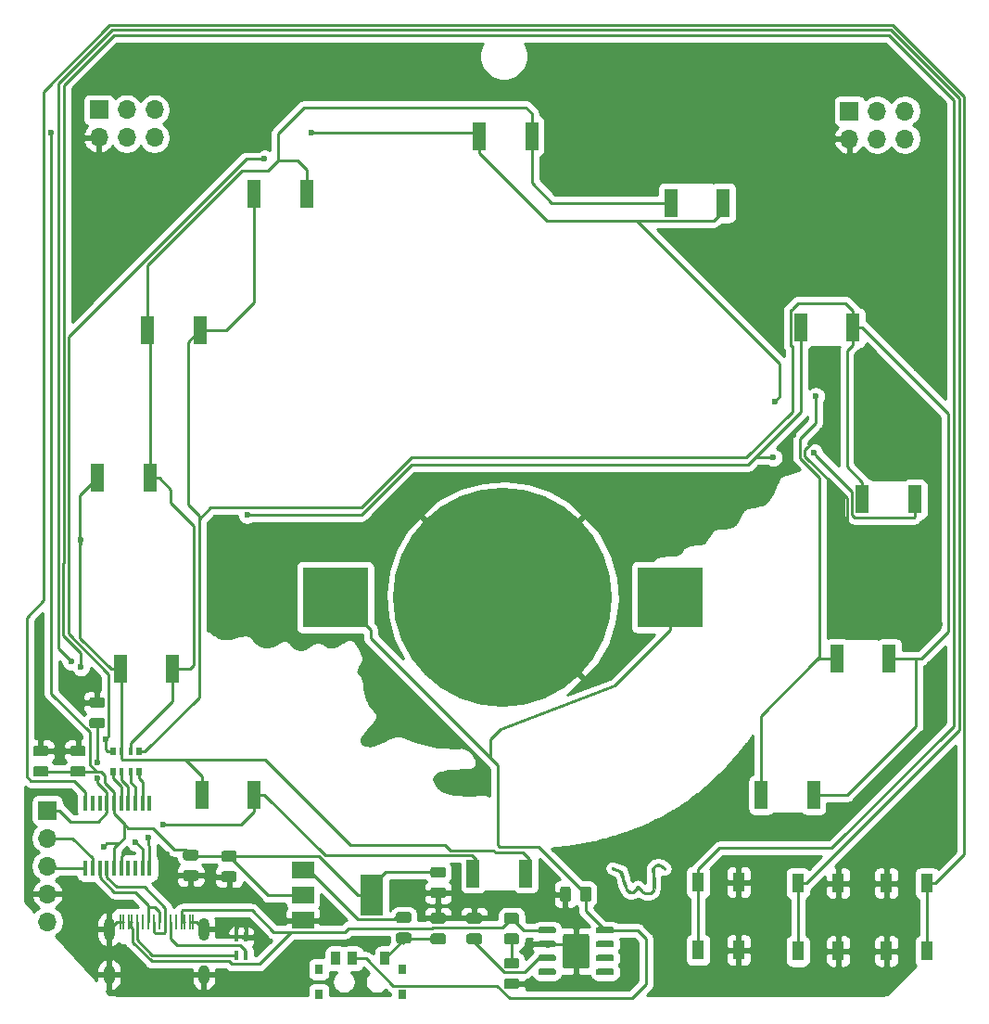
<source format=gbr>
G04 #@! TF.GenerationSoftware,KiCad,Pcbnew,5.1.5*
G04 #@! TF.CreationDate,2020-02-13T15:58:18-06:00*
G04 #@! TF.ProjectId,FJE Badge,464a4520-4261-4646-9765-2e6b69636164,rev?*
G04 #@! TF.SameCoordinates,Original*
G04 #@! TF.FileFunction,Copper,L2,Bot*
G04 #@! TF.FilePolarity,Positive*
%FSLAX46Y46*%
G04 Gerber Fmt 4.6, Leading zero omitted, Abs format (unit mm)*
G04 Created by KiCad (PCBNEW 5.1.5) date 2020-02-13 15:58:18*
%MOMM*%
%LPD*%
G04 APERTURE LIST*
%ADD10C,0.010000*%
%ADD11R,1.200000X2.600000*%
%ADD12R,6.000000X5.500000*%
%ADD13C,20.000000*%
%ADD14C,0.100000*%
%ADD15O,1.000000X2.100000*%
%ADD16O,1.000000X1.800000*%
%ADD17R,0.250000X1.400000*%
%ADD18R,1.700000X1.700000*%
%ADD19O,1.700000X1.700000*%
%ADD20R,0.900000X1.250000*%
%ADD21R,0.800000X0.900000*%
%ADD22R,0.400000X0.900000*%
%ADD23R,0.500000X0.800000*%
%ADD24R,0.400000X0.800000*%
%ADD25R,1.100000X1.800000*%
%ADD26R,2.000000X3.800000*%
%ADD27R,2.000000X1.500000*%
%ADD28R,0.450000X1.450000*%
%ADD29C,0.600000*%
%ADD30C,0.250000*%
%ADD31C,0.254000*%
G04 APERTURE END LIST*
D10*
G36*
X169630587Y-130579101D02*
G01*
X169447524Y-130671441D01*
X169311592Y-130805243D01*
X169304211Y-130816445D01*
X169265704Y-130886560D01*
X169244213Y-130961161D01*
X169237740Y-131061906D01*
X169244287Y-131210454D01*
X169255088Y-131349000D01*
X169268682Y-131557176D01*
X169279873Y-131815106D01*
X169287394Y-132087886D01*
X169289962Y-132309064D01*
X169289221Y-132541042D01*
X169284387Y-132705025D01*
X169273305Y-132817664D01*
X169253820Y-132895610D01*
X169223775Y-132955512D01*
X169202268Y-132986397D01*
X169116398Y-133071274D01*
X169002822Y-133111004D01*
X168929984Y-133119227D01*
X168682110Y-133100096D01*
X168454281Y-133002890D01*
X168240656Y-132824818D01*
X168185776Y-132763825D01*
X168081108Y-132650241D01*
X167990934Y-132568178D01*
X167933859Y-132534453D01*
X167931888Y-132534334D01*
X167876245Y-132567452D01*
X167802818Y-132651096D01*
X167770495Y-132698393D01*
X167623131Y-132889127D01*
X167473087Y-133003226D01*
X167325716Y-133039020D01*
X167186369Y-132994837D01*
X167092029Y-132910223D01*
X167011347Y-132801415D01*
X166941066Y-132673458D01*
X166873918Y-132509221D01*
X166802636Y-132291574D01*
X166744015Y-132089834D01*
X166684550Y-131879010D01*
X166622317Y-131659557D01*
X166568667Y-131471471D01*
X166557754Y-131433442D01*
X166478584Y-131158050D01*
X166050435Y-130994582D01*
X165832433Y-130915972D01*
X165684002Y-130873703D01*
X165598999Y-130866227D01*
X165577855Y-130875545D01*
X165547323Y-130934474D01*
X165580260Y-130994145D01*
X165682714Y-131059634D01*
X165860730Y-131136021D01*
X165910113Y-131154600D01*
X166069737Y-131216840D01*
X166200704Y-131273866D01*
X166280730Y-131315783D01*
X166291473Y-131323933D01*
X166319685Y-131380037D01*
X166363474Y-131501746D01*
X166417447Y-131672637D01*
X166476210Y-131876288D01*
X166492749Y-131936804D01*
X166603263Y-132318610D01*
X166709349Y-132623568D01*
X166815154Y-132859062D01*
X166924827Y-133032475D01*
X167042515Y-133151190D01*
X167172365Y-133222591D01*
X167223931Y-133238398D01*
X167397621Y-133241191D01*
X167581426Y-133174646D01*
X167753741Y-133047924D01*
X167807431Y-132990944D01*
X167958489Y-132814467D01*
X168128458Y-132991355D01*
X168312966Y-133157866D01*
X168496288Y-133260737D01*
X168709082Y-133314778D01*
X168823587Y-133327186D01*
X168981029Y-133333485D01*
X169090094Y-133317957D01*
X169185756Y-133273620D01*
X169227666Y-133246552D01*
X169355913Y-133118677D01*
X169447302Y-132931493D01*
X169502345Y-132681317D01*
X169521551Y-132364461D01*
X169505431Y-131977242D01*
X169460818Y-131563076D01*
X169432055Y-131311873D01*
X169424811Y-131128459D01*
X169442863Y-130997833D01*
X169489991Y-130904997D01*
X169569973Y-130834951D01*
X169656298Y-130787122D01*
X169801342Y-130742101D01*
X169939703Y-130760585D01*
X170087459Y-130847350D01*
X170203421Y-130949650D01*
X170298884Y-131035110D01*
X170361491Y-131065811D01*
X170413708Y-131051090D01*
X170426473Y-131042361D01*
X170473927Y-130997661D01*
X170467648Y-130948669D01*
X170429475Y-130889482D01*
X170320040Y-130776072D01*
X170167499Y-130669287D01*
X170002595Y-130586782D01*
X169856072Y-130546212D01*
X169829026Y-130544667D01*
X169630587Y-130579101D01*
G37*
X169630587Y-130579101D02*
X169447524Y-130671441D01*
X169311592Y-130805243D01*
X169304211Y-130816445D01*
X169265704Y-130886560D01*
X169244213Y-130961161D01*
X169237740Y-131061906D01*
X169244287Y-131210454D01*
X169255088Y-131349000D01*
X169268682Y-131557176D01*
X169279873Y-131815106D01*
X169287394Y-132087886D01*
X169289962Y-132309064D01*
X169289221Y-132541042D01*
X169284387Y-132705025D01*
X169273305Y-132817664D01*
X169253820Y-132895610D01*
X169223775Y-132955512D01*
X169202268Y-132986397D01*
X169116398Y-133071274D01*
X169002822Y-133111004D01*
X168929984Y-133119227D01*
X168682110Y-133100096D01*
X168454281Y-133002890D01*
X168240656Y-132824818D01*
X168185776Y-132763825D01*
X168081108Y-132650241D01*
X167990934Y-132568178D01*
X167933859Y-132534453D01*
X167931888Y-132534334D01*
X167876245Y-132567452D01*
X167802818Y-132651096D01*
X167770495Y-132698393D01*
X167623131Y-132889127D01*
X167473087Y-133003226D01*
X167325716Y-133039020D01*
X167186369Y-132994837D01*
X167092029Y-132910223D01*
X167011347Y-132801415D01*
X166941066Y-132673458D01*
X166873918Y-132509221D01*
X166802636Y-132291574D01*
X166744015Y-132089834D01*
X166684550Y-131879010D01*
X166622317Y-131659557D01*
X166568667Y-131471471D01*
X166557754Y-131433442D01*
X166478584Y-131158050D01*
X166050435Y-130994582D01*
X165832433Y-130915972D01*
X165684002Y-130873703D01*
X165598999Y-130866227D01*
X165577855Y-130875545D01*
X165547323Y-130934474D01*
X165580260Y-130994145D01*
X165682714Y-131059634D01*
X165860730Y-131136021D01*
X165910113Y-131154600D01*
X166069737Y-131216840D01*
X166200704Y-131273866D01*
X166280730Y-131315783D01*
X166291473Y-131323933D01*
X166319685Y-131380037D01*
X166363474Y-131501746D01*
X166417447Y-131672637D01*
X166476210Y-131876288D01*
X166492749Y-131936804D01*
X166603263Y-132318610D01*
X166709349Y-132623568D01*
X166815154Y-132859062D01*
X166924827Y-133032475D01*
X167042515Y-133151190D01*
X167172365Y-133222591D01*
X167223931Y-133238398D01*
X167397621Y-133241191D01*
X167581426Y-133174646D01*
X167753741Y-133047924D01*
X167807431Y-132990944D01*
X167958489Y-132814467D01*
X168128458Y-132991355D01*
X168312966Y-133157866D01*
X168496288Y-133260737D01*
X168709082Y-133314778D01*
X168823587Y-133327186D01*
X168981029Y-133333485D01*
X169090094Y-133317957D01*
X169185756Y-133273620D01*
X169227666Y-133246552D01*
X169355913Y-133118677D01*
X169447302Y-132931493D01*
X169502345Y-132681317D01*
X169521551Y-132364461D01*
X169505431Y-131977242D01*
X169460818Y-131563076D01*
X169432055Y-131311873D01*
X169424811Y-131128459D01*
X169442863Y-130997833D01*
X169489991Y-130904997D01*
X169569973Y-130834951D01*
X169656298Y-130787122D01*
X169801342Y-130742101D01*
X169939703Y-130760585D01*
X170087459Y-130847350D01*
X170203421Y-130949650D01*
X170298884Y-131035110D01*
X170361491Y-131065811D01*
X170413708Y-131051090D01*
X170426473Y-131042361D01*
X170473927Y-130997661D01*
X170467648Y-130948669D01*
X170429475Y-130889482D01*
X170320040Y-130776072D01*
X170167499Y-130669287D01*
X170002595Y-130586782D01*
X169856072Y-130546212D01*
X169829026Y-130544667D01*
X169630587Y-130579101D01*
D11*
X157700000Y-131400000D03*
X152900000Y-131400000D03*
D12*
X140300000Y-106200000D03*
X170900000Y-106200000D03*
D13*
X155600000Y-106200000D03*
G04 #@! TA.AperFunction,SMDPad,CuDef*
D14*
G36*
X156880142Y-136888674D02*
G01*
X156903803Y-136892184D01*
X156927007Y-136897996D01*
X156949529Y-136906054D01*
X156971153Y-136916282D01*
X156991670Y-136928579D01*
X157010883Y-136942829D01*
X157028607Y-136958893D01*
X157044671Y-136976617D01*
X157058921Y-136995830D01*
X157071218Y-137016347D01*
X157081446Y-137037971D01*
X157089504Y-137060493D01*
X157095316Y-137083697D01*
X157098826Y-137107358D01*
X157100000Y-137131250D01*
X157100000Y-137618750D01*
X157098826Y-137642642D01*
X157095316Y-137666303D01*
X157089504Y-137689507D01*
X157081446Y-137712029D01*
X157071218Y-137733653D01*
X157058921Y-137754170D01*
X157044671Y-137773383D01*
X157028607Y-137791107D01*
X157010883Y-137807171D01*
X156991670Y-137821421D01*
X156971153Y-137833718D01*
X156949529Y-137843946D01*
X156927007Y-137852004D01*
X156903803Y-137857816D01*
X156880142Y-137861326D01*
X156856250Y-137862500D01*
X155943750Y-137862500D01*
X155919858Y-137861326D01*
X155896197Y-137857816D01*
X155872993Y-137852004D01*
X155850471Y-137843946D01*
X155828847Y-137833718D01*
X155808330Y-137821421D01*
X155789117Y-137807171D01*
X155771393Y-137791107D01*
X155755329Y-137773383D01*
X155741079Y-137754170D01*
X155728782Y-137733653D01*
X155718554Y-137712029D01*
X155710496Y-137689507D01*
X155704684Y-137666303D01*
X155701174Y-137642642D01*
X155700000Y-137618750D01*
X155700000Y-137131250D01*
X155701174Y-137107358D01*
X155704684Y-137083697D01*
X155710496Y-137060493D01*
X155718554Y-137037971D01*
X155728782Y-137016347D01*
X155741079Y-136995830D01*
X155755329Y-136976617D01*
X155771393Y-136958893D01*
X155789117Y-136942829D01*
X155808330Y-136928579D01*
X155828847Y-136916282D01*
X155850471Y-136906054D01*
X155872993Y-136897996D01*
X155896197Y-136892184D01*
X155919858Y-136888674D01*
X155943750Y-136887500D01*
X156856250Y-136887500D01*
X156880142Y-136888674D01*
G37*
G04 #@! TD.AperFunction*
G04 #@! TA.AperFunction,SMDPad,CuDef*
G36*
X156880142Y-135013674D02*
G01*
X156903803Y-135017184D01*
X156927007Y-135022996D01*
X156949529Y-135031054D01*
X156971153Y-135041282D01*
X156991670Y-135053579D01*
X157010883Y-135067829D01*
X157028607Y-135083893D01*
X157044671Y-135101617D01*
X157058921Y-135120830D01*
X157071218Y-135141347D01*
X157081446Y-135162971D01*
X157089504Y-135185493D01*
X157095316Y-135208697D01*
X157098826Y-135232358D01*
X157100000Y-135256250D01*
X157100000Y-135743750D01*
X157098826Y-135767642D01*
X157095316Y-135791303D01*
X157089504Y-135814507D01*
X157081446Y-135837029D01*
X157071218Y-135858653D01*
X157058921Y-135879170D01*
X157044671Y-135898383D01*
X157028607Y-135916107D01*
X157010883Y-135932171D01*
X156991670Y-135946421D01*
X156971153Y-135958718D01*
X156949529Y-135968946D01*
X156927007Y-135977004D01*
X156903803Y-135982816D01*
X156880142Y-135986326D01*
X156856250Y-135987500D01*
X155943750Y-135987500D01*
X155919858Y-135986326D01*
X155896197Y-135982816D01*
X155872993Y-135977004D01*
X155850471Y-135968946D01*
X155828847Y-135958718D01*
X155808330Y-135946421D01*
X155789117Y-135932171D01*
X155771393Y-135916107D01*
X155755329Y-135898383D01*
X155741079Y-135879170D01*
X155728782Y-135858653D01*
X155718554Y-135837029D01*
X155710496Y-135814507D01*
X155704684Y-135791303D01*
X155701174Y-135767642D01*
X155700000Y-135743750D01*
X155700000Y-135256250D01*
X155701174Y-135232358D01*
X155704684Y-135208697D01*
X155710496Y-135185493D01*
X155718554Y-135162971D01*
X155728782Y-135141347D01*
X155741079Y-135120830D01*
X155755329Y-135101617D01*
X155771393Y-135083893D01*
X155789117Y-135067829D01*
X155808330Y-135053579D01*
X155828847Y-135041282D01*
X155850471Y-135031054D01*
X155872993Y-135022996D01*
X155896197Y-135017184D01*
X155919858Y-135013674D01*
X155943750Y-135012500D01*
X156856250Y-135012500D01*
X156880142Y-135013674D01*
G37*
G04 #@! TD.AperFunction*
G04 #@! TA.AperFunction,SMDPad,CuDef*
G36*
X150180142Y-135013674D02*
G01*
X150203803Y-135017184D01*
X150227007Y-135022996D01*
X150249529Y-135031054D01*
X150271153Y-135041282D01*
X150291670Y-135053579D01*
X150310883Y-135067829D01*
X150328607Y-135083893D01*
X150344671Y-135101617D01*
X150358921Y-135120830D01*
X150371218Y-135141347D01*
X150381446Y-135162971D01*
X150389504Y-135185493D01*
X150395316Y-135208697D01*
X150398826Y-135232358D01*
X150400000Y-135256250D01*
X150400000Y-135743750D01*
X150398826Y-135767642D01*
X150395316Y-135791303D01*
X150389504Y-135814507D01*
X150381446Y-135837029D01*
X150371218Y-135858653D01*
X150358921Y-135879170D01*
X150344671Y-135898383D01*
X150328607Y-135916107D01*
X150310883Y-135932171D01*
X150291670Y-135946421D01*
X150271153Y-135958718D01*
X150249529Y-135968946D01*
X150227007Y-135977004D01*
X150203803Y-135982816D01*
X150180142Y-135986326D01*
X150156250Y-135987500D01*
X149243750Y-135987500D01*
X149219858Y-135986326D01*
X149196197Y-135982816D01*
X149172993Y-135977004D01*
X149150471Y-135968946D01*
X149128847Y-135958718D01*
X149108330Y-135946421D01*
X149089117Y-135932171D01*
X149071393Y-135916107D01*
X149055329Y-135898383D01*
X149041079Y-135879170D01*
X149028782Y-135858653D01*
X149018554Y-135837029D01*
X149010496Y-135814507D01*
X149004684Y-135791303D01*
X149001174Y-135767642D01*
X149000000Y-135743750D01*
X149000000Y-135256250D01*
X149001174Y-135232358D01*
X149004684Y-135208697D01*
X149010496Y-135185493D01*
X149018554Y-135162971D01*
X149028782Y-135141347D01*
X149041079Y-135120830D01*
X149055329Y-135101617D01*
X149071393Y-135083893D01*
X149089117Y-135067829D01*
X149108330Y-135053579D01*
X149128847Y-135041282D01*
X149150471Y-135031054D01*
X149172993Y-135022996D01*
X149196197Y-135017184D01*
X149219858Y-135013674D01*
X149243750Y-135012500D01*
X150156250Y-135012500D01*
X150180142Y-135013674D01*
G37*
G04 #@! TD.AperFunction*
G04 #@! TA.AperFunction,SMDPad,CuDef*
G36*
X150180142Y-136888674D02*
G01*
X150203803Y-136892184D01*
X150227007Y-136897996D01*
X150249529Y-136906054D01*
X150271153Y-136916282D01*
X150291670Y-136928579D01*
X150310883Y-136942829D01*
X150328607Y-136958893D01*
X150344671Y-136976617D01*
X150358921Y-136995830D01*
X150371218Y-137016347D01*
X150381446Y-137037971D01*
X150389504Y-137060493D01*
X150395316Y-137083697D01*
X150398826Y-137107358D01*
X150400000Y-137131250D01*
X150400000Y-137618750D01*
X150398826Y-137642642D01*
X150395316Y-137666303D01*
X150389504Y-137689507D01*
X150381446Y-137712029D01*
X150371218Y-137733653D01*
X150358921Y-137754170D01*
X150344671Y-137773383D01*
X150328607Y-137791107D01*
X150310883Y-137807171D01*
X150291670Y-137821421D01*
X150271153Y-137833718D01*
X150249529Y-137843946D01*
X150227007Y-137852004D01*
X150203803Y-137857816D01*
X150180142Y-137861326D01*
X150156250Y-137862500D01*
X149243750Y-137862500D01*
X149219858Y-137861326D01*
X149196197Y-137857816D01*
X149172993Y-137852004D01*
X149150471Y-137843946D01*
X149128847Y-137833718D01*
X149108330Y-137821421D01*
X149089117Y-137807171D01*
X149071393Y-137791107D01*
X149055329Y-137773383D01*
X149041079Y-137754170D01*
X149028782Y-137733653D01*
X149018554Y-137712029D01*
X149010496Y-137689507D01*
X149004684Y-137666303D01*
X149001174Y-137642642D01*
X149000000Y-137618750D01*
X149000000Y-137131250D01*
X149001174Y-137107358D01*
X149004684Y-137083697D01*
X149010496Y-137060493D01*
X149018554Y-137037971D01*
X149028782Y-137016347D01*
X149041079Y-136995830D01*
X149055329Y-136976617D01*
X149071393Y-136958893D01*
X149089117Y-136942829D01*
X149108330Y-136928579D01*
X149128847Y-136916282D01*
X149150471Y-136906054D01*
X149172993Y-136897996D01*
X149196197Y-136892184D01*
X149219858Y-136888674D01*
X149243750Y-136887500D01*
X150156250Y-136887500D01*
X150180142Y-136888674D01*
G37*
G04 #@! TD.AperFunction*
G04 #@! TA.AperFunction,SMDPad,CuDef*
G36*
X150180142Y-130813674D02*
G01*
X150203803Y-130817184D01*
X150227007Y-130822996D01*
X150249529Y-130831054D01*
X150271153Y-130841282D01*
X150291670Y-130853579D01*
X150310883Y-130867829D01*
X150328607Y-130883893D01*
X150344671Y-130901617D01*
X150358921Y-130920830D01*
X150371218Y-130941347D01*
X150381446Y-130962971D01*
X150389504Y-130985493D01*
X150395316Y-131008697D01*
X150398826Y-131032358D01*
X150400000Y-131056250D01*
X150400000Y-131543750D01*
X150398826Y-131567642D01*
X150395316Y-131591303D01*
X150389504Y-131614507D01*
X150381446Y-131637029D01*
X150371218Y-131658653D01*
X150358921Y-131679170D01*
X150344671Y-131698383D01*
X150328607Y-131716107D01*
X150310883Y-131732171D01*
X150291670Y-131746421D01*
X150271153Y-131758718D01*
X150249529Y-131768946D01*
X150227007Y-131777004D01*
X150203803Y-131782816D01*
X150180142Y-131786326D01*
X150156250Y-131787500D01*
X149243750Y-131787500D01*
X149219858Y-131786326D01*
X149196197Y-131782816D01*
X149172993Y-131777004D01*
X149150471Y-131768946D01*
X149128847Y-131758718D01*
X149108330Y-131746421D01*
X149089117Y-131732171D01*
X149071393Y-131716107D01*
X149055329Y-131698383D01*
X149041079Y-131679170D01*
X149028782Y-131658653D01*
X149018554Y-131637029D01*
X149010496Y-131614507D01*
X149004684Y-131591303D01*
X149001174Y-131567642D01*
X149000000Y-131543750D01*
X149000000Y-131056250D01*
X149001174Y-131032358D01*
X149004684Y-131008697D01*
X149010496Y-130985493D01*
X149018554Y-130962971D01*
X149028782Y-130941347D01*
X149041079Y-130920830D01*
X149055329Y-130901617D01*
X149071393Y-130883893D01*
X149089117Y-130867829D01*
X149108330Y-130853579D01*
X149128847Y-130841282D01*
X149150471Y-130831054D01*
X149172993Y-130822996D01*
X149196197Y-130817184D01*
X149219858Y-130813674D01*
X149243750Y-130812500D01*
X150156250Y-130812500D01*
X150180142Y-130813674D01*
G37*
G04 #@! TD.AperFunction*
G04 #@! TA.AperFunction,SMDPad,CuDef*
G36*
X150180142Y-132688674D02*
G01*
X150203803Y-132692184D01*
X150227007Y-132697996D01*
X150249529Y-132706054D01*
X150271153Y-132716282D01*
X150291670Y-132728579D01*
X150310883Y-132742829D01*
X150328607Y-132758893D01*
X150344671Y-132776617D01*
X150358921Y-132795830D01*
X150371218Y-132816347D01*
X150381446Y-132837971D01*
X150389504Y-132860493D01*
X150395316Y-132883697D01*
X150398826Y-132907358D01*
X150400000Y-132931250D01*
X150400000Y-133418750D01*
X150398826Y-133442642D01*
X150395316Y-133466303D01*
X150389504Y-133489507D01*
X150381446Y-133512029D01*
X150371218Y-133533653D01*
X150358921Y-133554170D01*
X150344671Y-133573383D01*
X150328607Y-133591107D01*
X150310883Y-133607171D01*
X150291670Y-133621421D01*
X150271153Y-133633718D01*
X150249529Y-133643946D01*
X150227007Y-133652004D01*
X150203803Y-133657816D01*
X150180142Y-133661326D01*
X150156250Y-133662500D01*
X149243750Y-133662500D01*
X149219858Y-133661326D01*
X149196197Y-133657816D01*
X149172993Y-133652004D01*
X149150471Y-133643946D01*
X149128847Y-133633718D01*
X149108330Y-133621421D01*
X149089117Y-133607171D01*
X149071393Y-133591107D01*
X149055329Y-133573383D01*
X149041079Y-133554170D01*
X149028782Y-133533653D01*
X149018554Y-133512029D01*
X149010496Y-133489507D01*
X149004684Y-133466303D01*
X149001174Y-133442642D01*
X149000000Y-133418750D01*
X149000000Y-132931250D01*
X149001174Y-132907358D01*
X149004684Y-132883697D01*
X149010496Y-132860493D01*
X149018554Y-132837971D01*
X149028782Y-132816347D01*
X149041079Y-132795830D01*
X149055329Y-132776617D01*
X149071393Y-132758893D01*
X149089117Y-132742829D01*
X149108330Y-132728579D01*
X149128847Y-132716282D01*
X149150471Y-132706054D01*
X149172993Y-132697996D01*
X149196197Y-132692184D01*
X149219858Y-132688674D01*
X149243750Y-132687500D01*
X150156250Y-132687500D01*
X150180142Y-132688674D01*
G37*
G04 #@! TD.AperFunction*
G04 #@! TA.AperFunction,SMDPad,CuDef*
G36*
X163467642Y-132601174D02*
G01*
X163491303Y-132604684D01*
X163514507Y-132610496D01*
X163537029Y-132618554D01*
X163558653Y-132628782D01*
X163579170Y-132641079D01*
X163598383Y-132655329D01*
X163616107Y-132671393D01*
X163632171Y-132689117D01*
X163646421Y-132708330D01*
X163658718Y-132728847D01*
X163668946Y-132750471D01*
X163677004Y-132772993D01*
X163682816Y-132796197D01*
X163686326Y-132819858D01*
X163687500Y-132843750D01*
X163687500Y-133756250D01*
X163686326Y-133780142D01*
X163682816Y-133803803D01*
X163677004Y-133827007D01*
X163668946Y-133849529D01*
X163658718Y-133871153D01*
X163646421Y-133891670D01*
X163632171Y-133910883D01*
X163616107Y-133928607D01*
X163598383Y-133944671D01*
X163579170Y-133958921D01*
X163558653Y-133971218D01*
X163537029Y-133981446D01*
X163514507Y-133989504D01*
X163491303Y-133995316D01*
X163467642Y-133998826D01*
X163443750Y-134000000D01*
X162956250Y-134000000D01*
X162932358Y-133998826D01*
X162908697Y-133995316D01*
X162885493Y-133989504D01*
X162862971Y-133981446D01*
X162841347Y-133971218D01*
X162820830Y-133958921D01*
X162801617Y-133944671D01*
X162783893Y-133928607D01*
X162767829Y-133910883D01*
X162753579Y-133891670D01*
X162741282Y-133871153D01*
X162731054Y-133849529D01*
X162722996Y-133827007D01*
X162717184Y-133803803D01*
X162713674Y-133780142D01*
X162712500Y-133756250D01*
X162712500Y-132843750D01*
X162713674Y-132819858D01*
X162717184Y-132796197D01*
X162722996Y-132772993D01*
X162731054Y-132750471D01*
X162741282Y-132728847D01*
X162753579Y-132708330D01*
X162767829Y-132689117D01*
X162783893Y-132671393D01*
X162801617Y-132655329D01*
X162820830Y-132641079D01*
X162841347Y-132628782D01*
X162862971Y-132618554D01*
X162885493Y-132610496D01*
X162908697Y-132604684D01*
X162932358Y-132601174D01*
X162956250Y-132600000D01*
X163443750Y-132600000D01*
X163467642Y-132601174D01*
G37*
G04 #@! TD.AperFunction*
G04 #@! TA.AperFunction,SMDPad,CuDef*
G36*
X161592642Y-132601174D02*
G01*
X161616303Y-132604684D01*
X161639507Y-132610496D01*
X161662029Y-132618554D01*
X161683653Y-132628782D01*
X161704170Y-132641079D01*
X161723383Y-132655329D01*
X161741107Y-132671393D01*
X161757171Y-132689117D01*
X161771421Y-132708330D01*
X161783718Y-132728847D01*
X161793946Y-132750471D01*
X161802004Y-132772993D01*
X161807816Y-132796197D01*
X161811326Y-132819858D01*
X161812500Y-132843750D01*
X161812500Y-133756250D01*
X161811326Y-133780142D01*
X161807816Y-133803803D01*
X161802004Y-133827007D01*
X161793946Y-133849529D01*
X161783718Y-133871153D01*
X161771421Y-133891670D01*
X161757171Y-133910883D01*
X161741107Y-133928607D01*
X161723383Y-133944671D01*
X161704170Y-133958921D01*
X161683653Y-133971218D01*
X161662029Y-133981446D01*
X161639507Y-133989504D01*
X161616303Y-133995316D01*
X161592642Y-133998826D01*
X161568750Y-134000000D01*
X161081250Y-134000000D01*
X161057358Y-133998826D01*
X161033697Y-133995316D01*
X161010493Y-133989504D01*
X160987971Y-133981446D01*
X160966347Y-133971218D01*
X160945830Y-133958921D01*
X160926617Y-133944671D01*
X160908893Y-133928607D01*
X160892829Y-133910883D01*
X160878579Y-133891670D01*
X160866282Y-133871153D01*
X160856054Y-133849529D01*
X160847996Y-133827007D01*
X160842184Y-133803803D01*
X160838674Y-133780142D01*
X160837500Y-133756250D01*
X160837500Y-132843750D01*
X160838674Y-132819858D01*
X160842184Y-132796197D01*
X160847996Y-132772993D01*
X160856054Y-132750471D01*
X160866282Y-132728847D01*
X160878579Y-132708330D01*
X160892829Y-132689117D01*
X160908893Y-132671393D01*
X160926617Y-132655329D01*
X160945830Y-132641079D01*
X160966347Y-132628782D01*
X160987971Y-132618554D01*
X161010493Y-132610496D01*
X161033697Y-132604684D01*
X161057358Y-132601174D01*
X161081250Y-132600000D01*
X161568750Y-132600000D01*
X161592642Y-132601174D01*
G37*
G04 #@! TD.AperFunction*
G04 #@! TA.AperFunction,SMDPad,CuDef*
G36*
X119030142Y-115313674D02*
G01*
X119053803Y-115317184D01*
X119077007Y-115322996D01*
X119099529Y-115331054D01*
X119121153Y-115341282D01*
X119141670Y-115353579D01*
X119160883Y-115367829D01*
X119178607Y-115383893D01*
X119194671Y-115401617D01*
X119208921Y-115420830D01*
X119221218Y-115441347D01*
X119231446Y-115462971D01*
X119239504Y-115485493D01*
X119245316Y-115508697D01*
X119248826Y-115532358D01*
X119250000Y-115556250D01*
X119250000Y-116043750D01*
X119248826Y-116067642D01*
X119245316Y-116091303D01*
X119239504Y-116114507D01*
X119231446Y-116137029D01*
X119221218Y-116158653D01*
X119208921Y-116179170D01*
X119194671Y-116198383D01*
X119178607Y-116216107D01*
X119160883Y-116232171D01*
X119141670Y-116246421D01*
X119121153Y-116258718D01*
X119099529Y-116268946D01*
X119077007Y-116277004D01*
X119053803Y-116282816D01*
X119030142Y-116286326D01*
X119006250Y-116287500D01*
X118093750Y-116287500D01*
X118069858Y-116286326D01*
X118046197Y-116282816D01*
X118022993Y-116277004D01*
X118000471Y-116268946D01*
X117978847Y-116258718D01*
X117958330Y-116246421D01*
X117939117Y-116232171D01*
X117921393Y-116216107D01*
X117905329Y-116198383D01*
X117891079Y-116179170D01*
X117878782Y-116158653D01*
X117868554Y-116137029D01*
X117860496Y-116114507D01*
X117854684Y-116091303D01*
X117851174Y-116067642D01*
X117850000Y-116043750D01*
X117850000Y-115556250D01*
X117851174Y-115532358D01*
X117854684Y-115508697D01*
X117860496Y-115485493D01*
X117868554Y-115462971D01*
X117878782Y-115441347D01*
X117891079Y-115420830D01*
X117905329Y-115401617D01*
X117921393Y-115383893D01*
X117939117Y-115367829D01*
X117958330Y-115353579D01*
X117978847Y-115341282D01*
X118000471Y-115331054D01*
X118022993Y-115322996D01*
X118046197Y-115317184D01*
X118069858Y-115313674D01*
X118093750Y-115312500D01*
X119006250Y-115312500D01*
X119030142Y-115313674D01*
G37*
G04 #@! TD.AperFunction*
G04 #@! TA.AperFunction,SMDPad,CuDef*
G36*
X119030142Y-117188674D02*
G01*
X119053803Y-117192184D01*
X119077007Y-117197996D01*
X119099529Y-117206054D01*
X119121153Y-117216282D01*
X119141670Y-117228579D01*
X119160883Y-117242829D01*
X119178607Y-117258893D01*
X119194671Y-117276617D01*
X119208921Y-117295830D01*
X119221218Y-117316347D01*
X119231446Y-117337971D01*
X119239504Y-117360493D01*
X119245316Y-117383697D01*
X119248826Y-117407358D01*
X119250000Y-117431250D01*
X119250000Y-117918750D01*
X119248826Y-117942642D01*
X119245316Y-117966303D01*
X119239504Y-117989507D01*
X119231446Y-118012029D01*
X119221218Y-118033653D01*
X119208921Y-118054170D01*
X119194671Y-118073383D01*
X119178607Y-118091107D01*
X119160883Y-118107171D01*
X119141670Y-118121421D01*
X119121153Y-118133718D01*
X119099529Y-118143946D01*
X119077007Y-118152004D01*
X119053803Y-118157816D01*
X119030142Y-118161326D01*
X119006250Y-118162500D01*
X118093750Y-118162500D01*
X118069858Y-118161326D01*
X118046197Y-118157816D01*
X118022993Y-118152004D01*
X118000471Y-118143946D01*
X117978847Y-118133718D01*
X117958330Y-118121421D01*
X117939117Y-118107171D01*
X117921393Y-118091107D01*
X117905329Y-118073383D01*
X117891079Y-118054170D01*
X117878782Y-118033653D01*
X117868554Y-118012029D01*
X117860496Y-117989507D01*
X117854684Y-117966303D01*
X117851174Y-117942642D01*
X117850000Y-117918750D01*
X117850000Y-117431250D01*
X117851174Y-117407358D01*
X117854684Y-117383697D01*
X117860496Y-117360493D01*
X117868554Y-117337971D01*
X117878782Y-117316347D01*
X117891079Y-117295830D01*
X117905329Y-117276617D01*
X117921393Y-117258893D01*
X117939117Y-117242829D01*
X117958330Y-117228579D01*
X117978847Y-117216282D01*
X118000471Y-117206054D01*
X118022993Y-117197996D01*
X118046197Y-117192184D01*
X118069858Y-117188674D01*
X118093750Y-117187500D01*
X119006250Y-117187500D01*
X119030142Y-117188674D01*
G37*
G04 #@! TD.AperFunction*
G04 #@! TA.AperFunction,SMDPad,CuDef*
G36*
X127580142Y-131113674D02*
G01*
X127603803Y-131117184D01*
X127627007Y-131122996D01*
X127649529Y-131131054D01*
X127671153Y-131141282D01*
X127691670Y-131153579D01*
X127710883Y-131167829D01*
X127728607Y-131183893D01*
X127744671Y-131201617D01*
X127758921Y-131220830D01*
X127771218Y-131241347D01*
X127781446Y-131262971D01*
X127789504Y-131285493D01*
X127795316Y-131308697D01*
X127798826Y-131332358D01*
X127800000Y-131356250D01*
X127800000Y-131843750D01*
X127798826Y-131867642D01*
X127795316Y-131891303D01*
X127789504Y-131914507D01*
X127781446Y-131937029D01*
X127771218Y-131958653D01*
X127758921Y-131979170D01*
X127744671Y-131998383D01*
X127728607Y-132016107D01*
X127710883Y-132032171D01*
X127691670Y-132046421D01*
X127671153Y-132058718D01*
X127649529Y-132068946D01*
X127627007Y-132077004D01*
X127603803Y-132082816D01*
X127580142Y-132086326D01*
X127556250Y-132087500D01*
X126643750Y-132087500D01*
X126619858Y-132086326D01*
X126596197Y-132082816D01*
X126572993Y-132077004D01*
X126550471Y-132068946D01*
X126528847Y-132058718D01*
X126508330Y-132046421D01*
X126489117Y-132032171D01*
X126471393Y-132016107D01*
X126455329Y-131998383D01*
X126441079Y-131979170D01*
X126428782Y-131958653D01*
X126418554Y-131937029D01*
X126410496Y-131914507D01*
X126404684Y-131891303D01*
X126401174Y-131867642D01*
X126400000Y-131843750D01*
X126400000Y-131356250D01*
X126401174Y-131332358D01*
X126404684Y-131308697D01*
X126410496Y-131285493D01*
X126418554Y-131262971D01*
X126428782Y-131241347D01*
X126441079Y-131220830D01*
X126455329Y-131201617D01*
X126471393Y-131183893D01*
X126489117Y-131167829D01*
X126508330Y-131153579D01*
X126528847Y-131141282D01*
X126550471Y-131131054D01*
X126572993Y-131122996D01*
X126596197Y-131117184D01*
X126619858Y-131113674D01*
X126643750Y-131112500D01*
X127556250Y-131112500D01*
X127580142Y-131113674D01*
G37*
G04 #@! TD.AperFunction*
G04 #@! TA.AperFunction,SMDPad,CuDef*
G36*
X127580142Y-129238674D02*
G01*
X127603803Y-129242184D01*
X127627007Y-129247996D01*
X127649529Y-129256054D01*
X127671153Y-129266282D01*
X127691670Y-129278579D01*
X127710883Y-129292829D01*
X127728607Y-129308893D01*
X127744671Y-129326617D01*
X127758921Y-129345830D01*
X127771218Y-129366347D01*
X127781446Y-129387971D01*
X127789504Y-129410493D01*
X127795316Y-129433697D01*
X127798826Y-129457358D01*
X127800000Y-129481250D01*
X127800000Y-129968750D01*
X127798826Y-129992642D01*
X127795316Y-130016303D01*
X127789504Y-130039507D01*
X127781446Y-130062029D01*
X127771218Y-130083653D01*
X127758921Y-130104170D01*
X127744671Y-130123383D01*
X127728607Y-130141107D01*
X127710883Y-130157171D01*
X127691670Y-130171421D01*
X127671153Y-130183718D01*
X127649529Y-130193946D01*
X127627007Y-130202004D01*
X127603803Y-130207816D01*
X127580142Y-130211326D01*
X127556250Y-130212500D01*
X126643750Y-130212500D01*
X126619858Y-130211326D01*
X126596197Y-130207816D01*
X126572993Y-130202004D01*
X126550471Y-130193946D01*
X126528847Y-130183718D01*
X126508330Y-130171421D01*
X126489117Y-130157171D01*
X126471393Y-130141107D01*
X126455329Y-130123383D01*
X126441079Y-130104170D01*
X126428782Y-130083653D01*
X126418554Y-130062029D01*
X126410496Y-130039507D01*
X126404684Y-130016303D01*
X126401174Y-129992642D01*
X126400000Y-129968750D01*
X126400000Y-129481250D01*
X126401174Y-129457358D01*
X126404684Y-129433697D01*
X126410496Y-129410493D01*
X126418554Y-129387971D01*
X126428782Y-129366347D01*
X126441079Y-129345830D01*
X126455329Y-129326617D01*
X126471393Y-129308893D01*
X126489117Y-129292829D01*
X126508330Y-129278579D01*
X126528847Y-129266282D01*
X126550471Y-129256054D01*
X126572993Y-129247996D01*
X126596197Y-129242184D01*
X126619858Y-129238674D01*
X126643750Y-129237500D01*
X127556250Y-129237500D01*
X127580142Y-129238674D01*
G37*
G04 #@! TD.AperFunction*
G04 #@! TA.AperFunction,SMDPad,CuDef*
G36*
X131080142Y-129338674D02*
G01*
X131103803Y-129342184D01*
X131127007Y-129347996D01*
X131149529Y-129356054D01*
X131171153Y-129366282D01*
X131191670Y-129378579D01*
X131210883Y-129392829D01*
X131228607Y-129408893D01*
X131244671Y-129426617D01*
X131258921Y-129445830D01*
X131271218Y-129466347D01*
X131281446Y-129487971D01*
X131289504Y-129510493D01*
X131295316Y-129533697D01*
X131298826Y-129557358D01*
X131300000Y-129581250D01*
X131300000Y-130068750D01*
X131298826Y-130092642D01*
X131295316Y-130116303D01*
X131289504Y-130139507D01*
X131281446Y-130162029D01*
X131271218Y-130183653D01*
X131258921Y-130204170D01*
X131244671Y-130223383D01*
X131228607Y-130241107D01*
X131210883Y-130257171D01*
X131191670Y-130271421D01*
X131171153Y-130283718D01*
X131149529Y-130293946D01*
X131127007Y-130302004D01*
X131103803Y-130307816D01*
X131080142Y-130311326D01*
X131056250Y-130312500D01*
X130143750Y-130312500D01*
X130119858Y-130311326D01*
X130096197Y-130307816D01*
X130072993Y-130302004D01*
X130050471Y-130293946D01*
X130028847Y-130283718D01*
X130008330Y-130271421D01*
X129989117Y-130257171D01*
X129971393Y-130241107D01*
X129955329Y-130223383D01*
X129941079Y-130204170D01*
X129928782Y-130183653D01*
X129918554Y-130162029D01*
X129910496Y-130139507D01*
X129904684Y-130116303D01*
X129901174Y-130092642D01*
X129900000Y-130068750D01*
X129900000Y-129581250D01*
X129901174Y-129557358D01*
X129904684Y-129533697D01*
X129910496Y-129510493D01*
X129918554Y-129487971D01*
X129928782Y-129466347D01*
X129941079Y-129445830D01*
X129955329Y-129426617D01*
X129971393Y-129408893D01*
X129989117Y-129392829D01*
X130008330Y-129378579D01*
X130028847Y-129366282D01*
X130050471Y-129356054D01*
X130072993Y-129347996D01*
X130096197Y-129342184D01*
X130119858Y-129338674D01*
X130143750Y-129337500D01*
X131056250Y-129337500D01*
X131080142Y-129338674D01*
G37*
G04 #@! TD.AperFunction*
G04 #@! TA.AperFunction,SMDPad,CuDef*
G36*
X131080142Y-131213674D02*
G01*
X131103803Y-131217184D01*
X131127007Y-131222996D01*
X131149529Y-131231054D01*
X131171153Y-131241282D01*
X131191670Y-131253579D01*
X131210883Y-131267829D01*
X131228607Y-131283893D01*
X131244671Y-131301617D01*
X131258921Y-131320830D01*
X131271218Y-131341347D01*
X131281446Y-131362971D01*
X131289504Y-131385493D01*
X131295316Y-131408697D01*
X131298826Y-131432358D01*
X131300000Y-131456250D01*
X131300000Y-131943750D01*
X131298826Y-131967642D01*
X131295316Y-131991303D01*
X131289504Y-132014507D01*
X131281446Y-132037029D01*
X131271218Y-132058653D01*
X131258921Y-132079170D01*
X131244671Y-132098383D01*
X131228607Y-132116107D01*
X131210883Y-132132171D01*
X131191670Y-132146421D01*
X131171153Y-132158718D01*
X131149529Y-132168946D01*
X131127007Y-132177004D01*
X131103803Y-132182816D01*
X131080142Y-132186326D01*
X131056250Y-132187500D01*
X130143750Y-132187500D01*
X130119858Y-132186326D01*
X130096197Y-132182816D01*
X130072993Y-132177004D01*
X130050471Y-132168946D01*
X130028847Y-132158718D01*
X130008330Y-132146421D01*
X129989117Y-132132171D01*
X129971393Y-132116107D01*
X129955329Y-132098383D01*
X129941079Y-132079170D01*
X129928782Y-132058653D01*
X129918554Y-132037029D01*
X129910496Y-132014507D01*
X129904684Y-131991303D01*
X129901174Y-131967642D01*
X129900000Y-131943750D01*
X129900000Y-131456250D01*
X129901174Y-131432358D01*
X129904684Y-131408697D01*
X129910496Y-131385493D01*
X129918554Y-131362971D01*
X129928782Y-131341347D01*
X129941079Y-131320830D01*
X129955329Y-131301617D01*
X129971393Y-131283893D01*
X129989117Y-131267829D01*
X130008330Y-131253579D01*
X130028847Y-131241282D01*
X130050471Y-131231054D01*
X130072993Y-131222996D01*
X130096197Y-131217184D01*
X130119858Y-131213674D01*
X130143750Y-131212500D01*
X131056250Y-131212500D01*
X131080142Y-131213674D01*
G37*
G04 #@! TD.AperFunction*
G04 #@! TA.AperFunction,SMDPad,CuDef*
G36*
X117280142Y-121613674D02*
G01*
X117303803Y-121617184D01*
X117327007Y-121622996D01*
X117349529Y-121631054D01*
X117371153Y-121641282D01*
X117391670Y-121653579D01*
X117410883Y-121667829D01*
X117428607Y-121683893D01*
X117444671Y-121701617D01*
X117458921Y-121720830D01*
X117471218Y-121741347D01*
X117481446Y-121762971D01*
X117489504Y-121785493D01*
X117495316Y-121808697D01*
X117498826Y-121832358D01*
X117500000Y-121856250D01*
X117500000Y-122343750D01*
X117498826Y-122367642D01*
X117495316Y-122391303D01*
X117489504Y-122414507D01*
X117481446Y-122437029D01*
X117471218Y-122458653D01*
X117458921Y-122479170D01*
X117444671Y-122498383D01*
X117428607Y-122516107D01*
X117410883Y-122532171D01*
X117391670Y-122546421D01*
X117371153Y-122558718D01*
X117349529Y-122568946D01*
X117327007Y-122577004D01*
X117303803Y-122582816D01*
X117280142Y-122586326D01*
X117256250Y-122587500D01*
X116343750Y-122587500D01*
X116319858Y-122586326D01*
X116296197Y-122582816D01*
X116272993Y-122577004D01*
X116250471Y-122568946D01*
X116228847Y-122558718D01*
X116208330Y-122546421D01*
X116189117Y-122532171D01*
X116171393Y-122516107D01*
X116155329Y-122498383D01*
X116141079Y-122479170D01*
X116128782Y-122458653D01*
X116118554Y-122437029D01*
X116110496Y-122414507D01*
X116104684Y-122391303D01*
X116101174Y-122367642D01*
X116100000Y-122343750D01*
X116100000Y-121856250D01*
X116101174Y-121832358D01*
X116104684Y-121808697D01*
X116110496Y-121785493D01*
X116118554Y-121762971D01*
X116128782Y-121741347D01*
X116141079Y-121720830D01*
X116155329Y-121701617D01*
X116171393Y-121683893D01*
X116189117Y-121667829D01*
X116208330Y-121653579D01*
X116228847Y-121641282D01*
X116250471Y-121631054D01*
X116272993Y-121622996D01*
X116296197Y-121617184D01*
X116319858Y-121613674D01*
X116343750Y-121612500D01*
X117256250Y-121612500D01*
X117280142Y-121613674D01*
G37*
G04 #@! TD.AperFunction*
G04 #@! TA.AperFunction,SMDPad,CuDef*
G36*
X117280142Y-119738674D02*
G01*
X117303803Y-119742184D01*
X117327007Y-119747996D01*
X117349529Y-119756054D01*
X117371153Y-119766282D01*
X117391670Y-119778579D01*
X117410883Y-119792829D01*
X117428607Y-119808893D01*
X117444671Y-119826617D01*
X117458921Y-119845830D01*
X117471218Y-119866347D01*
X117481446Y-119887971D01*
X117489504Y-119910493D01*
X117495316Y-119933697D01*
X117498826Y-119957358D01*
X117500000Y-119981250D01*
X117500000Y-120468750D01*
X117498826Y-120492642D01*
X117495316Y-120516303D01*
X117489504Y-120539507D01*
X117481446Y-120562029D01*
X117471218Y-120583653D01*
X117458921Y-120604170D01*
X117444671Y-120623383D01*
X117428607Y-120641107D01*
X117410883Y-120657171D01*
X117391670Y-120671421D01*
X117371153Y-120683718D01*
X117349529Y-120693946D01*
X117327007Y-120702004D01*
X117303803Y-120707816D01*
X117280142Y-120711326D01*
X117256250Y-120712500D01*
X116343750Y-120712500D01*
X116319858Y-120711326D01*
X116296197Y-120707816D01*
X116272993Y-120702004D01*
X116250471Y-120693946D01*
X116228847Y-120683718D01*
X116208330Y-120671421D01*
X116189117Y-120657171D01*
X116171393Y-120641107D01*
X116155329Y-120623383D01*
X116141079Y-120604170D01*
X116128782Y-120583653D01*
X116118554Y-120562029D01*
X116110496Y-120539507D01*
X116104684Y-120516303D01*
X116101174Y-120492642D01*
X116100000Y-120468750D01*
X116100000Y-119981250D01*
X116101174Y-119957358D01*
X116104684Y-119933697D01*
X116110496Y-119910493D01*
X116118554Y-119887971D01*
X116128782Y-119866347D01*
X116141079Y-119845830D01*
X116155329Y-119826617D01*
X116171393Y-119808893D01*
X116189117Y-119792829D01*
X116208330Y-119778579D01*
X116228847Y-119766282D01*
X116250471Y-119756054D01*
X116272993Y-119747996D01*
X116296197Y-119742184D01*
X116319858Y-119738674D01*
X116343750Y-119737500D01*
X117256250Y-119737500D01*
X117280142Y-119738674D01*
G37*
G04 #@! TD.AperFunction*
G04 #@! TA.AperFunction,SMDPad,CuDef*
G36*
X113880142Y-119738674D02*
G01*
X113903803Y-119742184D01*
X113927007Y-119747996D01*
X113949529Y-119756054D01*
X113971153Y-119766282D01*
X113991670Y-119778579D01*
X114010883Y-119792829D01*
X114028607Y-119808893D01*
X114044671Y-119826617D01*
X114058921Y-119845830D01*
X114071218Y-119866347D01*
X114081446Y-119887971D01*
X114089504Y-119910493D01*
X114095316Y-119933697D01*
X114098826Y-119957358D01*
X114100000Y-119981250D01*
X114100000Y-120468750D01*
X114098826Y-120492642D01*
X114095316Y-120516303D01*
X114089504Y-120539507D01*
X114081446Y-120562029D01*
X114071218Y-120583653D01*
X114058921Y-120604170D01*
X114044671Y-120623383D01*
X114028607Y-120641107D01*
X114010883Y-120657171D01*
X113991670Y-120671421D01*
X113971153Y-120683718D01*
X113949529Y-120693946D01*
X113927007Y-120702004D01*
X113903803Y-120707816D01*
X113880142Y-120711326D01*
X113856250Y-120712500D01*
X112943750Y-120712500D01*
X112919858Y-120711326D01*
X112896197Y-120707816D01*
X112872993Y-120702004D01*
X112850471Y-120693946D01*
X112828847Y-120683718D01*
X112808330Y-120671421D01*
X112789117Y-120657171D01*
X112771393Y-120641107D01*
X112755329Y-120623383D01*
X112741079Y-120604170D01*
X112728782Y-120583653D01*
X112718554Y-120562029D01*
X112710496Y-120539507D01*
X112704684Y-120516303D01*
X112701174Y-120492642D01*
X112700000Y-120468750D01*
X112700000Y-119981250D01*
X112701174Y-119957358D01*
X112704684Y-119933697D01*
X112710496Y-119910493D01*
X112718554Y-119887971D01*
X112728782Y-119866347D01*
X112741079Y-119845830D01*
X112755329Y-119826617D01*
X112771393Y-119808893D01*
X112789117Y-119792829D01*
X112808330Y-119778579D01*
X112828847Y-119766282D01*
X112850471Y-119756054D01*
X112872993Y-119747996D01*
X112896197Y-119742184D01*
X112919858Y-119738674D01*
X112943750Y-119737500D01*
X113856250Y-119737500D01*
X113880142Y-119738674D01*
G37*
G04 #@! TD.AperFunction*
G04 #@! TA.AperFunction,SMDPad,CuDef*
G36*
X113880142Y-121613674D02*
G01*
X113903803Y-121617184D01*
X113927007Y-121622996D01*
X113949529Y-121631054D01*
X113971153Y-121641282D01*
X113991670Y-121653579D01*
X114010883Y-121667829D01*
X114028607Y-121683893D01*
X114044671Y-121701617D01*
X114058921Y-121720830D01*
X114071218Y-121741347D01*
X114081446Y-121762971D01*
X114089504Y-121785493D01*
X114095316Y-121808697D01*
X114098826Y-121832358D01*
X114100000Y-121856250D01*
X114100000Y-122343750D01*
X114098826Y-122367642D01*
X114095316Y-122391303D01*
X114089504Y-122414507D01*
X114081446Y-122437029D01*
X114071218Y-122458653D01*
X114058921Y-122479170D01*
X114044671Y-122498383D01*
X114028607Y-122516107D01*
X114010883Y-122532171D01*
X113991670Y-122546421D01*
X113971153Y-122558718D01*
X113949529Y-122568946D01*
X113927007Y-122577004D01*
X113903803Y-122582816D01*
X113880142Y-122586326D01*
X113856250Y-122587500D01*
X112943750Y-122587500D01*
X112919858Y-122586326D01*
X112896197Y-122582816D01*
X112872993Y-122577004D01*
X112850471Y-122568946D01*
X112828847Y-122558718D01*
X112808330Y-122546421D01*
X112789117Y-122532171D01*
X112771393Y-122516107D01*
X112755329Y-122498383D01*
X112741079Y-122479170D01*
X112728782Y-122458653D01*
X112718554Y-122437029D01*
X112710496Y-122414507D01*
X112704684Y-122391303D01*
X112701174Y-122367642D01*
X112700000Y-122343750D01*
X112700000Y-121856250D01*
X112701174Y-121832358D01*
X112704684Y-121808697D01*
X112710496Y-121785493D01*
X112718554Y-121762971D01*
X112728782Y-121741347D01*
X112741079Y-121720830D01*
X112755329Y-121701617D01*
X112771393Y-121683893D01*
X112789117Y-121667829D01*
X112808330Y-121653579D01*
X112828847Y-121641282D01*
X112850471Y-121631054D01*
X112872993Y-121622996D01*
X112896197Y-121617184D01*
X112919858Y-121613674D01*
X112943750Y-121612500D01*
X113856250Y-121612500D01*
X113880142Y-121613674D01*
G37*
G04 #@! TD.AperFunction*
D11*
X128100000Y-124200000D03*
X132900000Y-124200000D03*
X120650000Y-112750000D03*
X125450000Y-112750000D03*
X118600000Y-95300000D03*
X123400000Y-95300000D03*
X127950000Y-81850000D03*
X123150000Y-81850000D03*
X132900000Y-69350000D03*
X137700000Y-69350000D03*
X158250000Y-64100000D03*
X153450000Y-64100000D03*
X170950000Y-70200000D03*
X175750000Y-70200000D03*
X182800000Y-81600000D03*
X187600000Y-81600000D03*
X193250000Y-97250000D03*
X188450000Y-97250000D03*
X186100000Y-111800000D03*
X190900000Y-111800000D03*
X179200000Y-124250000D03*
X184000000Y-124250000D03*
D15*
X128300000Y-136500000D03*
X119660000Y-136500000D03*
D16*
X128300000Y-140650000D03*
X119660000Y-140650000D03*
D17*
X123730000Y-135800000D03*
X124230000Y-135800000D03*
X124730000Y-135800000D03*
X123230000Y-135800000D03*
X122730000Y-135800000D03*
X125230000Y-135800000D03*
X122230000Y-135800000D03*
X125730000Y-135800000D03*
X127305000Y-135800000D03*
X127055000Y-135800000D03*
X126505000Y-135800000D03*
X126255000Y-135800000D03*
X121705000Y-135800000D03*
X121455000Y-135800000D03*
X120905000Y-135800000D03*
X120655000Y-135800000D03*
D18*
X114000000Y-125650000D03*
D19*
X114000000Y-128190000D03*
X114000000Y-130730000D03*
X114000000Y-133270000D03*
X114000000Y-135810000D03*
D20*
X144850000Y-139175000D03*
X141850000Y-139175000D03*
X140350000Y-139175000D03*
D21*
X138800000Y-140150000D03*
X146410000Y-140150000D03*
X146400000Y-142450000D03*
X138800000Y-142450000D03*
G04 #@! TA.AperFunction,SMDPad,CuDef*
D14*
G36*
X156880142Y-139113674D02*
G01*
X156903803Y-139117184D01*
X156927007Y-139122996D01*
X156949529Y-139131054D01*
X156971153Y-139141282D01*
X156991670Y-139153579D01*
X157010883Y-139167829D01*
X157028607Y-139183893D01*
X157044671Y-139201617D01*
X157058921Y-139220830D01*
X157071218Y-139241347D01*
X157081446Y-139262971D01*
X157089504Y-139285493D01*
X157095316Y-139308697D01*
X157098826Y-139332358D01*
X157100000Y-139356250D01*
X157100000Y-139843750D01*
X157098826Y-139867642D01*
X157095316Y-139891303D01*
X157089504Y-139914507D01*
X157081446Y-139937029D01*
X157071218Y-139958653D01*
X157058921Y-139979170D01*
X157044671Y-139998383D01*
X157028607Y-140016107D01*
X157010883Y-140032171D01*
X156991670Y-140046421D01*
X156971153Y-140058718D01*
X156949529Y-140068946D01*
X156927007Y-140077004D01*
X156903803Y-140082816D01*
X156880142Y-140086326D01*
X156856250Y-140087500D01*
X155943750Y-140087500D01*
X155919858Y-140086326D01*
X155896197Y-140082816D01*
X155872993Y-140077004D01*
X155850471Y-140068946D01*
X155828847Y-140058718D01*
X155808330Y-140046421D01*
X155789117Y-140032171D01*
X155771393Y-140016107D01*
X155755329Y-139998383D01*
X155741079Y-139979170D01*
X155728782Y-139958653D01*
X155718554Y-139937029D01*
X155710496Y-139914507D01*
X155704684Y-139891303D01*
X155701174Y-139867642D01*
X155700000Y-139843750D01*
X155700000Y-139356250D01*
X155701174Y-139332358D01*
X155704684Y-139308697D01*
X155710496Y-139285493D01*
X155718554Y-139262971D01*
X155728782Y-139241347D01*
X155741079Y-139220830D01*
X155755329Y-139201617D01*
X155771393Y-139183893D01*
X155789117Y-139167829D01*
X155808330Y-139153579D01*
X155828847Y-139141282D01*
X155850471Y-139131054D01*
X155872993Y-139122996D01*
X155896197Y-139117184D01*
X155919858Y-139113674D01*
X155943750Y-139112500D01*
X156856250Y-139112500D01*
X156880142Y-139113674D01*
G37*
G04 #@! TD.AperFunction*
G04 #@! TA.AperFunction,SMDPad,CuDef*
G36*
X156880142Y-140988674D02*
G01*
X156903803Y-140992184D01*
X156927007Y-140997996D01*
X156949529Y-141006054D01*
X156971153Y-141016282D01*
X156991670Y-141028579D01*
X157010883Y-141042829D01*
X157028607Y-141058893D01*
X157044671Y-141076617D01*
X157058921Y-141095830D01*
X157071218Y-141116347D01*
X157081446Y-141137971D01*
X157089504Y-141160493D01*
X157095316Y-141183697D01*
X157098826Y-141207358D01*
X157100000Y-141231250D01*
X157100000Y-141718750D01*
X157098826Y-141742642D01*
X157095316Y-141766303D01*
X157089504Y-141789507D01*
X157081446Y-141812029D01*
X157071218Y-141833653D01*
X157058921Y-141854170D01*
X157044671Y-141873383D01*
X157028607Y-141891107D01*
X157010883Y-141907171D01*
X156991670Y-141921421D01*
X156971153Y-141933718D01*
X156949529Y-141943946D01*
X156927007Y-141952004D01*
X156903803Y-141957816D01*
X156880142Y-141961326D01*
X156856250Y-141962500D01*
X155943750Y-141962500D01*
X155919858Y-141961326D01*
X155896197Y-141957816D01*
X155872993Y-141952004D01*
X155850471Y-141943946D01*
X155828847Y-141933718D01*
X155808330Y-141921421D01*
X155789117Y-141907171D01*
X155771393Y-141891107D01*
X155755329Y-141873383D01*
X155741079Y-141854170D01*
X155728782Y-141833653D01*
X155718554Y-141812029D01*
X155710496Y-141789507D01*
X155704684Y-141766303D01*
X155701174Y-141742642D01*
X155700000Y-141718750D01*
X155700000Y-141231250D01*
X155701174Y-141207358D01*
X155704684Y-141183697D01*
X155710496Y-141160493D01*
X155718554Y-141137971D01*
X155728782Y-141116347D01*
X155741079Y-141095830D01*
X155755329Y-141076617D01*
X155771393Y-141058893D01*
X155789117Y-141042829D01*
X155808330Y-141028579D01*
X155828847Y-141016282D01*
X155850471Y-141006054D01*
X155872993Y-140997996D01*
X155896197Y-140992184D01*
X155919858Y-140988674D01*
X155943750Y-140987500D01*
X156856250Y-140987500D01*
X156880142Y-140988674D01*
G37*
G04 #@! TD.AperFunction*
G04 #@! TA.AperFunction,SMDPad,CuDef*
G36*
X153480142Y-136888674D02*
G01*
X153503803Y-136892184D01*
X153527007Y-136897996D01*
X153549529Y-136906054D01*
X153571153Y-136916282D01*
X153591670Y-136928579D01*
X153610883Y-136942829D01*
X153628607Y-136958893D01*
X153644671Y-136976617D01*
X153658921Y-136995830D01*
X153671218Y-137016347D01*
X153681446Y-137037971D01*
X153689504Y-137060493D01*
X153695316Y-137083697D01*
X153698826Y-137107358D01*
X153700000Y-137131250D01*
X153700000Y-137618750D01*
X153698826Y-137642642D01*
X153695316Y-137666303D01*
X153689504Y-137689507D01*
X153681446Y-137712029D01*
X153671218Y-137733653D01*
X153658921Y-137754170D01*
X153644671Y-137773383D01*
X153628607Y-137791107D01*
X153610883Y-137807171D01*
X153591670Y-137821421D01*
X153571153Y-137833718D01*
X153549529Y-137843946D01*
X153527007Y-137852004D01*
X153503803Y-137857816D01*
X153480142Y-137861326D01*
X153456250Y-137862500D01*
X152543750Y-137862500D01*
X152519858Y-137861326D01*
X152496197Y-137857816D01*
X152472993Y-137852004D01*
X152450471Y-137843946D01*
X152428847Y-137833718D01*
X152408330Y-137821421D01*
X152389117Y-137807171D01*
X152371393Y-137791107D01*
X152355329Y-137773383D01*
X152341079Y-137754170D01*
X152328782Y-137733653D01*
X152318554Y-137712029D01*
X152310496Y-137689507D01*
X152304684Y-137666303D01*
X152301174Y-137642642D01*
X152300000Y-137618750D01*
X152300000Y-137131250D01*
X152301174Y-137107358D01*
X152304684Y-137083697D01*
X152310496Y-137060493D01*
X152318554Y-137037971D01*
X152328782Y-137016347D01*
X152341079Y-136995830D01*
X152355329Y-136976617D01*
X152371393Y-136958893D01*
X152389117Y-136942829D01*
X152408330Y-136928579D01*
X152428847Y-136916282D01*
X152450471Y-136906054D01*
X152472993Y-136897996D01*
X152496197Y-136892184D01*
X152519858Y-136888674D01*
X152543750Y-136887500D01*
X153456250Y-136887500D01*
X153480142Y-136888674D01*
G37*
G04 #@! TD.AperFunction*
G04 #@! TA.AperFunction,SMDPad,CuDef*
G36*
X153480142Y-135013674D02*
G01*
X153503803Y-135017184D01*
X153527007Y-135022996D01*
X153549529Y-135031054D01*
X153571153Y-135041282D01*
X153591670Y-135053579D01*
X153610883Y-135067829D01*
X153628607Y-135083893D01*
X153644671Y-135101617D01*
X153658921Y-135120830D01*
X153671218Y-135141347D01*
X153681446Y-135162971D01*
X153689504Y-135185493D01*
X153695316Y-135208697D01*
X153698826Y-135232358D01*
X153700000Y-135256250D01*
X153700000Y-135743750D01*
X153698826Y-135767642D01*
X153695316Y-135791303D01*
X153689504Y-135814507D01*
X153681446Y-135837029D01*
X153671218Y-135858653D01*
X153658921Y-135879170D01*
X153644671Y-135898383D01*
X153628607Y-135916107D01*
X153610883Y-135932171D01*
X153591670Y-135946421D01*
X153571153Y-135958718D01*
X153549529Y-135968946D01*
X153527007Y-135977004D01*
X153503803Y-135982816D01*
X153480142Y-135986326D01*
X153456250Y-135987500D01*
X152543750Y-135987500D01*
X152519858Y-135986326D01*
X152496197Y-135982816D01*
X152472993Y-135977004D01*
X152450471Y-135968946D01*
X152428847Y-135958718D01*
X152408330Y-135946421D01*
X152389117Y-135932171D01*
X152371393Y-135916107D01*
X152355329Y-135898383D01*
X152341079Y-135879170D01*
X152328782Y-135858653D01*
X152318554Y-135837029D01*
X152310496Y-135814507D01*
X152304684Y-135791303D01*
X152301174Y-135767642D01*
X152300000Y-135743750D01*
X152300000Y-135256250D01*
X152301174Y-135232358D01*
X152304684Y-135208697D01*
X152310496Y-135185493D01*
X152318554Y-135162971D01*
X152328782Y-135141347D01*
X152341079Y-135120830D01*
X152355329Y-135101617D01*
X152371393Y-135083893D01*
X152389117Y-135067829D01*
X152408330Y-135053579D01*
X152428847Y-135041282D01*
X152450471Y-135031054D01*
X152472993Y-135022996D01*
X152496197Y-135017184D01*
X152519858Y-135013674D01*
X152543750Y-135012500D01*
X153456250Y-135012500D01*
X153480142Y-135013674D01*
G37*
G04 #@! TD.AperFunction*
D22*
X132100000Y-138900000D03*
X131300000Y-138900000D03*
X131300000Y-137200000D03*
X132100000Y-137200000D03*
D23*
X122400000Y-122100000D03*
D24*
X120800000Y-122100000D03*
X121600000Y-122100000D03*
D23*
X120000000Y-122100000D03*
D24*
X121600000Y-120300000D03*
D23*
X122400000Y-120300000D03*
D24*
X120800000Y-120300000D03*
D23*
X120000000Y-120300000D03*
D25*
X177150000Y-138400000D03*
X177150000Y-132200000D03*
X173450000Y-138400000D03*
X173450000Y-132200000D03*
X182550000Y-132300000D03*
X182550000Y-138500000D03*
X186250000Y-132300000D03*
X186250000Y-138500000D03*
X190650000Y-132300000D03*
X190650000Y-138500000D03*
X194350000Y-132300000D03*
X194350000Y-138500000D03*
D26*
X143650000Y-133400000D03*
D27*
X137350000Y-133400000D03*
X137350000Y-131100000D03*
X137350000Y-135700000D03*
G04 #@! TA.AperFunction,SMDPad,CuDef*
D14*
G36*
X163274504Y-136901204D02*
G01*
X163298773Y-136904804D01*
X163322571Y-136910765D01*
X163345671Y-136919030D01*
X163367849Y-136929520D01*
X163388893Y-136942133D01*
X163408598Y-136956747D01*
X163426777Y-136973223D01*
X163443253Y-136991402D01*
X163457867Y-137011107D01*
X163470480Y-137032151D01*
X163480970Y-137054329D01*
X163489235Y-137077429D01*
X163495196Y-137101227D01*
X163498796Y-137125496D01*
X163500000Y-137150000D01*
X163500000Y-139850000D01*
X163498796Y-139874504D01*
X163495196Y-139898773D01*
X163489235Y-139922571D01*
X163480970Y-139945671D01*
X163470480Y-139967849D01*
X163457867Y-139988893D01*
X163443253Y-140008598D01*
X163426777Y-140026777D01*
X163408598Y-140043253D01*
X163388893Y-140057867D01*
X163367849Y-140070480D01*
X163345671Y-140080970D01*
X163322571Y-140089235D01*
X163298773Y-140095196D01*
X163274504Y-140098796D01*
X163250000Y-140100000D01*
X161350000Y-140100000D01*
X161325496Y-140098796D01*
X161301227Y-140095196D01*
X161277429Y-140089235D01*
X161254329Y-140080970D01*
X161232151Y-140070480D01*
X161211107Y-140057867D01*
X161191402Y-140043253D01*
X161173223Y-140026777D01*
X161156747Y-140008598D01*
X161142133Y-139988893D01*
X161129520Y-139967849D01*
X161119030Y-139945671D01*
X161110765Y-139922571D01*
X161104804Y-139898773D01*
X161101204Y-139874504D01*
X161100000Y-139850000D01*
X161100000Y-137150000D01*
X161101204Y-137125496D01*
X161104804Y-137101227D01*
X161110765Y-137077429D01*
X161119030Y-137054329D01*
X161129520Y-137032151D01*
X161142133Y-137011107D01*
X161156747Y-136991402D01*
X161173223Y-136973223D01*
X161191402Y-136956747D01*
X161211107Y-136942133D01*
X161232151Y-136929520D01*
X161254329Y-136919030D01*
X161277429Y-136910765D01*
X161301227Y-136904804D01*
X161325496Y-136901204D01*
X161350000Y-136900000D01*
X163250000Y-136900000D01*
X163274504Y-136901204D01*
G37*
G04 #@! TD.AperFunction*
G04 #@! TA.AperFunction,SMDPad,CuDef*
G36*
X160314703Y-140105722D02*
G01*
X160329264Y-140107882D01*
X160343543Y-140111459D01*
X160357403Y-140116418D01*
X160370710Y-140122712D01*
X160383336Y-140130280D01*
X160395159Y-140139048D01*
X160406066Y-140148934D01*
X160415952Y-140159841D01*
X160424720Y-140171664D01*
X160432288Y-140184290D01*
X160438582Y-140197597D01*
X160443541Y-140211457D01*
X160447118Y-140225736D01*
X160449278Y-140240297D01*
X160450000Y-140255000D01*
X160450000Y-140555000D01*
X160449278Y-140569703D01*
X160447118Y-140584264D01*
X160443541Y-140598543D01*
X160438582Y-140612403D01*
X160432288Y-140625710D01*
X160424720Y-140638336D01*
X160415952Y-140650159D01*
X160406066Y-140661066D01*
X160395159Y-140670952D01*
X160383336Y-140679720D01*
X160370710Y-140687288D01*
X160357403Y-140693582D01*
X160343543Y-140698541D01*
X160329264Y-140702118D01*
X160314703Y-140704278D01*
X160300000Y-140705000D01*
X159000000Y-140705000D01*
X158985297Y-140704278D01*
X158970736Y-140702118D01*
X158956457Y-140698541D01*
X158942597Y-140693582D01*
X158929290Y-140687288D01*
X158916664Y-140679720D01*
X158904841Y-140670952D01*
X158893934Y-140661066D01*
X158884048Y-140650159D01*
X158875280Y-140638336D01*
X158867712Y-140625710D01*
X158861418Y-140612403D01*
X158856459Y-140598543D01*
X158852882Y-140584264D01*
X158850722Y-140569703D01*
X158850000Y-140555000D01*
X158850000Y-140255000D01*
X158850722Y-140240297D01*
X158852882Y-140225736D01*
X158856459Y-140211457D01*
X158861418Y-140197597D01*
X158867712Y-140184290D01*
X158875280Y-140171664D01*
X158884048Y-140159841D01*
X158893934Y-140148934D01*
X158904841Y-140139048D01*
X158916664Y-140130280D01*
X158929290Y-140122712D01*
X158942597Y-140116418D01*
X158956457Y-140111459D01*
X158970736Y-140107882D01*
X158985297Y-140105722D01*
X159000000Y-140105000D01*
X160300000Y-140105000D01*
X160314703Y-140105722D01*
G37*
G04 #@! TD.AperFunction*
G04 #@! TA.AperFunction,SMDPad,CuDef*
G36*
X160314703Y-138835722D02*
G01*
X160329264Y-138837882D01*
X160343543Y-138841459D01*
X160357403Y-138846418D01*
X160370710Y-138852712D01*
X160383336Y-138860280D01*
X160395159Y-138869048D01*
X160406066Y-138878934D01*
X160415952Y-138889841D01*
X160424720Y-138901664D01*
X160432288Y-138914290D01*
X160438582Y-138927597D01*
X160443541Y-138941457D01*
X160447118Y-138955736D01*
X160449278Y-138970297D01*
X160450000Y-138985000D01*
X160450000Y-139285000D01*
X160449278Y-139299703D01*
X160447118Y-139314264D01*
X160443541Y-139328543D01*
X160438582Y-139342403D01*
X160432288Y-139355710D01*
X160424720Y-139368336D01*
X160415952Y-139380159D01*
X160406066Y-139391066D01*
X160395159Y-139400952D01*
X160383336Y-139409720D01*
X160370710Y-139417288D01*
X160357403Y-139423582D01*
X160343543Y-139428541D01*
X160329264Y-139432118D01*
X160314703Y-139434278D01*
X160300000Y-139435000D01*
X159000000Y-139435000D01*
X158985297Y-139434278D01*
X158970736Y-139432118D01*
X158956457Y-139428541D01*
X158942597Y-139423582D01*
X158929290Y-139417288D01*
X158916664Y-139409720D01*
X158904841Y-139400952D01*
X158893934Y-139391066D01*
X158884048Y-139380159D01*
X158875280Y-139368336D01*
X158867712Y-139355710D01*
X158861418Y-139342403D01*
X158856459Y-139328543D01*
X158852882Y-139314264D01*
X158850722Y-139299703D01*
X158850000Y-139285000D01*
X158850000Y-138985000D01*
X158850722Y-138970297D01*
X158852882Y-138955736D01*
X158856459Y-138941457D01*
X158861418Y-138927597D01*
X158867712Y-138914290D01*
X158875280Y-138901664D01*
X158884048Y-138889841D01*
X158893934Y-138878934D01*
X158904841Y-138869048D01*
X158916664Y-138860280D01*
X158929290Y-138852712D01*
X158942597Y-138846418D01*
X158956457Y-138841459D01*
X158970736Y-138837882D01*
X158985297Y-138835722D01*
X159000000Y-138835000D01*
X160300000Y-138835000D01*
X160314703Y-138835722D01*
G37*
G04 #@! TD.AperFunction*
G04 #@! TA.AperFunction,SMDPad,CuDef*
G36*
X160314703Y-137565722D02*
G01*
X160329264Y-137567882D01*
X160343543Y-137571459D01*
X160357403Y-137576418D01*
X160370710Y-137582712D01*
X160383336Y-137590280D01*
X160395159Y-137599048D01*
X160406066Y-137608934D01*
X160415952Y-137619841D01*
X160424720Y-137631664D01*
X160432288Y-137644290D01*
X160438582Y-137657597D01*
X160443541Y-137671457D01*
X160447118Y-137685736D01*
X160449278Y-137700297D01*
X160450000Y-137715000D01*
X160450000Y-138015000D01*
X160449278Y-138029703D01*
X160447118Y-138044264D01*
X160443541Y-138058543D01*
X160438582Y-138072403D01*
X160432288Y-138085710D01*
X160424720Y-138098336D01*
X160415952Y-138110159D01*
X160406066Y-138121066D01*
X160395159Y-138130952D01*
X160383336Y-138139720D01*
X160370710Y-138147288D01*
X160357403Y-138153582D01*
X160343543Y-138158541D01*
X160329264Y-138162118D01*
X160314703Y-138164278D01*
X160300000Y-138165000D01*
X159000000Y-138165000D01*
X158985297Y-138164278D01*
X158970736Y-138162118D01*
X158956457Y-138158541D01*
X158942597Y-138153582D01*
X158929290Y-138147288D01*
X158916664Y-138139720D01*
X158904841Y-138130952D01*
X158893934Y-138121066D01*
X158884048Y-138110159D01*
X158875280Y-138098336D01*
X158867712Y-138085710D01*
X158861418Y-138072403D01*
X158856459Y-138058543D01*
X158852882Y-138044264D01*
X158850722Y-138029703D01*
X158850000Y-138015000D01*
X158850000Y-137715000D01*
X158850722Y-137700297D01*
X158852882Y-137685736D01*
X158856459Y-137671457D01*
X158861418Y-137657597D01*
X158867712Y-137644290D01*
X158875280Y-137631664D01*
X158884048Y-137619841D01*
X158893934Y-137608934D01*
X158904841Y-137599048D01*
X158916664Y-137590280D01*
X158929290Y-137582712D01*
X158942597Y-137576418D01*
X158956457Y-137571459D01*
X158970736Y-137567882D01*
X158985297Y-137565722D01*
X159000000Y-137565000D01*
X160300000Y-137565000D01*
X160314703Y-137565722D01*
G37*
G04 #@! TD.AperFunction*
G04 #@! TA.AperFunction,SMDPad,CuDef*
G36*
X160314703Y-136295722D02*
G01*
X160329264Y-136297882D01*
X160343543Y-136301459D01*
X160357403Y-136306418D01*
X160370710Y-136312712D01*
X160383336Y-136320280D01*
X160395159Y-136329048D01*
X160406066Y-136338934D01*
X160415952Y-136349841D01*
X160424720Y-136361664D01*
X160432288Y-136374290D01*
X160438582Y-136387597D01*
X160443541Y-136401457D01*
X160447118Y-136415736D01*
X160449278Y-136430297D01*
X160450000Y-136445000D01*
X160450000Y-136745000D01*
X160449278Y-136759703D01*
X160447118Y-136774264D01*
X160443541Y-136788543D01*
X160438582Y-136802403D01*
X160432288Y-136815710D01*
X160424720Y-136828336D01*
X160415952Y-136840159D01*
X160406066Y-136851066D01*
X160395159Y-136860952D01*
X160383336Y-136869720D01*
X160370710Y-136877288D01*
X160357403Y-136883582D01*
X160343543Y-136888541D01*
X160329264Y-136892118D01*
X160314703Y-136894278D01*
X160300000Y-136895000D01*
X159000000Y-136895000D01*
X158985297Y-136894278D01*
X158970736Y-136892118D01*
X158956457Y-136888541D01*
X158942597Y-136883582D01*
X158929290Y-136877288D01*
X158916664Y-136869720D01*
X158904841Y-136860952D01*
X158893934Y-136851066D01*
X158884048Y-136840159D01*
X158875280Y-136828336D01*
X158867712Y-136815710D01*
X158861418Y-136802403D01*
X158856459Y-136788543D01*
X158852882Y-136774264D01*
X158850722Y-136759703D01*
X158850000Y-136745000D01*
X158850000Y-136445000D01*
X158850722Y-136430297D01*
X158852882Y-136415736D01*
X158856459Y-136401457D01*
X158861418Y-136387597D01*
X158867712Y-136374290D01*
X158875280Y-136361664D01*
X158884048Y-136349841D01*
X158893934Y-136338934D01*
X158904841Y-136329048D01*
X158916664Y-136320280D01*
X158929290Y-136312712D01*
X158942597Y-136306418D01*
X158956457Y-136301459D01*
X158970736Y-136297882D01*
X158985297Y-136295722D01*
X159000000Y-136295000D01*
X160300000Y-136295000D01*
X160314703Y-136295722D01*
G37*
G04 #@! TD.AperFunction*
G04 #@! TA.AperFunction,SMDPad,CuDef*
G36*
X165614703Y-136295722D02*
G01*
X165629264Y-136297882D01*
X165643543Y-136301459D01*
X165657403Y-136306418D01*
X165670710Y-136312712D01*
X165683336Y-136320280D01*
X165695159Y-136329048D01*
X165706066Y-136338934D01*
X165715952Y-136349841D01*
X165724720Y-136361664D01*
X165732288Y-136374290D01*
X165738582Y-136387597D01*
X165743541Y-136401457D01*
X165747118Y-136415736D01*
X165749278Y-136430297D01*
X165750000Y-136445000D01*
X165750000Y-136745000D01*
X165749278Y-136759703D01*
X165747118Y-136774264D01*
X165743541Y-136788543D01*
X165738582Y-136802403D01*
X165732288Y-136815710D01*
X165724720Y-136828336D01*
X165715952Y-136840159D01*
X165706066Y-136851066D01*
X165695159Y-136860952D01*
X165683336Y-136869720D01*
X165670710Y-136877288D01*
X165657403Y-136883582D01*
X165643543Y-136888541D01*
X165629264Y-136892118D01*
X165614703Y-136894278D01*
X165600000Y-136895000D01*
X164300000Y-136895000D01*
X164285297Y-136894278D01*
X164270736Y-136892118D01*
X164256457Y-136888541D01*
X164242597Y-136883582D01*
X164229290Y-136877288D01*
X164216664Y-136869720D01*
X164204841Y-136860952D01*
X164193934Y-136851066D01*
X164184048Y-136840159D01*
X164175280Y-136828336D01*
X164167712Y-136815710D01*
X164161418Y-136802403D01*
X164156459Y-136788543D01*
X164152882Y-136774264D01*
X164150722Y-136759703D01*
X164150000Y-136745000D01*
X164150000Y-136445000D01*
X164150722Y-136430297D01*
X164152882Y-136415736D01*
X164156459Y-136401457D01*
X164161418Y-136387597D01*
X164167712Y-136374290D01*
X164175280Y-136361664D01*
X164184048Y-136349841D01*
X164193934Y-136338934D01*
X164204841Y-136329048D01*
X164216664Y-136320280D01*
X164229290Y-136312712D01*
X164242597Y-136306418D01*
X164256457Y-136301459D01*
X164270736Y-136297882D01*
X164285297Y-136295722D01*
X164300000Y-136295000D01*
X165600000Y-136295000D01*
X165614703Y-136295722D01*
G37*
G04 #@! TD.AperFunction*
G04 #@! TA.AperFunction,SMDPad,CuDef*
G36*
X165614703Y-137565722D02*
G01*
X165629264Y-137567882D01*
X165643543Y-137571459D01*
X165657403Y-137576418D01*
X165670710Y-137582712D01*
X165683336Y-137590280D01*
X165695159Y-137599048D01*
X165706066Y-137608934D01*
X165715952Y-137619841D01*
X165724720Y-137631664D01*
X165732288Y-137644290D01*
X165738582Y-137657597D01*
X165743541Y-137671457D01*
X165747118Y-137685736D01*
X165749278Y-137700297D01*
X165750000Y-137715000D01*
X165750000Y-138015000D01*
X165749278Y-138029703D01*
X165747118Y-138044264D01*
X165743541Y-138058543D01*
X165738582Y-138072403D01*
X165732288Y-138085710D01*
X165724720Y-138098336D01*
X165715952Y-138110159D01*
X165706066Y-138121066D01*
X165695159Y-138130952D01*
X165683336Y-138139720D01*
X165670710Y-138147288D01*
X165657403Y-138153582D01*
X165643543Y-138158541D01*
X165629264Y-138162118D01*
X165614703Y-138164278D01*
X165600000Y-138165000D01*
X164300000Y-138165000D01*
X164285297Y-138164278D01*
X164270736Y-138162118D01*
X164256457Y-138158541D01*
X164242597Y-138153582D01*
X164229290Y-138147288D01*
X164216664Y-138139720D01*
X164204841Y-138130952D01*
X164193934Y-138121066D01*
X164184048Y-138110159D01*
X164175280Y-138098336D01*
X164167712Y-138085710D01*
X164161418Y-138072403D01*
X164156459Y-138058543D01*
X164152882Y-138044264D01*
X164150722Y-138029703D01*
X164150000Y-138015000D01*
X164150000Y-137715000D01*
X164150722Y-137700297D01*
X164152882Y-137685736D01*
X164156459Y-137671457D01*
X164161418Y-137657597D01*
X164167712Y-137644290D01*
X164175280Y-137631664D01*
X164184048Y-137619841D01*
X164193934Y-137608934D01*
X164204841Y-137599048D01*
X164216664Y-137590280D01*
X164229290Y-137582712D01*
X164242597Y-137576418D01*
X164256457Y-137571459D01*
X164270736Y-137567882D01*
X164285297Y-137565722D01*
X164300000Y-137565000D01*
X165600000Y-137565000D01*
X165614703Y-137565722D01*
G37*
G04 #@! TD.AperFunction*
G04 #@! TA.AperFunction,SMDPad,CuDef*
G36*
X165614703Y-138835722D02*
G01*
X165629264Y-138837882D01*
X165643543Y-138841459D01*
X165657403Y-138846418D01*
X165670710Y-138852712D01*
X165683336Y-138860280D01*
X165695159Y-138869048D01*
X165706066Y-138878934D01*
X165715952Y-138889841D01*
X165724720Y-138901664D01*
X165732288Y-138914290D01*
X165738582Y-138927597D01*
X165743541Y-138941457D01*
X165747118Y-138955736D01*
X165749278Y-138970297D01*
X165750000Y-138985000D01*
X165750000Y-139285000D01*
X165749278Y-139299703D01*
X165747118Y-139314264D01*
X165743541Y-139328543D01*
X165738582Y-139342403D01*
X165732288Y-139355710D01*
X165724720Y-139368336D01*
X165715952Y-139380159D01*
X165706066Y-139391066D01*
X165695159Y-139400952D01*
X165683336Y-139409720D01*
X165670710Y-139417288D01*
X165657403Y-139423582D01*
X165643543Y-139428541D01*
X165629264Y-139432118D01*
X165614703Y-139434278D01*
X165600000Y-139435000D01*
X164300000Y-139435000D01*
X164285297Y-139434278D01*
X164270736Y-139432118D01*
X164256457Y-139428541D01*
X164242597Y-139423582D01*
X164229290Y-139417288D01*
X164216664Y-139409720D01*
X164204841Y-139400952D01*
X164193934Y-139391066D01*
X164184048Y-139380159D01*
X164175280Y-139368336D01*
X164167712Y-139355710D01*
X164161418Y-139342403D01*
X164156459Y-139328543D01*
X164152882Y-139314264D01*
X164150722Y-139299703D01*
X164150000Y-139285000D01*
X164150000Y-138985000D01*
X164150722Y-138970297D01*
X164152882Y-138955736D01*
X164156459Y-138941457D01*
X164161418Y-138927597D01*
X164167712Y-138914290D01*
X164175280Y-138901664D01*
X164184048Y-138889841D01*
X164193934Y-138878934D01*
X164204841Y-138869048D01*
X164216664Y-138860280D01*
X164229290Y-138852712D01*
X164242597Y-138846418D01*
X164256457Y-138841459D01*
X164270736Y-138837882D01*
X164285297Y-138835722D01*
X164300000Y-138835000D01*
X165600000Y-138835000D01*
X165614703Y-138835722D01*
G37*
G04 #@! TD.AperFunction*
G04 #@! TA.AperFunction,SMDPad,CuDef*
G36*
X165614703Y-140105722D02*
G01*
X165629264Y-140107882D01*
X165643543Y-140111459D01*
X165657403Y-140116418D01*
X165670710Y-140122712D01*
X165683336Y-140130280D01*
X165695159Y-140139048D01*
X165706066Y-140148934D01*
X165715952Y-140159841D01*
X165724720Y-140171664D01*
X165732288Y-140184290D01*
X165738582Y-140197597D01*
X165743541Y-140211457D01*
X165747118Y-140225736D01*
X165749278Y-140240297D01*
X165750000Y-140255000D01*
X165750000Y-140555000D01*
X165749278Y-140569703D01*
X165747118Y-140584264D01*
X165743541Y-140598543D01*
X165738582Y-140612403D01*
X165732288Y-140625710D01*
X165724720Y-140638336D01*
X165715952Y-140650159D01*
X165706066Y-140661066D01*
X165695159Y-140670952D01*
X165683336Y-140679720D01*
X165670710Y-140687288D01*
X165657403Y-140693582D01*
X165643543Y-140698541D01*
X165629264Y-140702118D01*
X165614703Y-140704278D01*
X165600000Y-140705000D01*
X164300000Y-140705000D01*
X164285297Y-140704278D01*
X164270736Y-140702118D01*
X164256457Y-140698541D01*
X164242597Y-140693582D01*
X164229290Y-140687288D01*
X164216664Y-140679720D01*
X164204841Y-140670952D01*
X164193934Y-140661066D01*
X164184048Y-140650159D01*
X164175280Y-140638336D01*
X164167712Y-140625710D01*
X164161418Y-140612403D01*
X164156459Y-140598543D01*
X164152882Y-140584264D01*
X164150722Y-140569703D01*
X164150000Y-140555000D01*
X164150000Y-140255000D01*
X164150722Y-140240297D01*
X164152882Y-140225736D01*
X164156459Y-140211457D01*
X164161418Y-140197597D01*
X164167712Y-140184290D01*
X164175280Y-140171664D01*
X164184048Y-140159841D01*
X164193934Y-140148934D01*
X164204841Y-140139048D01*
X164216664Y-140130280D01*
X164229290Y-140122712D01*
X164242597Y-140116418D01*
X164256457Y-140111459D01*
X164270736Y-140107882D01*
X164285297Y-140105722D01*
X164300000Y-140105000D01*
X165600000Y-140105000D01*
X165614703Y-140105722D01*
G37*
G04 #@! TD.AperFunction*
D28*
X117500000Y-125000000D03*
X118150000Y-125000000D03*
X118800000Y-125000000D03*
X119450000Y-125000000D03*
X120100000Y-125000000D03*
X120750000Y-125000000D03*
X121400000Y-125000000D03*
X122050000Y-125000000D03*
X122700000Y-125000000D03*
X123350000Y-125000000D03*
X123350000Y-130900000D03*
X122700000Y-130900000D03*
X122050000Y-130900000D03*
X121400000Y-130900000D03*
X120750000Y-130900000D03*
X120100000Y-130900000D03*
X119450000Y-130900000D03*
X118800000Y-130900000D03*
X118150000Y-130900000D03*
X117500000Y-130900000D03*
D18*
X118700000Y-61700000D03*
D19*
X118700000Y-64240000D03*
X121240000Y-61700000D03*
X121240000Y-64240000D03*
X123780000Y-61700000D03*
X123780000Y-64240000D03*
X192340000Y-64340000D03*
X192340000Y-61800000D03*
X189800000Y-64340000D03*
X189800000Y-61800000D03*
X187260000Y-64340000D03*
D18*
X187260000Y-61800000D03*
G04 #@! TA.AperFunction,SMDPad,CuDef*
D14*
G36*
X147030142Y-136813674D02*
G01*
X147053803Y-136817184D01*
X147077007Y-136822996D01*
X147099529Y-136831054D01*
X147121153Y-136841282D01*
X147141670Y-136853579D01*
X147160883Y-136867829D01*
X147178607Y-136883893D01*
X147194671Y-136901617D01*
X147208921Y-136920830D01*
X147221218Y-136941347D01*
X147231446Y-136962971D01*
X147239504Y-136985493D01*
X147245316Y-137008697D01*
X147248826Y-137032358D01*
X147250000Y-137056250D01*
X147250000Y-137543750D01*
X147248826Y-137567642D01*
X147245316Y-137591303D01*
X147239504Y-137614507D01*
X147231446Y-137637029D01*
X147221218Y-137658653D01*
X147208921Y-137679170D01*
X147194671Y-137698383D01*
X147178607Y-137716107D01*
X147160883Y-137732171D01*
X147141670Y-137746421D01*
X147121153Y-137758718D01*
X147099529Y-137768946D01*
X147077007Y-137777004D01*
X147053803Y-137782816D01*
X147030142Y-137786326D01*
X147006250Y-137787500D01*
X146093750Y-137787500D01*
X146069858Y-137786326D01*
X146046197Y-137782816D01*
X146022993Y-137777004D01*
X146000471Y-137768946D01*
X145978847Y-137758718D01*
X145958330Y-137746421D01*
X145939117Y-137732171D01*
X145921393Y-137716107D01*
X145905329Y-137698383D01*
X145891079Y-137679170D01*
X145878782Y-137658653D01*
X145868554Y-137637029D01*
X145860496Y-137614507D01*
X145854684Y-137591303D01*
X145851174Y-137567642D01*
X145850000Y-137543750D01*
X145850000Y-137056250D01*
X145851174Y-137032358D01*
X145854684Y-137008697D01*
X145860496Y-136985493D01*
X145868554Y-136962971D01*
X145878782Y-136941347D01*
X145891079Y-136920830D01*
X145905329Y-136901617D01*
X145921393Y-136883893D01*
X145939117Y-136867829D01*
X145958330Y-136853579D01*
X145978847Y-136841282D01*
X146000471Y-136831054D01*
X146022993Y-136822996D01*
X146046197Y-136817184D01*
X146069858Y-136813674D01*
X146093750Y-136812500D01*
X147006250Y-136812500D01*
X147030142Y-136813674D01*
G37*
G04 #@! TD.AperFunction*
G04 #@! TA.AperFunction,SMDPad,CuDef*
G36*
X147030142Y-134938674D02*
G01*
X147053803Y-134942184D01*
X147077007Y-134947996D01*
X147099529Y-134956054D01*
X147121153Y-134966282D01*
X147141670Y-134978579D01*
X147160883Y-134992829D01*
X147178607Y-135008893D01*
X147194671Y-135026617D01*
X147208921Y-135045830D01*
X147221218Y-135066347D01*
X147231446Y-135087971D01*
X147239504Y-135110493D01*
X147245316Y-135133697D01*
X147248826Y-135157358D01*
X147250000Y-135181250D01*
X147250000Y-135668750D01*
X147248826Y-135692642D01*
X147245316Y-135716303D01*
X147239504Y-135739507D01*
X147231446Y-135762029D01*
X147221218Y-135783653D01*
X147208921Y-135804170D01*
X147194671Y-135823383D01*
X147178607Y-135841107D01*
X147160883Y-135857171D01*
X147141670Y-135871421D01*
X147121153Y-135883718D01*
X147099529Y-135893946D01*
X147077007Y-135902004D01*
X147053803Y-135907816D01*
X147030142Y-135911326D01*
X147006250Y-135912500D01*
X146093750Y-135912500D01*
X146069858Y-135911326D01*
X146046197Y-135907816D01*
X146022993Y-135902004D01*
X146000471Y-135893946D01*
X145978847Y-135883718D01*
X145958330Y-135871421D01*
X145939117Y-135857171D01*
X145921393Y-135841107D01*
X145905329Y-135823383D01*
X145891079Y-135804170D01*
X145878782Y-135783653D01*
X145868554Y-135762029D01*
X145860496Y-135739507D01*
X145854684Y-135716303D01*
X145851174Y-135692642D01*
X145850000Y-135668750D01*
X145850000Y-135181250D01*
X145851174Y-135157358D01*
X145854684Y-135133697D01*
X145860496Y-135110493D01*
X145868554Y-135087971D01*
X145878782Y-135066347D01*
X145891079Y-135045830D01*
X145905329Y-135026617D01*
X145921393Y-135008893D01*
X145939117Y-134992829D01*
X145958330Y-134978579D01*
X145978847Y-134966282D01*
X146000471Y-134956054D01*
X146022993Y-134947996D01*
X146046197Y-134942184D01*
X146069858Y-134938674D01*
X146093750Y-134937500D01*
X147006250Y-134937500D01*
X147030142Y-134938674D01*
G37*
G04 #@! TD.AperFunction*
D29*
X185600000Y-90350000D03*
X188200000Y-89000000D03*
X115050000Y-120950000D03*
X121100000Y-129500000D03*
X124950000Y-129650000D03*
X182150000Y-91400000D03*
X140300000Y-135550000D03*
X147350000Y-132850000D03*
X167350000Y-139500000D03*
X170600000Y-139500000D03*
X115450000Y-112900000D03*
X113250000Y-112900000D03*
X193450000Y-85300000D03*
X191149998Y-80500000D03*
X114550000Y-123900000D03*
X194600000Y-112500000D03*
X195500000Y-108700000D03*
X195100000Y-90300000D03*
X119150000Y-128950000D03*
X114350000Y-63750000D03*
X118600000Y-122750000D03*
X118600000Y-121249990D03*
X132250000Y-98650000D03*
X117050000Y-100950000D03*
X180300000Y-93450000D03*
X184000000Y-93000000D03*
X180425000Y-88325000D03*
X184200000Y-87850000D03*
X133850000Y-66200000D03*
X138100000Y-63750000D03*
X124550000Y-126950000D03*
X119300000Y-119150000D03*
X123250000Y-128150000D03*
X117075010Y-112550000D03*
X116200000Y-112050000D03*
X122069917Y-128553815D03*
D30*
X120750000Y-130900000D02*
X120750000Y-129850000D01*
X120750000Y-129850000D02*
X121100000Y-129500000D01*
X127600000Y-135800000D02*
X128300000Y-136500000D01*
X127055000Y-135800000D02*
X127600000Y-135800000D01*
X120360000Y-135800000D02*
X119660000Y-136500000D01*
X120905000Y-135800000D02*
X120360000Y-135800000D01*
X161665000Y-137865000D02*
X162300000Y-138500000D01*
X159650000Y-137865000D02*
X161665000Y-137865000D01*
X183200000Y-92750000D02*
X183200000Y-93300000D01*
X195200001Y-108400001D02*
X195500000Y-108700000D01*
X187074988Y-97174988D02*
X187074988Y-100274988D01*
X183200000Y-93300000D02*
X187074988Y-97174988D01*
X185600000Y-90350000D02*
X183200000Y-92750000D01*
X187074988Y-100274988D02*
X195200001Y-108400001D01*
X155095649Y-141674999D02*
X156220640Y-142799990D01*
X145622001Y-141674999D02*
X155095649Y-141674999D01*
X141850000Y-139175000D02*
X143122002Y-139175000D01*
X143122002Y-139175000D02*
X145622001Y-141674999D01*
X156220640Y-142799990D02*
X167400010Y-142799990D01*
X167400010Y-142799990D02*
X168700000Y-141500000D01*
X168700000Y-141500000D02*
X168700000Y-137400000D01*
X167895000Y-136595000D02*
X164950000Y-136595000D01*
X168700000Y-137400000D02*
X167895000Y-136595000D01*
X163200000Y-134845000D02*
X163200000Y-133300000D01*
X164950000Y-136595000D02*
X163200000Y-134845000D01*
X140550000Y-106200000D02*
X140300000Y-106200000D01*
X143550000Y-109200000D02*
X140550000Y-106200000D01*
X143550000Y-109924852D02*
X143550000Y-109200000D01*
X165815670Y-114284329D02*
X155431194Y-118214862D01*
X170900000Y-109200000D02*
X165815670Y-114284329D01*
X170900000Y-106200000D02*
X170900000Y-109200000D01*
X154450000Y-119196056D02*
X154450000Y-120850000D01*
X155431194Y-118214862D02*
X154450000Y-119196056D01*
X154450000Y-120850000D02*
X143550000Y-109924852D01*
X163200000Y-133300000D02*
X158900000Y-129000000D01*
X156555340Y-129000000D02*
X156071276Y-129005886D01*
X156071276Y-129005886D02*
X155959102Y-129008014D01*
X155136466Y-121511318D02*
X154450000Y-120850000D01*
X155136466Y-128788042D02*
X155136466Y-121511318D01*
X155355077Y-129008777D02*
X155136466Y-128788042D01*
X155955404Y-129011677D02*
X155355077Y-129008777D01*
X158900000Y-129000000D02*
X156555340Y-129000000D01*
X155959102Y-129008014D02*
X155955404Y-129011677D01*
X156400000Y-139600000D02*
X156400000Y-137375000D01*
X157495000Y-136595000D02*
X159650000Y-136595000D01*
X156400000Y-135500000D02*
X157495000Y-136595000D01*
X133374999Y-139675001D02*
X136274999Y-136775001D01*
X121455000Y-136105000D02*
X121779990Y-136429990D01*
X121455000Y-135800000D02*
X121455000Y-136105000D01*
X136274999Y-136775001D02*
X136350000Y-136775001D01*
X121779990Y-136429990D02*
X121779991Y-137666401D01*
X121779991Y-137666401D02*
X123538580Y-139424990D01*
X130839999Y-139675001D02*
X133374999Y-139675001D01*
X130589988Y-139424990D02*
X130839999Y-139675001D01*
X123538580Y-139424990D02*
X130589988Y-139424990D01*
X126255000Y-135800000D02*
X126505000Y-135800000D01*
X121705000Y-135800000D02*
X121455000Y-135800000D01*
X155914473Y-135985527D02*
X156400000Y-135500000D01*
X155587490Y-136312510D02*
X155914473Y-135985527D01*
X149258140Y-136312510D02*
X155587490Y-136312510D01*
X149170650Y-136400000D02*
X149258140Y-136312510D01*
X141174999Y-136775001D02*
X141550000Y-136400000D01*
X126255000Y-134850000D02*
X126330001Y-134774999D01*
X141550000Y-136400000D02*
X149170650Y-136400000D01*
X132674999Y-134774999D02*
X134675001Y-136775001D01*
X126255000Y-135800000D02*
X126255000Y-134850000D01*
X126330001Y-134774999D02*
X132674999Y-134774999D01*
X134675001Y-136775001D02*
X141174999Y-136775001D01*
X145700000Y-131250000D02*
X144900000Y-131250000D01*
X143650000Y-132500000D02*
X143650000Y-133400000D01*
X145750000Y-131300000D02*
X145700000Y-131250000D01*
X144900000Y-131250000D02*
X143650000Y-132500000D01*
X149700000Y-131300000D02*
X145750000Y-131300000D01*
X134175000Y-133400000D02*
X130600000Y-129825000D01*
X137350000Y-133400000D02*
X134175000Y-133400000D01*
X127200000Y-129825000D02*
X127100000Y-129725000D01*
X130600000Y-129825000D02*
X127200000Y-129825000D01*
X126614473Y-129239473D02*
X125639473Y-129239473D01*
X127100000Y-129725000D02*
X126614473Y-129239473D01*
X125639473Y-129239473D02*
X123650000Y-127250000D01*
X120100000Y-125975000D02*
X120100000Y-125000000D01*
X123650000Y-127250000D02*
X121375000Y-127250000D01*
X121012500Y-126887500D02*
X121012500Y-128187500D01*
X121375000Y-127250000D02*
X121012500Y-126887500D01*
X121012500Y-126887500D02*
X120100000Y-125975000D01*
X120100000Y-129100000D02*
X120100000Y-130900000D01*
X120525000Y-128675000D02*
X119425000Y-128675000D01*
X119425000Y-128675000D02*
X119150000Y-128950000D01*
X121012500Y-128187500D02*
X120525000Y-128675000D01*
X120525000Y-128675000D02*
X120100000Y-129100000D01*
X118750000Y-122100000D02*
X116800000Y-122100000D01*
X116100000Y-122100000D02*
X113400000Y-122100000D01*
X116800000Y-122100000D02*
X116100000Y-122100000D01*
X131300000Y-129825000D02*
X130600000Y-129825000D01*
X143650000Y-133400000D02*
X142400000Y-133400000D01*
X142400000Y-133400000D02*
X138825000Y-129825000D01*
X138825000Y-129825000D02*
X131300000Y-129825000D01*
X120100000Y-124025000D02*
X119225001Y-123150001D01*
X120100000Y-125000000D02*
X120100000Y-124025000D01*
X119225001Y-123150001D02*
X119225001Y-122449999D01*
X118875002Y-122100000D02*
X118750000Y-122100000D01*
X119225001Y-122449999D02*
X118875002Y-122100000D01*
X117858160Y-121433165D02*
X117858160Y-118487510D01*
X114350000Y-114979350D02*
X114350000Y-64174264D01*
X117858160Y-118487510D02*
X114350000Y-114979350D01*
X114350000Y-64174264D02*
X114350000Y-63750000D01*
X118750000Y-122100000D02*
X118524995Y-122100000D01*
X118524995Y-122100000D02*
X117858160Y-121433165D01*
X119450000Y-125885002D02*
X118635002Y-126700000D01*
X119450000Y-125000000D02*
X119450000Y-125885002D01*
X115100000Y-125650000D02*
X114000000Y-125650000D01*
X116150000Y-126700000D02*
X115100000Y-125650000D01*
X118635002Y-126700000D02*
X116150000Y-126700000D01*
X119450000Y-125000000D02*
X119450000Y-124011410D01*
X118600000Y-123161410D02*
X118600000Y-122750000D01*
X119450000Y-124011410D02*
X118600000Y-123161410D01*
X118550000Y-117675000D02*
X118550000Y-121199990D01*
X118550000Y-121199990D02*
X118600000Y-121249990D01*
X120875001Y-121025001D02*
X126574999Y-121025001D01*
X120800000Y-120300000D02*
X120800000Y-120950000D01*
X120800000Y-120950000D02*
X120875001Y-121025001D01*
X128100000Y-122550002D02*
X128100000Y-124200000D01*
X126574999Y-121025001D02*
X128100000Y-122550002D01*
X120800000Y-112900000D02*
X120650000Y-112750000D01*
X120800000Y-120300000D02*
X120800000Y-112900000D01*
X182800000Y-89300000D02*
X182800000Y-81600000D01*
X179095275Y-93004725D02*
X182800000Y-89300000D01*
X132250000Y-98650000D02*
X142700000Y-98650000D01*
X142700000Y-98650000D02*
X147250000Y-94100000D01*
X180300000Y-93450000D02*
X178650000Y-93450000D01*
X178000000Y-94100000D02*
X178650000Y-93450000D01*
X178650000Y-93450000D02*
X179095275Y-93004725D01*
X119800000Y-112750000D02*
X120650000Y-112750000D01*
X117000000Y-109950000D02*
X119800000Y-112750000D01*
X118600000Y-95300000D02*
X117000000Y-96900000D01*
X117050000Y-100950000D02*
X117050000Y-101374264D01*
X117000000Y-96900000D02*
X117000000Y-101450000D01*
X117000000Y-101450000D02*
X117000000Y-109950000D01*
X117000000Y-101424264D02*
X117050000Y-101374264D01*
X117000000Y-101450000D02*
X117000000Y-101424264D01*
X147250000Y-94100000D02*
X178000000Y-94100000D01*
X158000000Y-130100000D02*
X158000000Y-131700000D01*
X154749990Y-129299990D02*
X154950000Y-129500000D01*
X133875001Y-121025001D02*
X141650000Y-128800000D01*
X150300000Y-128800000D02*
X150799990Y-129299990D01*
X126574999Y-121025001D02*
X133875001Y-121025001D01*
X157400000Y-129500000D02*
X158000000Y-130100000D01*
X141650000Y-128800000D02*
X150300000Y-128800000D01*
X154950000Y-129500000D02*
X157400000Y-129500000D01*
X150799990Y-129299990D02*
X154749990Y-129299990D01*
X187761420Y-98925010D02*
X187524999Y-98688589D01*
X193250000Y-98800000D02*
X193124990Y-98925010D01*
X184299999Y-93299999D02*
X184000000Y-93000000D01*
X187524999Y-96524999D02*
X184299999Y-93299999D01*
X193250000Y-97250000D02*
X193250000Y-98800000D01*
X193124990Y-98925010D02*
X187761420Y-98925010D01*
X187524999Y-98688589D02*
X187524999Y-96524999D01*
X175750000Y-70950000D02*
X175750000Y-70200000D01*
X174874999Y-71825001D02*
X175750000Y-70950000D01*
X153450000Y-64100000D02*
X153450000Y-65650000D01*
X153450000Y-65650000D02*
X159625001Y-71825001D01*
X184500000Y-111800000D02*
X186100000Y-111800000D01*
X179200000Y-124250000D02*
X179200000Y-117115294D01*
X179200000Y-117115294D02*
X179228359Y-117071641D01*
X167846581Y-71825001D02*
X180890295Y-84868715D01*
X165474999Y-71825001D02*
X167846581Y-71825001D01*
X180890295Y-84868715D02*
X180890295Y-87859705D01*
X165474999Y-71825001D02*
X174874999Y-71825001D01*
X159625001Y-71825001D02*
X165474999Y-71825001D01*
X180890295Y-87859705D02*
X180425000Y-88325000D01*
X180425000Y-88325000D02*
X180400000Y-88350000D01*
X184200000Y-112000000D02*
X184500000Y-111800000D01*
X179228359Y-117071641D02*
X184200000Y-112000000D01*
X139386410Y-129750000D02*
X152800000Y-129750000D01*
X153200000Y-130150000D02*
X153200000Y-131700000D01*
X133836411Y-124200000D02*
X139386410Y-129750000D01*
X152800000Y-129750000D02*
X153200000Y-130150000D01*
X132900000Y-124200000D02*
X133836411Y-124200000D01*
X153100000Y-63750000D02*
X138100000Y-63750000D01*
X153450000Y-64100000D02*
X153100000Y-63750000D01*
X132900000Y-125750000D02*
X131700000Y-126950000D01*
X124974264Y-126950000D02*
X124550000Y-126950000D01*
X131700000Y-126950000D02*
X124974264Y-126950000D01*
X132900000Y-124200000D02*
X132900000Y-125750000D01*
X115950000Y-82425736D02*
X115950000Y-109550000D01*
X119500000Y-120300000D02*
X119300000Y-120100000D01*
X119599999Y-118850001D02*
X119300000Y-119150000D01*
X132175736Y-66200000D02*
X115950000Y-82425736D01*
X115950000Y-109550000D02*
X119599999Y-113199999D01*
X120000000Y-120300000D02*
X119500000Y-120300000D01*
X119300000Y-120100000D02*
X119300000Y-119574264D01*
X119599999Y-113199999D02*
X119599999Y-118850001D01*
X133850000Y-66200000D02*
X132175736Y-66200000D01*
X119300000Y-119574264D02*
X119300000Y-119150000D01*
X182749989Y-91713600D02*
X182749989Y-93486400D01*
X182749989Y-93486400D02*
X184562626Y-95299036D01*
X184200000Y-90263589D02*
X182749989Y-91713600D01*
X184562626Y-111637374D02*
X184200000Y-112000000D01*
X184562626Y-95299036D02*
X184562626Y-111637374D01*
X184200000Y-87850000D02*
X184200000Y-90263589D01*
X127050000Y-112750000D02*
X127400000Y-112400000D01*
X127400000Y-112400000D02*
X127400000Y-99650000D01*
X125300000Y-96350000D02*
X124250000Y-95300000D01*
X127400000Y-99650000D02*
X125300000Y-97550000D01*
X124250000Y-95300000D02*
X123400000Y-95300000D01*
X125450000Y-112750000D02*
X127050000Y-112750000D01*
X125300000Y-97550000D02*
X125300000Y-96350000D01*
X123400000Y-82100000D02*
X123150000Y-81850000D01*
X123400000Y-95300000D02*
X123400000Y-82100000D01*
X137700000Y-67200000D02*
X137700000Y-69350000D01*
X136850000Y-66350000D02*
X137700000Y-67200000D01*
X135100000Y-66350000D02*
X136850000Y-66350000D01*
X158250000Y-64100000D02*
X158250000Y-68350000D01*
X160100000Y-70200000D02*
X170950000Y-70200000D01*
X158250000Y-68350000D02*
X160100000Y-70200000D01*
X157700000Y-61500000D02*
X158250000Y-62050000D01*
X158250000Y-62050000D02*
X158250000Y-64100000D01*
X135100000Y-66350000D02*
X135100000Y-63850000D01*
X137450000Y-61500000D02*
X157700000Y-61500000D01*
X135100000Y-63850000D02*
X137450000Y-61500000D01*
X131750000Y-67300000D02*
X134150000Y-67300000D01*
X123150000Y-81850000D02*
X123150000Y-75900000D01*
X134150000Y-67300000D02*
X135100000Y-66350000D01*
X123150000Y-75900000D02*
X131750000Y-67300000D01*
X125450000Y-115650000D02*
X125450000Y-112750000D01*
X121600000Y-120300000D02*
X121600000Y-119500000D01*
X121600000Y-119500000D02*
X125450000Y-115650000D01*
X128800000Y-81850000D02*
X128850000Y-81800000D01*
X127950000Y-81850000D02*
X128800000Y-81850000D01*
X128850000Y-81800000D02*
X130350000Y-81800000D01*
X132900000Y-79250000D02*
X132900000Y-69350000D01*
X130350000Y-81800000D02*
X132900000Y-79250000D01*
X127900000Y-81850000D02*
X127950000Y-81850000D01*
X122900000Y-120300000D02*
X127850010Y-115349990D01*
X122400000Y-120300000D02*
X122900000Y-120300000D01*
X126845391Y-82904609D02*
X127900000Y-81850000D01*
X127850010Y-98757861D02*
X126845391Y-97753242D01*
X126845391Y-97753242D02*
X126845391Y-82904609D01*
X128925001Y-98024999D02*
X142675001Y-98024999D01*
X127850010Y-99099990D02*
X128925001Y-98024999D01*
X127850010Y-99099990D02*
X127850010Y-98757861D01*
X127850010Y-115349990D02*
X127850010Y-99099990D01*
X142675001Y-98024999D02*
X147250000Y-93450000D01*
X193350000Y-111800000D02*
X190900000Y-111800000D01*
X193350000Y-111800000D02*
X193350000Y-117950000D01*
X187050000Y-124250000D02*
X184000000Y-124250000D01*
X193350000Y-117950000D02*
X187050000Y-124250000D01*
X187600000Y-80050000D02*
X187600000Y-81600000D01*
X186914998Y-79364998D02*
X187600000Y-80050000D01*
X181939999Y-83225001D02*
X181874999Y-83160001D01*
X181874999Y-83160001D02*
X181874999Y-80039999D01*
X182050000Y-83225001D02*
X181939999Y-83225001D01*
X182050000Y-89250000D02*
X182050000Y-83225001D01*
X147250000Y-93450000D02*
X177850000Y-93450000D01*
X181874999Y-80039999D02*
X181939999Y-79974999D01*
X182050000Y-79974999D02*
X182050000Y-79864998D01*
X182050000Y-79864998D02*
X182550000Y-79364998D01*
X182550000Y-79364998D02*
X186914998Y-79364998D01*
X177850000Y-93450000D02*
X182050000Y-89250000D01*
X181939999Y-79974999D02*
X182050000Y-79974999D01*
X187025010Y-83724990D02*
X187025010Y-94275010D01*
X188450000Y-95700000D02*
X188450000Y-97250000D01*
X187600000Y-81600000D02*
X187600000Y-83150000D01*
X187025010Y-94275010D02*
X188450000Y-95700000D01*
X187600000Y-83150000D02*
X187025010Y-83724990D01*
X196325002Y-109300002D02*
X193825004Y-111800000D01*
X196300000Y-89450000D02*
X196300000Y-108474996D01*
X188450000Y-81600000D02*
X196300000Y-89450000D01*
X193825004Y-111800000D02*
X193350000Y-111800000D01*
X187600000Y-81600000D02*
X188450000Y-81600000D01*
X196325002Y-108499998D02*
X196325002Y-109300002D01*
X196300000Y-108474996D02*
X196325002Y-108499998D01*
X120314988Y-132649990D02*
X122849990Y-132649990D01*
X119450000Y-130900000D02*
X119450000Y-131785002D01*
X119450000Y-131785002D02*
X120314988Y-132649990D01*
X124730000Y-134530000D02*
X124730000Y-135800000D01*
X122849990Y-132649990D02*
X124730000Y-134530000D01*
X124730000Y-136750000D02*
X124730000Y-135800000D01*
X124654999Y-136825001D02*
X124730000Y-136750000D01*
X123844999Y-136825001D02*
X124654999Y-136825001D01*
X123730000Y-136710002D02*
X123844999Y-136825001D01*
X123730000Y-135800000D02*
X123730000Y-136710002D01*
X118800000Y-131785002D02*
X120114998Y-133100000D01*
X118800000Y-130900000D02*
X118800000Y-131785002D01*
X120114998Y-133100000D02*
X122050000Y-133100000D01*
X122050000Y-133100000D02*
X123230000Y-134280000D01*
X123790002Y-134450000D02*
X123250000Y-134450000D01*
X124230000Y-135800000D02*
X124230000Y-134889998D01*
X124230000Y-134889998D02*
X123790002Y-134450000D01*
X123230000Y-134280000D02*
X123250000Y-134450000D01*
X123250000Y-134450000D02*
X123230000Y-135800000D01*
X131610003Y-137975001D02*
X125875001Y-137975001D01*
X132100000Y-138900000D02*
X132100000Y-138464998D01*
X132100000Y-138464998D02*
X131610003Y-137975001D01*
X125230000Y-137330000D02*
X125230000Y-135800000D01*
X125875001Y-137975001D02*
X125230000Y-137330000D01*
X130850000Y-138900000D02*
X130800000Y-138850000D01*
X131300000Y-138900000D02*
X130850000Y-138900000D01*
X130800000Y-138850000D02*
X123600000Y-138850000D01*
X122230000Y-137480000D02*
X122230000Y-135800000D01*
X123600000Y-138850000D02*
X122230000Y-137480000D01*
X114170000Y-130900000D02*
X114000000Y-130730000D01*
X117500000Y-130900000D02*
X114170000Y-130900000D01*
X115202081Y-128190000D02*
X114000000Y-128190000D01*
X118150000Y-130014998D02*
X116325002Y-128190000D01*
X116325002Y-128190000D02*
X115202081Y-128190000D01*
X118150000Y-130900000D02*
X118150000Y-130014998D01*
X157572490Y-140412510D02*
X158850000Y-139135000D01*
X155708160Y-140412510D02*
X157572490Y-140412510D01*
X153000000Y-137704350D02*
X155708160Y-140412510D01*
X158850000Y-139135000D02*
X159650000Y-139135000D01*
X153000000Y-137375000D02*
X153000000Y-137704350D01*
X122700000Y-124025000D02*
X122700000Y-125000000D01*
X122700000Y-123050000D02*
X122700000Y-124025000D01*
X122400000Y-122750000D02*
X122700000Y-123050000D01*
X122400000Y-122100000D02*
X122400000Y-122750000D01*
X121400000Y-124025000D02*
X121400000Y-125000000D01*
X120800000Y-122913590D02*
X121400000Y-123513590D01*
X121400000Y-123513590D02*
X121400000Y-124025000D01*
X120800000Y-122100000D02*
X120800000Y-122913590D01*
X122050000Y-124025000D02*
X122050000Y-125000000D01*
X122050000Y-123527180D02*
X122050000Y-124025000D01*
X121600000Y-123077180D02*
X122050000Y-123527180D01*
X121600000Y-122100000D02*
X121600000Y-123077180D01*
X120750000Y-123500000D02*
X120750000Y-124025000D01*
X120000000Y-122750000D02*
X120750000Y-123500000D01*
X120750000Y-124025000D02*
X120750000Y-125000000D01*
X120000000Y-122100000D02*
X120000000Y-122750000D01*
X123250000Y-128150000D02*
X123250000Y-128800000D01*
X123350000Y-128900000D02*
X123350000Y-130900000D01*
X123250000Y-128800000D02*
X123350000Y-128900000D01*
X173450000Y-133350000D02*
X173450000Y-138400000D01*
X173450000Y-132200000D02*
X173450000Y-133350000D01*
X117075010Y-112125736D02*
X117075010Y-112550000D01*
X173450000Y-132200000D02*
X173450000Y-131050000D01*
X117075010Y-111311421D02*
X117075010Y-112125736D01*
X196800000Y-117950000D02*
X196800000Y-60800000D01*
X185650000Y-129100000D02*
X196800000Y-117950000D01*
X190874999Y-54874999D02*
X120075001Y-54874999D01*
X175400000Y-129100000D02*
X185650000Y-129100000D01*
X196800000Y-60800000D02*
X190874999Y-54874999D01*
X173450000Y-131050000D02*
X175400000Y-129100000D01*
X115449989Y-103113600D02*
X115449989Y-109686400D01*
X120075001Y-54874999D02*
X115500000Y-59450000D01*
X115500000Y-59450000D02*
X115500000Y-103063589D01*
X115449989Y-109686400D02*
X117075010Y-111311421D01*
X115500000Y-103063589D02*
X115449989Y-103113600D01*
X122700000Y-130900000D02*
X122700000Y-129183898D01*
X122700000Y-129183898D02*
X122069917Y-128553815D01*
X182550000Y-132300000D02*
X182550000Y-138500000D01*
X183350000Y-132300000D02*
X182550000Y-132300000D01*
X114999978Y-110849978D02*
X114999978Y-102927200D01*
X191061399Y-54424988D02*
X197300000Y-60663589D01*
X115049989Y-102877189D02*
X115049989Y-59263600D01*
X197300000Y-118350000D02*
X183350000Y-132300000D01*
X116200000Y-112050000D02*
X114999978Y-110849978D01*
X114999978Y-102927200D02*
X115049989Y-102877189D01*
X197300000Y-60663589D02*
X197300000Y-118350000D01*
X115049989Y-59263600D02*
X119888601Y-54424988D01*
X119888601Y-54424988D02*
X191061399Y-54424988D01*
X194350000Y-132300000D02*
X194350000Y-138500000D01*
X117500000Y-124025000D02*
X116425000Y-122950000D01*
X191247799Y-53974977D02*
X197750011Y-60477189D01*
X116425000Y-122950000D02*
X112500000Y-122950000D01*
X197750011Y-129699989D02*
X195150000Y-132300000D01*
X113700000Y-97200000D02*
X113624991Y-60052189D01*
X113624991Y-60052189D02*
X119702201Y-53974977D01*
X112100000Y-108050000D02*
X113700000Y-106450000D01*
X197750011Y-60477189D02*
X197750011Y-129699989D01*
X195150000Y-132300000D02*
X194350000Y-132300000D01*
X119702201Y-53974977D02*
X191247799Y-53974977D01*
X112500000Y-122950000D02*
X112100000Y-122550000D01*
X113700000Y-106450000D02*
X113700000Y-97200000D01*
X117500000Y-125000000D02*
X117500000Y-124025000D01*
X112100000Y-122550000D02*
X112100000Y-108050000D01*
X146550000Y-137787500D02*
X146550000Y-137300000D01*
X149675000Y-137350000D02*
X149700000Y-137375000D01*
X144850000Y-139175000D02*
X146675000Y-137350000D01*
X146675000Y-137350000D02*
X149675000Y-137350000D01*
X142389999Y-135625001D02*
X137864998Y-131100000D01*
X137864998Y-131100000D02*
X137800010Y-131100000D01*
X145649999Y-135625001D02*
X142389999Y-135625001D01*
X146550000Y-135425000D02*
X145850000Y-135425000D01*
X145850000Y-135425000D02*
X145649999Y-135625001D01*
D31*
G36*
X112075724Y-123584974D02*
G01*
X112207753Y-123655546D01*
X112351014Y-123699003D01*
X112462667Y-123710000D01*
X112462676Y-123710000D01*
X112499999Y-123713676D01*
X112537322Y-123710000D01*
X116110199Y-123710000D01*
X116640359Y-124240161D01*
X116636928Y-124275000D01*
X116636928Y-125725000D01*
X116649188Y-125849482D01*
X116676646Y-125940000D01*
X116464802Y-125940000D01*
X115663804Y-125139002D01*
X115640001Y-125109999D01*
X115524276Y-125015026D01*
X115488072Y-124995674D01*
X115488072Y-124800000D01*
X115475812Y-124675518D01*
X115439502Y-124555820D01*
X115380537Y-124445506D01*
X115301185Y-124348815D01*
X115204494Y-124269463D01*
X115094180Y-124210498D01*
X114974482Y-124174188D01*
X114850000Y-124161928D01*
X113150000Y-124161928D01*
X113025518Y-124174188D01*
X112905820Y-124210498D01*
X112795506Y-124269463D01*
X112698815Y-124348815D01*
X112619463Y-124445506D01*
X112560498Y-124555820D01*
X112524188Y-124675518D01*
X112511928Y-124800000D01*
X112511928Y-126500000D01*
X112524188Y-126624482D01*
X112560498Y-126744180D01*
X112619463Y-126854494D01*
X112698815Y-126951185D01*
X112795506Y-127030537D01*
X112905820Y-127089502D01*
X112978380Y-127111513D01*
X112846525Y-127243368D01*
X112684010Y-127486589D01*
X112572068Y-127756842D01*
X112515000Y-128043740D01*
X112515000Y-128336260D01*
X112572068Y-128623158D01*
X112684010Y-128893411D01*
X112846525Y-129136632D01*
X113053368Y-129343475D01*
X113227760Y-129460000D01*
X113053368Y-129576525D01*
X112846525Y-129783368D01*
X112684010Y-130026589D01*
X112572068Y-130296842D01*
X112515000Y-130583740D01*
X112515000Y-130876260D01*
X112572068Y-131163158D01*
X112684010Y-131433411D01*
X112846525Y-131676632D01*
X113053368Y-131883475D01*
X113235534Y-132005195D01*
X113118645Y-132074822D01*
X112902412Y-132269731D01*
X112728359Y-132503080D01*
X112603175Y-132765901D01*
X112558524Y-132913110D01*
X112679845Y-133143000D01*
X113873000Y-133143000D01*
X113873000Y-133123000D01*
X114127000Y-133123000D01*
X114127000Y-133143000D01*
X115320155Y-133143000D01*
X115441476Y-132913110D01*
X115396825Y-132765901D01*
X115271641Y-132503080D01*
X115097588Y-132269731D01*
X114881355Y-132074822D01*
X114764466Y-132005195D01*
X114946632Y-131883475D01*
X115153475Y-131676632D01*
X115164588Y-131660000D01*
X116640375Y-131660000D01*
X116649188Y-131749482D01*
X116685498Y-131869180D01*
X116744463Y-131979494D01*
X116823815Y-132076185D01*
X116920506Y-132155537D01*
X117030820Y-132214502D01*
X117150518Y-132250812D01*
X117275000Y-132263072D01*
X117725000Y-132263072D01*
X117825000Y-132253223D01*
X117925000Y-132263072D01*
X118209174Y-132263072D01*
X118233793Y-132293070D01*
X118260000Y-132325003D01*
X118288998Y-132348801D01*
X119551198Y-133611002D01*
X119574997Y-133640001D01*
X119603995Y-133663799D01*
X119690721Y-133734974D01*
X119791214Y-133788689D01*
X119822751Y-133805546D01*
X119966012Y-133849003D01*
X120077665Y-133860000D01*
X120077675Y-133860000D01*
X120114997Y-133863676D01*
X120152320Y-133860000D01*
X121735199Y-133860000D01*
X122337126Y-134461928D01*
X122105000Y-134461928D01*
X121980518Y-134474188D01*
X121967500Y-134478137D01*
X121954482Y-134474188D01*
X121830000Y-134461928D01*
X121330000Y-134461928D01*
X121205518Y-134474188D01*
X121181146Y-134481581D01*
X121164842Y-134476339D01*
X121063750Y-134465000D01*
X121018939Y-134509811D01*
X120914842Y-134476339D01*
X120813750Y-134465000D01*
X120780000Y-134498750D01*
X120746250Y-134465000D01*
X120645158Y-134476339D01*
X120541061Y-134509811D01*
X120496250Y-134465000D01*
X120395158Y-134476339D01*
X120276079Y-134514628D01*
X120166757Y-134575414D01*
X120071395Y-134656359D01*
X119993657Y-134754353D01*
X119936530Y-134865629D01*
X119933463Y-134876379D01*
X119787000Y-134982046D01*
X119787000Y-136373000D01*
X119807000Y-136373000D01*
X119807000Y-136627000D01*
X119787000Y-136627000D01*
X119787000Y-138017954D01*
X119961874Y-138144119D01*
X120184976Y-138064276D01*
X120372764Y-137942369D01*
X120533161Y-137786169D01*
X120534883Y-137783665D01*
X120635269Y-137850741D01*
X120809978Y-137923108D01*
X120995448Y-137960000D01*
X121075168Y-137960000D01*
X121145017Y-138090677D01*
X121215392Y-138176428D01*
X121239991Y-138206402D01*
X121268989Y-138230200D01*
X122974785Y-139935998D01*
X122998579Y-139964991D01*
X123027572Y-139988785D01*
X123027576Y-139988789D01*
X123090452Y-140040389D01*
X123114304Y-140059964D01*
X123246333Y-140130536D01*
X123389594Y-140173993D01*
X123501247Y-140184990D01*
X123501256Y-140184990D01*
X123538579Y-140188666D01*
X123575902Y-140184990D01*
X127165000Y-140184990D01*
X127165000Y-140523000D01*
X128173000Y-140523000D01*
X128173000Y-140503000D01*
X128427000Y-140503000D01*
X128427000Y-140523000D01*
X129435000Y-140523000D01*
X129435000Y-140184990D01*
X130275187Y-140184990D01*
X130276195Y-140185998D01*
X130299998Y-140215002D01*
X130415723Y-140309975D01*
X130547752Y-140380547D01*
X130691013Y-140424004D01*
X130802666Y-140435001D01*
X130802676Y-140435001D01*
X130839999Y-140438677D01*
X130877322Y-140435001D01*
X133337677Y-140435001D01*
X133374999Y-140438677D01*
X133412321Y-140435001D01*
X133412332Y-140435001D01*
X133523985Y-140424004D01*
X133667246Y-140380547D01*
X133799275Y-140309975D01*
X133915000Y-140215002D01*
X133938803Y-140185998D01*
X136589801Y-137535001D01*
X141137677Y-137535001D01*
X141174999Y-137538677D01*
X141212321Y-137535001D01*
X141212332Y-137535001D01*
X141323985Y-137524004D01*
X141467246Y-137480547D01*
X141599275Y-137409975D01*
X141715000Y-137315002D01*
X141738803Y-137285998D01*
X141864801Y-137160000D01*
X145211928Y-137160000D01*
X145211928Y-137543750D01*
X145228872Y-137715785D01*
X145230162Y-137720037D01*
X145038271Y-137911928D01*
X144400000Y-137911928D01*
X144275518Y-137924188D01*
X144155820Y-137960498D01*
X144045506Y-138019463D01*
X143948815Y-138098815D01*
X143869463Y-138195506D01*
X143810498Y-138305820D01*
X143774188Y-138425518D01*
X143761928Y-138550000D01*
X143761928Y-138740125D01*
X143685806Y-138664003D01*
X143662003Y-138634999D01*
X143546278Y-138540026D01*
X143414249Y-138469454D01*
X143270988Y-138425997D01*
X143159335Y-138415000D01*
X143159324Y-138415000D01*
X143122002Y-138411324D01*
X143084680Y-138415000D01*
X142922621Y-138415000D01*
X142889502Y-138305820D01*
X142830537Y-138195506D01*
X142751185Y-138098815D01*
X142654494Y-138019463D01*
X142544180Y-137960498D01*
X142424482Y-137924188D01*
X142300000Y-137911928D01*
X141400000Y-137911928D01*
X141275518Y-137924188D01*
X141155820Y-137960498D01*
X141100000Y-137990335D01*
X141044180Y-137960498D01*
X140924482Y-137924188D01*
X140800000Y-137911928D01*
X139900000Y-137911928D01*
X139775518Y-137924188D01*
X139655820Y-137960498D01*
X139545506Y-138019463D01*
X139448815Y-138098815D01*
X139369463Y-138195506D01*
X139310498Y-138305820D01*
X139274188Y-138425518D01*
X139261928Y-138550000D01*
X139261928Y-139068027D01*
X139200000Y-139061928D01*
X138400000Y-139061928D01*
X138275518Y-139074188D01*
X138155820Y-139110498D01*
X138045506Y-139169463D01*
X137948815Y-139248815D01*
X137869463Y-139345506D01*
X137810498Y-139455820D01*
X137774188Y-139575518D01*
X137761928Y-139700000D01*
X137761928Y-140600000D01*
X137774188Y-140724482D01*
X137810498Y-140844180D01*
X137869463Y-140954494D01*
X137948815Y-141051185D01*
X138045506Y-141130537D01*
X138155820Y-141189502D01*
X138275518Y-141225812D01*
X138400000Y-141238072D01*
X139200000Y-141238072D01*
X139324482Y-141225812D01*
X139444180Y-141189502D01*
X139554494Y-141130537D01*
X139651185Y-141051185D01*
X139730537Y-140954494D01*
X139789502Y-140844180D01*
X139825812Y-140724482D01*
X139838072Y-140600000D01*
X139838072Y-140431973D01*
X139900000Y-140438072D01*
X140437017Y-140438072D01*
X140408353Y-140457225D01*
X140257225Y-140608353D01*
X140138485Y-140786060D01*
X140056696Y-140983517D01*
X140015000Y-141193137D01*
X140015000Y-141406863D01*
X140056696Y-141616483D01*
X140138485Y-141813940D01*
X140257225Y-141991647D01*
X140408353Y-142142775D01*
X140586060Y-142261515D01*
X140783517Y-142343304D01*
X140993137Y-142385000D01*
X141206863Y-142385000D01*
X141416483Y-142343304D01*
X141613940Y-142261515D01*
X141791647Y-142142775D01*
X141942775Y-141991647D01*
X142061515Y-141813940D01*
X142143304Y-141616483D01*
X142185000Y-141406863D01*
X142185000Y-141193137D01*
X142143304Y-140983517D01*
X142061515Y-140786060D01*
X141942775Y-140608353D01*
X141791647Y-140457225D01*
X141762983Y-140438072D01*
X142300000Y-140438072D01*
X142424482Y-140425812D01*
X142544180Y-140389502D01*
X142654494Y-140330537D01*
X142751185Y-140251185D01*
X142830537Y-140154494D01*
X142889502Y-140044180D01*
X142895758Y-140023557D01*
X143368889Y-140496689D01*
X143257225Y-140608353D01*
X143138485Y-140786060D01*
X143056696Y-140983517D01*
X143015000Y-141193137D01*
X143015000Y-141406863D01*
X143056696Y-141616483D01*
X143138485Y-141813940D01*
X143257225Y-141991647D01*
X143408353Y-142142775D01*
X143586060Y-142261515D01*
X143783517Y-142343304D01*
X143993137Y-142385000D01*
X144206863Y-142385000D01*
X144416483Y-142343304D01*
X144613940Y-142261515D01*
X144791647Y-142142775D01*
X144903311Y-142031111D01*
X145058206Y-142186007D01*
X145082000Y-142215000D01*
X145110993Y-142238794D01*
X145110997Y-142238798D01*
X145141313Y-142263677D01*
X145197725Y-142309973D01*
X145329754Y-142380545D01*
X145361928Y-142390305D01*
X145361928Y-142490000D01*
X139838072Y-142490000D01*
X139838072Y-142000000D01*
X139825812Y-141875518D01*
X139789502Y-141755820D01*
X139730537Y-141645506D01*
X139651185Y-141548815D01*
X139554494Y-141469463D01*
X139444180Y-141410498D01*
X139324482Y-141374188D01*
X139200000Y-141361928D01*
X138400000Y-141361928D01*
X138275518Y-141374188D01*
X138155820Y-141410498D01*
X138045506Y-141469463D01*
X137948815Y-141548815D01*
X137869463Y-141645506D01*
X137810498Y-141755820D01*
X137774188Y-141875518D01*
X137761928Y-142000000D01*
X137761928Y-142490000D01*
X120822625Y-142490000D01*
X119676928Y-142416915D01*
X119629594Y-142407757D01*
X119377662Y-142130024D01*
X119533000Y-142017954D01*
X119533000Y-140777000D01*
X119787000Y-140777000D01*
X119787000Y-142017954D01*
X119961874Y-142144119D01*
X120184976Y-142064276D01*
X120372764Y-141942369D01*
X120533161Y-141786169D01*
X120660003Y-141601678D01*
X120748415Y-141395987D01*
X120795000Y-141177000D01*
X120795000Y-140777000D01*
X127165000Y-140777000D01*
X127165000Y-141177000D01*
X127211585Y-141395987D01*
X127299997Y-141601678D01*
X127426839Y-141786169D01*
X127587236Y-141942369D01*
X127775024Y-142064276D01*
X127998126Y-142144119D01*
X128173000Y-142017954D01*
X128173000Y-140777000D01*
X128427000Y-140777000D01*
X128427000Y-142017954D01*
X128601874Y-142144119D01*
X128824976Y-142064276D01*
X129012764Y-141942369D01*
X129173161Y-141786169D01*
X129300003Y-141601678D01*
X129388415Y-141395987D01*
X129435000Y-141177000D01*
X129435000Y-140777000D01*
X128427000Y-140777000D01*
X128173000Y-140777000D01*
X127165000Y-140777000D01*
X120795000Y-140777000D01*
X119787000Y-140777000D01*
X119533000Y-140777000D01*
X118525000Y-140777000D01*
X118525000Y-141177000D01*
X118528624Y-141194037D01*
X117557083Y-140123000D01*
X118525000Y-140123000D01*
X118525000Y-140523000D01*
X119533000Y-140523000D01*
X119533000Y-139282046D01*
X119787000Y-139282046D01*
X119787000Y-140523000D01*
X120795000Y-140523000D01*
X120795000Y-140123000D01*
X120748415Y-139904013D01*
X120660003Y-139698322D01*
X120533161Y-139513831D01*
X120372764Y-139357631D01*
X120184976Y-139235724D01*
X119961874Y-139155881D01*
X119787000Y-139282046D01*
X119533000Y-139282046D01*
X119358126Y-139155881D01*
X119135024Y-139235724D01*
X118947236Y-139357631D01*
X118786839Y-139513831D01*
X118659997Y-139698322D01*
X118571585Y-139904013D01*
X118525000Y-140123000D01*
X117557083Y-140123000D01*
X114787510Y-137069797D01*
X114946632Y-136963475D01*
X115153475Y-136756632D01*
X115240092Y-136627000D01*
X118525000Y-136627000D01*
X118525000Y-137177000D01*
X118571585Y-137395987D01*
X118659997Y-137601678D01*
X118786839Y-137786169D01*
X118947236Y-137942369D01*
X119135024Y-138064276D01*
X119358126Y-138144119D01*
X119533000Y-138017954D01*
X119533000Y-136627000D01*
X118525000Y-136627000D01*
X115240092Y-136627000D01*
X115315990Y-136513411D01*
X115427932Y-136243158D01*
X115485000Y-135956260D01*
X115485000Y-135823000D01*
X118525000Y-135823000D01*
X118525000Y-136373000D01*
X119533000Y-136373000D01*
X119533000Y-134982046D01*
X119358126Y-134855881D01*
X119135024Y-134935724D01*
X118947236Y-135057631D01*
X118786839Y-135213831D01*
X118659997Y-135398322D01*
X118571585Y-135604013D01*
X118525000Y-135823000D01*
X115485000Y-135823000D01*
X115485000Y-135663740D01*
X115427932Y-135376842D01*
X115315990Y-135106589D01*
X115153475Y-134863368D01*
X114946632Y-134656525D01*
X114764466Y-134534805D01*
X114881355Y-134465178D01*
X115097588Y-134270269D01*
X115271641Y-134036920D01*
X115396825Y-133774099D01*
X115441476Y-133626890D01*
X115320155Y-133397000D01*
X114127000Y-133397000D01*
X114127000Y-133417000D01*
X113873000Y-133417000D01*
X113873000Y-133397000D01*
X112679845Y-133397000D01*
X112558524Y-133626890D01*
X112603175Y-133774099D01*
X112728359Y-134036920D01*
X112902412Y-134270269D01*
X113118645Y-134465178D01*
X113235534Y-134534805D01*
X113053368Y-134656525D01*
X112846525Y-134863368D01*
X112820874Y-134901757D01*
X111966650Y-133960053D01*
X111960005Y-133642821D01*
X111967176Y-123495891D01*
X112075724Y-123584974D01*
G37*
X112075724Y-123584974D02*
X112207753Y-123655546D01*
X112351014Y-123699003D01*
X112462667Y-123710000D01*
X112462676Y-123710000D01*
X112499999Y-123713676D01*
X112537322Y-123710000D01*
X116110199Y-123710000D01*
X116640359Y-124240161D01*
X116636928Y-124275000D01*
X116636928Y-125725000D01*
X116649188Y-125849482D01*
X116676646Y-125940000D01*
X116464802Y-125940000D01*
X115663804Y-125139002D01*
X115640001Y-125109999D01*
X115524276Y-125015026D01*
X115488072Y-124995674D01*
X115488072Y-124800000D01*
X115475812Y-124675518D01*
X115439502Y-124555820D01*
X115380537Y-124445506D01*
X115301185Y-124348815D01*
X115204494Y-124269463D01*
X115094180Y-124210498D01*
X114974482Y-124174188D01*
X114850000Y-124161928D01*
X113150000Y-124161928D01*
X113025518Y-124174188D01*
X112905820Y-124210498D01*
X112795506Y-124269463D01*
X112698815Y-124348815D01*
X112619463Y-124445506D01*
X112560498Y-124555820D01*
X112524188Y-124675518D01*
X112511928Y-124800000D01*
X112511928Y-126500000D01*
X112524188Y-126624482D01*
X112560498Y-126744180D01*
X112619463Y-126854494D01*
X112698815Y-126951185D01*
X112795506Y-127030537D01*
X112905820Y-127089502D01*
X112978380Y-127111513D01*
X112846525Y-127243368D01*
X112684010Y-127486589D01*
X112572068Y-127756842D01*
X112515000Y-128043740D01*
X112515000Y-128336260D01*
X112572068Y-128623158D01*
X112684010Y-128893411D01*
X112846525Y-129136632D01*
X113053368Y-129343475D01*
X113227760Y-129460000D01*
X113053368Y-129576525D01*
X112846525Y-129783368D01*
X112684010Y-130026589D01*
X112572068Y-130296842D01*
X112515000Y-130583740D01*
X112515000Y-130876260D01*
X112572068Y-131163158D01*
X112684010Y-131433411D01*
X112846525Y-131676632D01*
X113053368Y-131883475D01*
X113235534Y-132005195D01*
X113118645Y-132074822D01*
X112902412Y-132269731D01*
X112728359Y-132503080D01*
X112603175Y-132765901D01*
X112558524Y-132913110D01*
X112679845Y-133143000D01*
X113873000Y-133143000D01*
X113873000Y-133123000D01*
X114127000Y-133123000D01*
X114127000Y-133143000D01*
X115320155Y-133143000D01*
X115441476Y-132913110D01*
X115396825Y-132765901D01*
X115271641Y-132503080D01*
X115097588Y-132269731D01*
X114881355Y-132074822D01*
X114764466Y-132005195D01*
X114946632Y-131883475D01*
X115153475Y-131676632D01*
X115164588Y-131660000D01*
X116640375Y-131660000D01*
X116649188Y-131749482D01*
X116685498Y-131869180D01*
X116744463Y-131979494D01*
X116823815Y-132076185D01*
X116920506Y-132155537D01*
X117030820Y-132214502D01*
X117150518Y-132250812D01*
X117275000Y-132263072D01*
X117725000Y-132263072D01*
X117825000Y-132253223D01*
X117925000Y-132263072D01*
X118209174Y-132263072D01*
X118233793Y-132293070D01*
X118260000Y-132325003D01*
X118288998Y-132348801D01*
X119551198Y-133611002D01*
X119574997Y-133640001D01*
X119603995Y-133663799D01*
X119690721Y-133734974D01*
X119791214Y-133788689D01*
X119822751Y-133805546D01*
X119966012Y-133849003D01*
X120077665Y-133860000D01*
X120077675Y-133860000D01*
X120114997Y-133863676D01*
X120152320Y-133860000D01*
X121735199Y-133860000D01*
X122337126Y-134461928D01*
X122105000Y-134461928D01*
X121980518Y-134474188D01*
X121967500Y-134478137D01*
X121954482Y-134474188D01*
X121830000Y-134461928D01*
X121330000Y-134461928D01*
X121205518Y-134474188D01*
X121181146Y-134481581D01*
X121164842Y-134476339D01*
X121063750Y-134465000D01*
X121018939Y-134509811D01*
X120914842Y-134476339D01*
X120813750Y-134465000D01*
X120780000Y-134498750D01*
X120746250Y-134465000D01*
X120645158Y-134476339D01*
X120541061Y-134509811D01*
X120496250Y-134465000D01*
X120395158Y-134476339D01*
X120276079Y-134514628D01*
X120166757Y-134575414D01*
X120071395Y-134656359D01*
X119993657Y-134754353D01*
X119936530Y-134865629D01*
X119933463Y-134876379D01*
X119787000Y-134982046D01*
X119787000Y-136373000D01*
X119807000Y-136373000D01*
X119807000Y-136627000D01*
X119787000Y-136627000D01*
X119787000Y-138017954D01*
X119961874Y-138144119D01*
X120184976Y-138064276D01*
X120372764Y-137942369D01*
X120533161Y-137786169D01*
X120534883Y-137783665D01*
X120635269Y-137850741D01*
X120809978Y-137923108D01*
X120995448Y-137960000D01*
X121075168Y-137960000D01*
X121145017Y-138090677D01*
X121215392Y-138176428D01*
X121239991Y-138206402D01*
X121268989Y-138230200D01*
X122974785Y-139935998D01*
X122998579Y-139964991D01*
X123027572Y-139988785D01*
X123027576Y-139988789D01*
X123090452Y-140040389D01*
X123114304Y-140059964D01*
X123246333Y-140130536D01*
X123389594Y-140173993D01*
X123501247Y-140184990D01*
X123501256Y-140184990D01*
X123538579Y-140188666D01*
X123575902Y-140184990D01*
X127165000Y-140184990D01*
X127165000Y-140523000D01*
X128173000Y-140523000D01*
X128173000Y-140503000D01*
X128427000Y-140503000D01*
X128427000Y-140523000D01*
X129435000Y-140523000D01*
X129435000Y-140184990D01*
X130275187Y-140184990D01*
X130276195Y-140185998D01*
X130299998Y-140215002D01*
X130415723Y-140309975D01*
X130547752Y-140380547D01*
X130691013Y-140424004D01*
X130802666Y-140435001D01*
X130802676Y-140435001D01*
X130839999Y-140438677D01*
X130877322Y-140435001D01*
X133337677Y-140435001D01*
X133374999Y-140438677D01*
X133412321Y-140435001D01*
X133412332Y-140435001D01*
X133523985Y-140424004D01*
X133667246Y-140380547D01*
X133799275Y-140309975D01*
X133915000Y-140215002D01*
X133938803Y-140185998D01*
X136589801Y-137535001D01*
X141137677Y-137535001D01*
X141174999Y-137538677D01*
X141212321Y-137535001D01*
X141212332Y-137535001D01*
X141323985Y-137524004D01*
X141467246Y-137480547D01*
X141599275Y-137409975D01*
X141715000Y-137315002D01*
X141738803Y-137285998D01*
X141864801Y-137160000D01*
X145211928Y-137160000D01*
X145211928Y-137543750D01*
X145228872Y-137715785D01*
X145230162Y-137720037D01*
X145038271Y-137911928D01*
X144400000Y-137911928D01*
X144275518Y-137924188D01*
X144155820Y-137960498D01*
X144045506Y-138019463D01*
X143948815Y-138098815D01*
X143869463Y-138195506D01*
X143810498Y-138305820D01*
X143774188Y-138425518D01*
X143761928Y-138550000D01*
X143761928Y-138740125D01*
X143685806Y-138664003D01*
X143662003Y-138634999D01*
X143546278Y-138540026D01*
X143414249Y-138469454D01*
X143270988Y-138425997D01*
X143159335Y-138415000D01*
X143159324Y-138415000D01*
X143122002Y-138411324D01*
X143084680Y-138415000D01*
X142922621Y-138415000D01*
X142889502Y-138305820D01*
X142830537Y-138195506D01*
X142751185Y-138098815D01*
X142654494Y-138019463D01*
X142544180Y-137960498D01*
X142424482Y-137924188D01*
X142300000Y-137911928D01*
X141400000Y-137911928D01*
X141275518Y-137924188D01*
X141155820Y-137960498D01*
X141100000Y-137990335D01*
X141044180Y-137960498D01*
X140924482Y-137924188D01*
X140800000Y-137911928D01*
X139900000Y-137911928D01*
X139775518Y-137924188D01*
X139655820Y-137960498D01*
X139545506Y-138019463D01*
X139448815Y-138098815D01*
X139369463Y-138195506D01*
X139310498Y-138305820D01*
X139274188Y-138425518D01*
X139261928Y-138550000D01*
X139261928Y-139068027D01*
X139200000Y-139061928D01*
X138400000Y-139061928D01*
X138275518Y-139074188D01*
X138155820Y-139110498D01*
X138045506Y-139169463D01*
X137948815Y-139248815D01*
X137869463Y-139345506D01*
X137810498Y-139455820D01*
X137774188Y-139575518D01*
X137761928Y-139700000D01*
X137761928Y-140600000D01*
X137774188Y-140724482D01*
X137810498Y-140844180D01*
X137869463Y-140954494D01*
X137948815Y-141051185D01*
X138045506Y-141130537D01*
X138155820Y-141189502D01*
X138275518Y-141225812D01*
X138400000Y-141238072D01*
X139200000Y-141238072D01*
X139324482Y-141225812D01*
X139444180Y-141189502D01*
X139554494Y-141130537D01*
X139651185Y-141051185D01*
X139730537Y-140954494D01*
X139789502Y-140844180D01*
X139825812Y-140724482D01*
X139838072Y-140600000D01*
X139838072Y-140431973D01*
X139900000Y-140438072D01*
X140437017Y-140438072D01*
X140408353Y-140457225D01*
X140257225Y-140608353D01*
X140138485Y-140786060D01*
X140056696Y-140983517D01*
X140015000Y-141193137D01*
X140015000Y-141406863D01*
X140056696Y-141616483D01*
X140138485Y-141813940D01*
X140257225Y-141991647D01*
X140408353Y-142142775D01*
X140586060Y-142261515D01*
X140783517Y-142343304D01*
X140993137Y-142385000D01*
X141206863Y-142385000D01*
X141416483Y-142343304D01*
X141613940Y-142261515D01*
X141791647Y-142142775D01*
X141942775Y-141991647D01*
X142061515Y-141813940D01*
X142143304Y-141616483D01*
X142185000Y-141406863D01*
X142185000Y-141193137D01*
X142143304Y-140983517D01*
X142061515Y-140786060D01*
X141942775Y-140608353D01*
X141791647Y-140457225D01*
X141762983Y-140438072D01*
X142300000Y-140438072D01*
X142424482Y-140425812D01*
X142544180Y-140389502D01*
X142654494Y-140330537D01*
X142751185Y-140251185D01*
X142830537Y-140154494D01*
X142889502Y-140044180D01*
X142895758Y-140023557D01*
X143368889Y-140496689D01*
X143257225Y-140608353D01*
X143138485Y-140786060D01*
X143056696Y-140983517D01*
X143015000Y-141193137D01*
X143015000Y-141406863D01*
X143056696Y-141616483D01*
X143138485Y-141813940D01*
X143257225Y-141991647D01*
X143408353Y-142142775D01*
X143586060Y-142261515D01*
X143783517Y-142343304D01*
X143993137Y-142385000D01*
X144206863Y-142385000D01*
X144416483Y-142343304D01*
X144613940Y-142261515D01*
X144791647Y-142142775D01*
X144903311Y-142031111D01*
X145058206Y-142186007D01*
X145082000Y-142215000D01*
X145110993Y-142238794D01*
X145110997Y-142238798D01*
X145141313Y-142263677D01*
X145197725Y-142309973D01*
X145329754Y-142380545D01*
X145361928Y-142390305D01*
X145361928Y-142490000D01*
X139838072Y-142490000D01*
X139838072Y-142000000D01*
X139825812Y-141875518D01*
X139789502Y-141755820D01*
X139730537Y-141645506D01*
X139651185Y-141548815D01*
X139554494Y-141469463D01*
X139444180Y-141410498D01*
X139324482Y-141374188D01*
X139200000Y-141361928D01*
X138400000Y-141361928D01*
X138275518Y-141374188D01*
X138155820Y-141410498D01*
X138045506Y-141469463D01*
X137948815Y-141548815D01*
X137869463Y-141645506D01*
X137810498Y-141755820D01*
X137774188Y-141875518D01*
X137761928Y-142000000D01*
X137761928Y-142490000D01*
X120822625Y-142490000D01*
X119676928Y-142416915D01*
X119629594Y-142407757D01*
X119377662Y-142130024D01*
X119533000Y-142017954D01*
X119533000Y-140777000D01*
X119787000Y-140777000D01*
X119787000Y-142017954D01*
X119961874Y-142144119D01*
X120184976Y-142064276D01*
X120372764Y-141942369D01*
X120533161Y-141786169D01*
X120660003Y-141601678D01*
X120748415Y-141395987D01*
X120795000Y-141177000D01*
X120795000Y-140777000D01*
X127165000Y-140777000D01*
X127165000Y-141177000D01*
X127211585Y-141395987D01*
X127299997Y-141601678D01*
X127426839Y-141786169D01*
X127587236Y-141942369D01*
X127775024Y-142064276D01*
X127998126Y-142144119D01*
X128173000Y-142017954D01*
X128173000Y-140777000D01*
X128427000Y-140777000D01*
X128427000Y-142017954D01*
X128601874Y-142144119D01*
X128824976Y-142064276D01*
X129012764Y-141942369D01*
X129173161Y-141786169D01*
X129300003Y-141601678D01*
X129388415Y-141395987D01*
X129435000Y-141177000D01*
X129435000Y-140777000D01*
X128427000Y-140777000D01*
X128173000Y-140777000D01*
X127165000Y-140777000D01*
X120795000Y-140777000D01*
X119787000Y-140777000D01*
X119533000Y-140777000D01*
X118525000Y-140777000D01*
X118525000Y-141177000D01*
X118528624Y-141194037D01*
X117557083Y-140123000D01*
X118525000Y-140123000D01*
X118525000Y-140523000D01*
X119533000Y-140523000D01*
X119533000Y-139282046D01*
X119787000Y-139282046D01*
X119787000Y-140523000D01*
X120795000Y-140523000D01*
X120795000Y-140123000D01*
X120748415Y-139904013D01*
X120660003Y-139698322D01*
X120533161Y-139513831D01*
X120372764Y-139357631D01*
X120184976Y-139235724D01*
X119961874Y-139155881D01*
X119787000Y-139282046D01*
X119533000Y-139282046D01*
X119358126Y-139155881D01*
X119135024Y-139235724D01*
X118947236Y-139357631D01*
X118786839Y-139513831D01*
X118659997Y-139698322D01*
X118571585Y-139904013D01*
X118525000Y-140123000D01*
X117557083Y-140123000D01*
X114787510Y-137069797D01*
X114946632Y-136963475D01*
X115153475Y-136756632D01*
X115240092Y-136627000D01*
X118525000Y-136627000D01*
X118525000Y-137177000D01*
X118571585Y-137395987D01*
X118659997Y-137601678D01*
X118786839Y-137786169D01*
X118947236Y-137942369D01*
X119135024Y-138064276D01*
X119358126Y-138144119D01*
X119533000Y-138017954D01*
X119533000Y-136627000D01*
X118525000Y-136627000D01*
X115240092Y-136627000D01*
X115315990Y-136513411D01*
X115427932Y-136243158D01*
X115485000Y-135956260D01*
X115485000Y-135823000D01*
X118525000Y-135823000D01*
X118525000Y-136373000D01*
X119533000Y-136373000D01*
X119533000Y-134982046D01*
X119358126Y-134855881D01*
X119135024Y-134935724D01*
X118947236Y-135057631D01*
X118786839Y-135213831D01*
X118659997Y-135398322D01*
X118571585Y-135604013D01*
X118525000Y-135823000D01*
X115485000Y-135823000D01*
X115485000Y-135663740D01*
X115427932Y-135376842D01*
X115315990Y-135106589D01*
X115153475Y-134863368D01*
X114946632Y-134656525D01*
X114764466Y-134534805D01*
X114881355Y-134465178D01*
X115097588Y-134270269D01*
X115271641Y-134036920D01*
X115396825Y-133774099D01*
X115441476Y-133626890D01*
X115320155Y-133397000D01*
X114127000Y-133397000D01*
X114127000Y-133417000D01*
X113873000Y-133417000D01*
X113873000Y-133397000D01*
X112679845Y-133397000D01*
X112558524Y-133626890D01*
X112603175Y-133774099D01*
X112728359Y-134036920D01*
X112902412Y-134270269D01*
X113118645Y-134465178D01*
X113235534Y-134534805D01*
X113053368Y-134656525D01*
X112846525Y-134863368D01*
X112820874Y-134901757D01*
X111966650Y-133960053D01*
X111960005Y-133642821D01*
X111967176Y-123495891D01*
X112075724Y-123584974D01*
G36*
X196040000Y-117635198D02*
G01*
X185335199Y-128340000D01*
X175437322Y-128340000D01*
X175399999Y-128336324D01*
X175362676Y-128340000D01*
X175362667Y-128340000D01*
X175251014Y-128350997D01*
X175107753Y-128394454D01*
X174975724Y-128465026D01*
X174962210Y-128476117D01*
X174888996Y-128536201D01*
X174888992Y-128536205D01*
X174859999Y-128559999D01*
X174836205Y-128588992D01*
X172938998Y-130486201D01*
X172910000Y-130509999D01*
X172886202Y-130538997D01*
X172886201Y-130538998D01*
X172815026Y-130625724D01*
X172789877Y-130672774D01*
X172775518Y-130674188D01*
X172655820Y-130710498D01*
X172545506Y-130769463D01*
X172448815Y-130848815D01*
X172369463Y-130945506D01*
X172310498Y-131055820D01*
X172274188Y-131175518D01*
X172261928Y-131300000D01*
X172261928Y-133100000D01*
X172274188Y-133224482D01*
X172310498Y-133344180D01*
X172369463Y-133454494D01*
X172448815Y-133551185D01*
X172545506Y-133630537D01*
X172655820Y-133689502D01*
X172690000Y-133699870D01*
X172690001Y-136900129D01*
X172655820Y-136910498D01*
X172545506Y-136969463D01*
X172448815Y-137048815D01*
X172369463Y-137145506D01*
X172310498Y-137255820D01*
X172274188Y-137375518D01*
X172261928Y-137500000D01*
X172261928Y-139300000D01*
X172274188Y-139424482D01*
X172310498Y-139544180D01*
X172369463Y-139654494D01*
X172448815Y-139751185D01*
X172545506Y-139830537D01*
X172655820Y-139889502D01*
X172775518Y-139925812D01*
X172900000Y-139938072D01*
X174000000Y-139938072D01*
X174124482Y-139925812D01*
X174244180Y-139889502D01*
X174354494Y-139830537D01*
X174451185Y-139751185D01*
X174530537Y-139654494D01*
X174589502Y-139544180D01*
X174625812Y-139424482D01*
X174638072Y-139300000D01*
X175961928Y-139300000D01*
X175974188Y-139424482D01*
X176010498Y-139544180D01*
X176069463Y-139654494D01*
X176148815Y-139751185D01*
X176245506Y-139830537D01*
X176355820Y-139889502D01*
X176475518Y-139925812D01*
X176600000Y-139938072D01*
X176864250Y-139935000D01*
X177023000Y-139776250D01*
X177023000Y-138527000D01*
X177277000Y-138527000D01*
X177277000Y-139776250D01*
X177435750Y-139935000D01*
X177700000Y-139938072D01*
X177824482Y-139925812D01*
X177944180Y-139889502D01*
X178054494Y-139830537D01*
X178151185Y-139751185D01*
X178230537Y-139654494D01*
X178289502Y-139544180D01*
X178325812Y-139424482D01*
X178338072Y-139300000D01*
X178335000Y-138685750D01*
X178176250Y-138527000D01*
X177277000Y-138527000D01*
X177023000Y-138527000D01*
X176123750Y-138527000D01*
X175965000Y-138685750D01*
X175961928Y-139300000D01*
X174638072Y-139300000D01*
X174638072Y-137500000D01*
X175961928Y-137500000D01*
X175965000Y-138114250D01*
X176123750Y-138273000D01*
X177023000Y-138273000D01*
X177023000Y-137023750D01*
X177277000Y-137023750D01*
X177277000Y-138273000D01*
X178176250Y-138273000D01*
X178335000Y-138114250D01*
X178338072Y-137500000D01*
X178325812Y-137375518D01*
X178289502Y-137255820D01*
X178230537Y-137145506D01*
X178151185Y-137048815D01*
X178054494Y-136969463D01*
X177944180Y-136910498D01*
X177824482Y-136874188D01*
X177700000Y-136861928D01*
X177435750Y-136865000D01*
X177277000Y-137023750D01*
X177023000Y-137023750D01*
X176864250Y-136865000D01*
X176600000Y-136861928D01*
X176475518Y-136874188D01*
X176355820Y-136910498D01*
X176245506Y-136969463D01*
X176148815Y-137048815D01*
X176069463Y-137145506D01*
X176010498Y-137255820D01*
X175974188Y-137375518D01*
X175961928Y-137500000D01*
X174638072Y-137500000D01*
X174625812Y-137375518D01*
X174589502Y-137255820D01*
X174530537Y-137145506D01*
X174451185Y-137048815D01*
X174354494Y-136969463D01*
X174244180Y-136910498D01*
X174210000Y-136900130D01*
X174210000Y-133699870D01*
X174244180Y-133689502D01*
X174354494Y-133630537D01*
X174451185Y-133551185D01*
X174530537Y-133454494D01*
X174589502Y-133344180D01*
X174625812Y-133224482D01*
X174638072Y-133100000D01*
X175961928Y-133100000D01*
X175974188Y-133224482D01*
X176010498Y-133344180D01*
X176069463Y-133454494D01*
X176148815Y-133551185D01*
X176245506Y-133630537D01*
X176355820Y-133689502D01*
X176475518Y-133725812D01*
X176600000Y-133738072D01*
X176864250Y-133735000D01*
X177023000Y-133576250D01*
X177023000Y-132327000D01*
X177277000Y-132327000D01*
X177277000Y-133576250D01*
X177435750Y-133735000D01*
X177700000Y-133738072D01*
X177824482Y-133725812D01*
X177944180Y-133689502D01*
X178054494Y-133630537D01*
X178151185Y-133551185D01*
X178230537Y-133454494D01*
X178289502Y-133344180D01*
X178325812Y-133224482D01*
X178338072Y-133100000D01*
X178335000Y-132485750D01*
X178176250Y-132327000D01*
X177277000Y-132327000D01*
X177023000Y-132327000D01*
X176123750Y-132327000D01*
X175965000Y-132485750D01*
X175961928Y-133100000D01*
X174638072Y-133100000D01*
X174638072Y-131300000D01*
X175961928Y-131300000D01*
X175965000Y-131914250D01*
X176123750Y-132073000D01*
X177023000Y-132073000D01*
X177023000Y-130823750D01*
X177277000Y-130823750D01*
X177277000Y-132073000D01*
X178176250Y-132073000D01*
X178335000Y-131914250D01*
X178338072Y-131300000D01*
X178325812Y-131175518D01*
X178289502Y-131055820D01*
X178230537Y-130945506D01*
X178151185Y-130848815D01*
X178054494Y-130769463D01*
X177944180Y-130710498D01*
X177824482Y-130674188D01*
X177700000Y-130661928D01*
X177435750Y-130665000D01*
X177277000Y-130823750D01*
X177023000Y-130823750D01*
X176864250Y-130665000D01*
X176600000Y-130661928D01*
X176475518Y-130674188D01*
X176355820Y-130710498D01*
X176245506Y-130769463D01*
X176148815Y-130848815D01*
X176069463Y-130945506D01*
X176010498Y-131055820D01*
X175974188Y-131175518D01*
X175961928Y-131300000D01*
X174638072Y-131300000D01*
X174625812Y-131175518D01*
X174589502Y-131055820D01*
X174564938Y-131009864D01*
X175714803Y-129860000D01*
X184715199Y-129860000D01*
X183585081Y-130990118D01*
X183551185Y-130948815D01*
X183454494Y-130869463D01*
X183344180Y-130810498D01*
X183224482Y-130774188D01*
X183100000Y-130761928D01*
X182000000Y-130761928D01*
X181875518Y-130774188D01*
X181755820Y-130810498D01*
X181645506Y-130869463D01*
X181548815Y-130948815D01*
X181469463Y-131045506D01*
X181410498Y-131155820D01*
X181374188Y-131275518D01*
X181361928Y-131400000D01*
X181361928Y-133200000D01*
X181374188Y-133324482D01*
X181410498Y-133444180D01*
X181469463Y-133554494D01*
X181548815Y-133651185D01*
X181645506Y-133730537D01*
X181755820Y-133789502D01*
X181790000Y-133799870D01*
X181790001Y-137000129D01*
X181755820Y-137010498D01*
X181645506Y-137069463D01*
X181548815Y-137148815D01*
X181469463Y-137245506D01*
X181410498Y-137355820D01*
X181374188Y-137475518D01*
X181361928Y-137600000D01*
X181361928Y-139400000D01*
X181374188Y-139524482D01*
X181410498Y-139644180D01*
X181469463Y-139754494D01*
X181548815Y-139851185D01*
X181645506Y-139930537D01*
X181755820Y-139989502D01*
X181875518Y-140025812D01*
X182000000Y-140038072D01*
X183100000Y-140038072D01*
X183224482Y-140025812D01*
X183344180Y-139989502D01*
X183454494Y-139930537D01*
X183551185Y-139851185D01*
X183630537Y-139754494D01*
X183689502Y-139644180D01*
X183725812Y-139524482D01*
X183738072Y-139400000D01*
X185061928Y-139400000D01*
X185074188Y-139524482D01*
X185110498Y-139644180D01*
X185169463Y-139754494D01*
X185248815Y-139851185D01*
X185345506Y-139930537D01*
X185455820Y-139989502D01*
X185575518Y-140025812D01*
X185700000Y-140038072D01*
X185964250Y-140035000D01*
X186123000Y-139876250D01*
X186123000Y-138627000D01*
X186377000Y-138627000D01*
X186377000Y-139876250D01*
X186535750Y-140035000D01*
X186800000Y-140038072D01*
X186924482Y-140025812D01*
X187044180Y-139989502D01*
X187154494Y-139930537D01*
X187251185Y-139851185D01*
X187330537Y-139754494D01*
X187389502Y-139644180D01*
X187425812Y-139524482D01*
X187438072Y-139400000D01*
X189461928Y-139400000D01*
X189474188Y-139524482D01*
X189510498Y-139644180D01*
X189569463Y-139754494D01*
X189648815Y-139851185D01*
X189745506Y-139930537D01*
X189855820Y-139989502D01*
X189975518Y-140025812D01*
X190100000Y-140038072D01*
X190364250Y-140035000D01*
X190523000Y-139876250D01*
X190523000Y-138627000D01*
X190777000Y-138627000D01*
X190777000Y-139876250D01*
X190935750Y-140035000D01*
X191200000Y-140038072D01*
X191324482Y-140025812D01*
X191444180Y-139989502D01*
X191554494Y-139930537D01*
X191651185Y-139851185D01*
X191730537Y-139754494D01*
X191789502Y-139644180D01*
X191825812Y-139524482D01*
X191838072Y-139400000D01*
X191835000Y-138785750D01*
X191676250Y-138627000D01*
X190777000Y-138627000D01*
X190523000Y-138627000D01*
X189623750Y-138627000D01*
X189465000Y-138785750D01*
X189461928Y-139400000D01*
X187438072Y-139400000D01*
X187435000Y-138785750D01*
X187276250Y-138627000D01*
X186377000Y-138627000D01*
X186123000Y-138627000D01*
X185223750Y-138627000D01*
X185065000Y-138785750D01*
X185061928Y-139400000D01*
X183738072Y-139400000D01*
X183738072Y-137600000D01*
X185061928Y-137600000D01*
X185065000Y-138214250D01*
X185223750Y-138373000D01*
X186123000Y-138373000D01*
X186123000Y-137123750D01*
X186377000Y-137123750D01*
X186377000Y-138373000D01*
X187276250Y-138373000D01*
X187435000Y-138214250D01*
X187438072Y-137600000D01*
X189461928Y-137600000D01*
X189465000Y-138214250D01*
X189623750Y-138373000D01*
X190523000Y-138373000D01*
X190523000Y-137123750D01*
X190777000Y-137123750D01*
X190777000Y-138373000D01*
X191676250Y-138373000D01*
X191835000Y-138214250D01*
X191838072Y-137600000D01*
X191825812Y-137475518D01*
X191789502Y-137355820D01*
X191730537Y-137245506D01*
X191651185Y-137148815D01*
X191554494Y-137069463D01*
X191444180Y-137010498D01*
X191324482Y-136974188D01*
X191200000Y-136961928D01*
X190935750Y-136965000D01*
X190777000Y-137123750D01*
X190523000Y-137123750D01*
X190364250Y-136965000D01*
X190100000Y-136961928D01*
X189975518Y-136974188D01*
X189855820Y-137010498D01*
X189745506Y-137069463D01*
X189648815Y-137148815D01*
X189569463Y-137245506D01*
X189510498Y-137355820D01*
X189474188Y-137475518D01*
X189461928Y-137600000D01*
X187438072Y-137600000D01*
X187425812Y-137475518D01*
X187389502Y-137355820D01*
X187330537Y-137245506D01*
X187251185Y-137148815D01*
X187154494Y-137069463D01*
X187044180Y-137010498D01*
X186924482Y-136974188D01*
X186800000Y-136961928D01*
X186535750Y-136965000D01*
X186377000Y-137123750D01*
X186123000Y-137123750D01*
X185964250Y-136965000D01*
X185700000Y-136961928D01*
X185575518Y-136974188D01*
X185455820Y-137010498D01*
X185345506Y-137069463D01*
X185248815Y-137148815D01*
X185169463Y-137245506D01*
X185110498Y-137355820D01*
X185074188Y-137475518D01*
X185061928Y-137600000D01*
X183738072Y-137600000D01*
X183725812Y-137475518D01*
X183689502Y-137355820D01*
X183630537Y-137245506D01*
X183551185Y-137148815D01*
X183454494Y-137069463D01*
X183344180Y-137010498D01*
X183310000Y-137000130D01*
X183310000Y-133799870D01*
X183344180Y-133789502D01*
X183454494Y-133730537D01*
X183551185Y-133651185D01*
X183630537Y-133554494D01*
X183689502Y-133444180D01*
X183725812Y-133324482D01*
X183738072Y-133200000D01*
X185061928Y-133200000D01*
X185074188Y-133324482D01*
X185110498Y-133444180D01*
X185169463Y-133554494D01*
X185248815Y-133651185D01*
X185345506Y-133730537D01*
X185455820Y-133789502D01*
X185575518Y-133825812D01*
X185700000Y-133838072D01*
X185964250Y-133835000D01*
X186123000Y-133676250D01*
X186123000Y-132427000D01*
X186377000Y-132427000D01*
X186377000Y-133676250D01*
X186535750Y-133835000D01*
X186800000Y-133838072D01*
X186924482Y-133825812D01*
X187044180Y-133789502D01*
X187154494Y-133730537D01*
X187251185Y-133651185D01*
X187330537Y-133554494D01*
X187389502Y-133444180D01*
X187425812Y-133324482D01*
X187438072Y-133200000D01*
X189461928Y-133200000D01*
X189474188Y-133324482D01*
X189510498Y-133444180D01*
X189569463Y-133554494D01*
X189648815Y-133651185D01*
X189745506Y-133730537D01*
X189855820Y-133789502D01*
X189975518Y-133825812D01*
X190100000Y-133838072D01*
X190364250Y-133835000D01*
X190523000Y-133676250D01*
X190523000Y-132427000D01*
X190777000Y-132427000D01*
X190777000Y-133676250D01*
X190935750Y-133835000D01*
X191200000Y-133838072D01*
X191324482Y-133825812D01*
X191444180Y-133789502D01*
X191554494Y-133730537D01*
X191651185Y-133651185D01*
X191730537Y-133554494D01*
X191789502Y-133444180D01*
X191825812Y-133324482D01*
X191838072Y-133200000D01*
X191835000Y-132585750D01*
X191676250Y-132427000D01*
X190777000Y-132427000D01*
X190523000Y-132427000D01*
X189623750Y-132427000D01*
X189465000Y-132585750D01*
X189461928Y-133200000D01*
X187438072Y-133200000D01*
X187435000Y-132585750D01*
X187276250Y-132427000D01*
X186377000Y-132427000D01*
X186123000Y-132427000D01*
X185223750Y-132427000D01*
X185065000Y-132585750D01*
X185061928Y-133200000D01*
X183738072Y-133200000D01*
X183738072Y-132954326D01*
X183774276Y-132934974D01*
X183890001Y-132840001D01*
X183913804Y-132810997D01*
X185063236Y-131661565D01*
X185065000Y-132014250D01*
X185223750Y-132173000D01*
X186123000Y-132173000D01*
X186123000Y-130923750D01*
X186377000Y-130923750D01*
X186377000Y-132173000D01*
X187276250Y-132173000D01*
X187435000Y-132014250D01*
X187438072Y-131400000D01*
X189461928Y-131400000D01*
X189465000Y-132014250D01*
X189623750Y-132173000D01*
X190523000Y-132173000D01*
X190523000Y-130923750D01*
X190777000Y-130923750D01*
X190777000Y-132173000D01*
X191676250Y-132173000D01*
X191835000Y-132014250D01*
X191838072Y-131400000D01*
X191825812Y-131275518D01*
X191789502Y-131155820D01*
X191730537Y-131045506D01*
X191651185Y-130948815D01*
X191554494Y-130869463D01*
X191444180Y-130810498D01*
X191324482Y-130774188D01*
X191200000Y-130761928D01*
X190935750Y-130765000D01*
X190777000Y-130923750D01*
X190523000Y-130923750D01*
X190364250Y-130765000D01*
X190100000Y-130761928D01*
X189975518Y-130774188D01*
X189855820Y-130810498D01*
X189745506Y-130869463D01*
X189648815Y-130948815D01*
X189569463Y-131045506D01*
X189510498Y-131155820D01*
X189474188Y-131275518D01*
X189461928Y-131400000D01*
X187438072Y-131400000D01*
X187425812Y-131275518D01*
X187389502Y-131155820D01*
X187330537Y-131045506D01*
X187251185Y-130948815D01*
X187154494Y-130869463D01*
X187044180Y-130810498D01*
X186924482Y-130774188D01*
X186800000Y-130761928D01*
X186535750Y-130765000D01*
X186377000Y-130923750D01*
X186123000Y-130923750D01*
X185964250Y-130765000D01*
X185959852Y-130764949D01*
X196990012Y-119734790D01*
X196990012Y-129385186D01*
X195385081Y-130990118D01*
X195351185Y-130948815D01*
X195254494Y-130869463D01*
X195144180Y-130810498D01*
X195024482Y-130774188D01*
X194900000Y-130761928D01*
X193800000Y-130761928D01*
X193675518Y-130774188D01*
X193555820Y-130810498D01*
X193445506Y-130869463D01*
X193348815Y-130948815D01*
X193269463Y-131045506D01*
X193210498Y-131155820D01*
X193174188Y-131275518D01*
X193161928Y-131400000D01*
X193161928Y-133200000D01*
X193174188Y-133324482D01*
X193210498Y-133444180D01*
X193269463Y-133554494D01*
X193348815Y-133651185D01*
X193445506Y-133730537D01*
X193555820Y-133789502D01*
X193590000Y-133799870D01*
X193590001Y-137000129D01*
X193555820Y-137010498D01*
X193445506Y-137069463D01*
X193348815Y-137148815D01*
X193269463Y-137245506D01*
X193210498Y-137355820D01*
X193174188Y-137475518D01*
X193161928Y-137600000D01*
X193161928Y-139400000D01*
X193174188Y-139524482D01*
X193210498Y-139644180D01*
X193269463Y-139754494D01*
X193313032Y-139807583D01*
X190684161Y-142479315D01*
X190654973Y-142482409D01*
X190292578Y-142490000D01*
X168784802Y-142490000D01*
X169211009Y-142063794D01*
X169240001Y-142040001D01*
X169263795Y-142011008D01*
X169263799Y-142011004D01*
X169334973Y-141924277D01*
X169334974Y-141924276D01*
X169405546Y-141792247D01*
X169449003Y-141648986D01*
X169460000Y-141537333D01*
X169460000Y-141537324D01*
X169463676Y-141500001D01*
X169460000Y-141462678D01*
X169460000Y-137437323D01*
X169463676Y-137400000D01*
X169460000Y-137362677D01*
X169460000Y-137362667D01*
X169449003Y-137251014D01*
X169405546Y-137107753D01*
X169398490Y-137094552D01*
X169334974Y-136975723D01*
X169263799Y-136888997D01*
X169240001Y-136859999D01*
X169211002Y-136836201D01*
X168458803Y-136084002D01*
X168435001Y-136054999D01*
X168319276Y-135960026D01*
X168187247Y-135889454D01*
X168043986Y-135845997D01*
X167932333Y-135835000D01*
X167932322Y-135835000D01*
X167895000Y-135831324D01*
X167857678Y-135835000D01*
X166092976Y-135835000D01*
X166037829Y-135789742D01*
X165901582Y-135716916D01*
X165753745Y-135672071D01*
X165600000Y-135656928D01*
X165086730Y-135656928D01*
X163960000Y-134530199D01*
X163960000Y-134467845D01*
X164067292Y-134379792D01*
X164176958Y-134246164D01*
X164258447Y-134093709D01*
X164308628Y-133928285D01*
X164325572Y-133756250D01*
X164325572Y-132843750D01*
X164308628Y-132671715D01*
X164258447Y-132506291D01*
X164176958Y-132353836D01*
X164067292Y-132220208D01*
X163933664Y-132110542D01*
X163781209Y-132029053D01*
X163615785Y-131978872D01*
X163443750Y-131961928D01*
X162956250Y-131961928D01*
X162938480Y-131963678D01*
X161853615Y-130878813D01*
X164909748Y-130878813D01*
X164910383Y-130938380D01*
X164910484Y-130998013D01*
X164911048Y-131000838D01*
X164911079Y-131003712D01*
X164923272Y-131062022D01*
X164934955Y-131120499D01*
X164936056Y-131123158D01*
X164936645Y-131125974D01*
X164959924Y-131180786D01*
X164982749Y-131235899D01*
X164985415Y-131240808D01*
X164985471Y-131240941D01*
X164985549Y-131241056D01*
X164987013Y-131243752D01*
X165019950Y-131303423D01*
X165036780Y-131327912D01*
X165051011Y-131354000D01*
X165072069Y-131379263D01*
X165090694Y-131406364D01*
X165111961Y-131427119D01*
X165130987Y-131449944D01*
X165156551Y-131470636D01*
X165180085Y-131493604D01*
X165204971Y-131509829D01*
X165228074Y-131528529D01*
X165235570Y-131533394D01*
X165338024Y-131598882D01*
X165380612Y-131620570D01*
X165422155Y-131644193D01*
X165430342Y-131647774D01*
X165608358Y-131724161D01*
X165618006Y-131727226D01*
X165627027Y-131731826D01*
X165635369Y-131735031D01*
X165681118Y-131752242D01*
X165784111Y-131792401D01*
X165804747Y-131857740D01*
X165860041Y-132049366D01*
X165875390Y-132105528D01*
X165875504Y-132105827D01*
X165875559Y-132106147D01*
X165877984Y-132114748D01*
X165988498Y-132496555D01*
X165993143Y-132508201D01*
X165995916Y-132520427D01*
X165998793Y-132528887D01*
X166104879Y-132833845D01*
X166114755Y-132855238D01*
X166121958Y-132877680D01*
X166125564Y-132885856D01*
X166231369Y-133121351D01*
X166251674Y-133156813D01*
X166269527Y-133193564D01*
X166274251Y-133201150D01*
X166383924Y-133374562D01*
X166385442Y-133376511D01*
X166386569Y-133378709D01*
X166423835Y-133425810D01*
X166460671Y-133473109D01*
X166462535Y-133474723D01*
X166464070Y-133476663D01*
X166470317Y-133483053D01*
X166588005Y-133601768D01*
X166607141Y-133617626D01*
X166624282Y-133635629D01*
X166655124Y-133657390D01*
X166684179Y-133681468D01*
X166706027Y-133693305D01*
X166726341Y-133707638D01*
X166734142Y-133711998D01*
X166863992Y-133783399D01*
X166920111Y-133807458D01*
X166976269Y-133831809D01*
X166978680Y-133832567D01*
X166978793Y-133832615D01*
X166978920Y-133832642D01*
X166984795Y-133834488D01*
X167036360Y-133850294D01*
X167058956Y-133854868D01*
X167080820Y-133862192D01*
X167120043Y-133867232D01*
X167158784Y-133875073D01*
X167181829Y-133875170D01*
X167204707Y-133878110D01*
X167213641Y-133878315D01*
X167387330Y-133881108D01*
X167436404Y-133877092D01*
X167485612Y-133875113D01*
X167498552Y-133872006D01*
X167511820Y-133870920D01*
X167559179Y-133857448D01*
X167607065Y-133845950D01*
X167615489Y-133842966D01*
X167799293Y-133776422D01*
X167821658Y-133765753D01*
X167845112Y-133757800D01*
X167877892Y-133738927D01*
X167912029Y-133722643D01*
X167931881Y-133707844D01*
X167953359Y-133695479D01*
X167960594Y-133690234D01*
X167961118Y-133689848D01*
X167984636Y-133707228D01*
X167988516Y-133709059D01*
X167992009Y-133711569D01*
X167999772Y-133715996D01*
X168183094Y-133818867D01*
X168198729Y-133825730D01*
X168213228Y-133834737D01*
X168255798Y-133850780D01*
X168297467Y-133869071D01*
X168314135Y-133872766D01*
X168330109Y-133878786D01*
X168338755Y-133881046D01*
X168551549Y-133935087D01*
X168591652Y-133941187D01*
X168631257Y-133950029D01*
X168640134Y-133951053D01*
X168754639Y-133963461D01*
X168771954Y-133963638D01*
X168789076Y-133966255D01*
X168798002Y-133966674D01*
X168955444Y-133972973D01*
X169008861Y-133969885D01*
X169062383Y-133968294D01*
X169071239Y-133967095D01*
X169180304Y-133951567D01*
X169206183Y-133945257D01*
X169232610Y-133941887D01*
X169266723Y-133930495D01*
X169301655Y-133921978D01*
X169325808Y-133910765D01*
X169351085Y-133902324D01*
X169359218Y-133898622D01*
X169454880Y-133854285D01*
X169489485Y-133833928D01*
X169525442Y-133816035D01*
X169532982Y-133811239D01*
X169574892Y-133784171D01*
X169575159Y-133783959D01*
X169575455Y-133783806D01*
X169624474Y-133744792D01*
X169672703Y-133706488D01*
X169672916Y-133706237D01*
X169673185Y-133706023D01*
X169679557Y-133699757D01*
X169807804Y-133571882D01*
X169832880Y-133541444D01*
X169860081Y-133512903D01*
X169872499Y-133493353D01*
X169887225Y-133475478D01*
X169905903Y-133440764D01*
X169927052Y-133407469D01*
X169931028Y-133399466D01*
X170022417Y-133212282D01*
X170025575Y-133203800D01*
X170030101Y-133195964D01*
X170047348Y-133145327D01*
X170066003Y-133095227D01*
X170067452Y-133086301D01*
X170070372Y-133077729D01*
X170072352Y-133069015D01*
X170127395Y-132818838D01*
X170132781Y-132773728D01*
X170140570Y-132728955D01*
X170141173Y-132720039D01*
X170160379Y-132403183D01*
X170159328Y-132374952D01*
X170161307Y-132346771D01*
X170160997Y-132337840D01*
X170144877Y-131950622D01*
X170142572Y-131934187D01*
X170142645Y-131917591D01*
X170141750Y-131908699D01*
X170114246Y-131653368D01*
X170118744Y-131655052D01*
X170156766Y-131672184D01*
X170177126Y-131676905D01*
X170196686Y-131684227D01*
X170237815Y-131690978D01*
X170278444Y-131700400D01*
X170299331Y-131701077D01*
X170319942Y-131704460D01*
X170361613Y-131703094D01*
X170403285Y-131704444D01*
X170423897Y-131701053D01*
X170444781Y-131700368D01*
X170485390Y-131690935D01*
X170526533Y-131684165D01*
X170535150Y-131681800D01*
X170587367Y-131667079D01*
X170621818Y-131653616D01*
X170657234Y-131642947D01*
X170679853Y-131630938D01*
X170703706Y-131621617D01*
X170734880Y-131601723D01*
X170753103Y-131592048D01*
X170758853Y-131589282D01*
X170760160Y-131588301D01*
X170767555Y-131584375D01*
X170774966Y-131579382D01*
X170787731Y-131570653D01*
X170801025Y-131559512D01*
X170808999Y-131554423D01*
X170822393Y-131541604D01*
X170822479Y-131541532D01*
X170858754Y-131514308D01*
X170865301Y-131508226D01*
X170912755Y-131463526D01*
X170943637Y-131428139D01*
X170976208Y-131394290D01*
X170984635Y-131381162D01*
X170994885Y-131369417D01*
X171018299Y-131328717D01*
X171043681Y-131289176D01*
X171049397Y-131274661D01*
X171057171Y-131261149D01*
X171072240Y-131216661D01*
X171089452Y-131172958D01*
X171092238Y-131157622D01*
X171097243Y-131142846D01*
X171103385Y-131096260D01*
X171111778Y-131050063D01*
X171111532Y-131034474D01*
X171113571Y-131019011D01*
X171110549Y-130972137D01*
X171109809Y-130925173D01*
X171108735Y-130916302D01*
X171102456Y-130867310D01*
X171099558Y-130854660D01*
X171098648Y-130841714D01*
X171085635Y-130793887D01*
X171074563Y-130745558D01*
X171069261Y-130733707D01*
X171065855Y-130721189D01*
X171043803Y-130676803D01*
X171023553Y-130631542D01*
X171016053Y-130620951D01*
X171010279Y-130609329D01*
X171005488Y-130601786D01*
X170967315Y-130542599D01*
X170931436Y-130497364D01*
X170896183Y-130451550D01*
X170890022Y-130445076D01*
X170780587Y-130331667D01*
X170737183Y-130294698D01*
X170694356Y-130256949D01*
X170687071Y-130251774D01*
X170534529Y-130144989D01*
X170497499Y-130124129D01*
X170461827Y-130100981D01*
X170453863Y-130096927D01*
X170288959Y-130014422D01*
X170235289Y-129993842D01*
X170181971Y-129972433D01*
X170173376Y-129969989D01*
X170026853Y-129929419D01*
X170025704Y-129929219D01*
X170024621Y-129928806D01*
X169964194Y-129918509D01*
X169903798Y-129907994D01*
X169902639Y-129908021D01*
X169901490Y-129907825D01*
X169892572Y-129907254D01*
X169865526Y-129905709D01*
X169859283Y-129905963D01*
X169853100Y-129905121D01*
X169796960Y-129908499D01*
X169740724Y-129910788D01*
X169734653Y-129912249D01*
X169728420Y-129912624D01*
X169719605Y-129914090D01*
X169521167Y-129948524D01*
X169494630Y-129955856D01*
X169467457Y-129960241D01*
X169434577Y-129972447D01*
X169400771Y-129981787D01*
X169376174Y-129994128D01*
X169350360Y-130003711D01*
X169342354Y-130007680D01*
X169159290Y-130100021D01*
X169132002Y-130117316D01*
X169103204Y-130131957D01*
X169079382Y-130150668D01*
X169053790Y-130166888D01*
X169030382Y-130189154D01*
X169004975Y-130209109D01*
X168998564Y-130215333D01*
X168862631Y-130349135D01*
X168862371Y-130349447D01*
X168862062Y-130349697D01*
X168828773Y-130389678D01*
X168819555Y-130398464D01*
X168809244Y-130413094D01*
X168782590Y-130445026D01*
X168782400Y-130445374D01*
X168782140Y-130445686D01*
X168777172Y-130453114D01*
X168769791Y-130464316D01*
X168759868Y-130483152D01*
X168747599Y-130500560D01*
X168743243Y-130508363D01*
X168704736Y-130578478D01*
X168703179Y-130582116D01*
X168700989Y-130585403D01*
X168678616Y-130639492D01*
X168655580Y-130693304D01*
X168654761Y-130697167D01*
X168653248Y-130700824D01*
X168650714Y-130709394D01*
X168629223Y-130783995D01*
X168628820Y-130786174D01*
X168628019Y-130788232D01*
X168617482Y-130847529D01*
X168606524Y-130906822D01*
X168606552Y-130909032D01*
X168606165Y-130911211D01*
X168605530Y-130920125D01*
X168599057Y-131020870D01*
X168600070Y-131051034D01*
X168598029Y-131081155D01*
X168598361Y-131090086D01*
X168604908Y-131238633D01*
X168605806Y-131244923D01*
X168605590Y-131251283D01*
X168606223Y-131260197D01*
X168616710Y-131394711D01*
X168629588Y-131591930D01*
X168640254Y-131837762D01*
X168647496Y-132100423D01*
X168649950Y-132311748D01*
X168649914Y-132323067D01*
X168551751Y-132216542D01*
X168534076Y-132200773D01*
X168518435Y-132182966D01*
X168511868Y-132176906D01*
X168421694Y-132094843D01*
X168372859Y-132058437D01*
X168324174Y-132021779D01*
X168321663Y-132020272D01*
X168321552Y-132020189D01*
X168321421Y-132020126D01*
X168316512Y-132017180D01*
X168259438Y-131983455D01*
X168239539Y-131974185D01*
X168220975Y-131962470D01*
X168213011Y-131959404D01*
X168212842Y-131959300D01*
X168209656Y-131958113D01*
X168183046Y-131947869D01*
X168146214Y-131930711D01*
X168124897Y-131925483D01*
X168104408Y-131917596D01*
X168097917Y-131916468D01*
X168095799Y-131915679D01*
X168063471Y-131910420D01*
X168024902Y-131900962D01*
X168002973Y-131899974D01*
X167981345Y-131896217D01*
X167972429Y-131895616D01*
X167970458Y-131895497D01*
X167933936Y-131896865D01*
X167900123Y-131895342D01*
X167876607Y-131898908D01*
X167847681Y-131899898D01*
X167846675Y-131900133D01*
X167845639Y-131900172D01*
X167805556Y-131909681D01*
X167776628Y-131914067D01*
X167757320Y-131921026D01*
X167726055Y-131928337D01*
X167725110Y-131928765D01*
X167724106Y-131929003D01*
X167682580Y-131947967D01*
X167659122Y-131956422D01*
X167644175Y-131965411D01*
X167612270Y-131979857D01*
X167610583Y-131980845D01*
X167610487Y-131980889D01*
X167610394Y-131980956D01*
X167604559Y-131984374D01*
X167548916Y-132017492D01*
X167522086Y-132037244D01*
X167493571Y-132054461D01*
X167471916Y-132074180D01*
X167448329Y-132091545D01*
X167425854Y-132116124D01*
X167420285Y-132121195D01*
X167414211Y-132102648D01*
X167359267Y-131913564D01*
X167300516Y-131705271D01*
X167300499Y-131705227D01*
X167300271Y-131704402D01*
X167238038Y-131484949D01*
X167238016Y-131484892D01*
X167237769Y-131484004D01*
X167184119Y-131295918D01*
X167184098Y-131295864D01*
X167183839Y-131294938D01*
X167172926Y-131256909D01*
X167172916Y-131256884D01*
X167172841Y-131256616D01*
X167093671Y-130981224D01*
X167078305Y-130942490D01*
X167065489Y-130902819D01*
X167055318Y-130884547D01*
X167047611Y-130865121D01*
X167025016Y-130830113D01*
X167004737Y-130793683D01*
X166991210Y-130777734D01*
X166979877Y-130760175D01*
X166950909Y-130730218D01*
X166923944Y-130698425D01*
X166907584Y-130685414D01*
X166893050Y-130670383D01*
X166858797Y-130646612D01*
X166826186Y-130620675D01*
X166807611Y-130611089D01*
X166790434Y-130599168D01*
X166752239Y-130582512D01*
X166715191Y-130563392D01*
X166706864Y-130560147D01*
X166278715Y-130396679D01*
X166277271Y-130396284D01*
X166275917Y-130395617D01*
X166267531Y-130392528D01*
X166049529Y-130313918D01*
X166032527Y-130309607D01*
X166016295Y-130302951D01*
X166007718Y-130300444D01*
X165859287Y-130258175D01*
X165804027Y-130248137D01*
X165748970Y-130237009D01*
X165740073Y-130236164D01*
X165655070Y-130228688D01*
X165623722Y-130229002D01*
X165592490Y-130226260D01*
X165561420Y-130229626D01*
X165530171Y-130229939D01*
X165499478Y-130236336D01*
X165468310Y-130239713D01*
X165438486Y-130249049D01*
X165407892Y-130255426D01*
X165379029Y-130267662D01*
X165349109Y-130277028D01*
X165340906Y-130280575D01*
X165319763Y-130289893D01*
X165298971Y-130301600D01*
X165292893Y-130304177D01*
X165292627Y-130304358D01*
X165275317Y-130311567D01*
X165243882Y-130332619D01*
X165210924Y-130351177D01*
X165192117Y-130367287D01*
X165171535Y-130381071D01*
X165144786Y-130407830D01*
X165116062Y-130432435D01*
X165100741Y-130451893D01*
X165083230Y-130469410D01*
X165062193Y-130500846D01*
X165038789Y-130530569D01*
X165027539Y-130552632D01*
X165013764Y-130573217D01*
X165009598Y-130581123D01*
X164979066Y-130640052D01*
X164956948Y-130695382D01*
X164934323Y-130750538D01*
X164933768Y-130753368D01*
X164932702Y-130756034D01*
X164921760Y-130814559D01*
X164910272Y-130873107D01*
X164910277Y-130875984D01*
X164909748Y-130878813D01*
X161853615Y-130878813D01*
X160099935Y-129125134D01*
X160390651Y-129098333D01*
X160400724Y-129098100D01*
X160424148Y-129095245D01*
X160447629Y-129093080D01*
X160457517Y-129091177D01*
X161415905Y-128974354D01*
X161426445Y-128973786D01*
X161449307Y-128970283D01*
X161472235Y-128967488D01*
X161482524Y-128965193D01*
X162416368Y-128822097D01*
X162427348Y-128821151D01*
X162449616Y-128817003D01*
X162471993Y-128813574D01*
X162482665Y-128810846D01*
X163392496Y-128641362D01*
X163403899Y-128639993D01*
X163425579Y-128635199D01*
X163447373Y-128631139D01*
X163458386Y-128627944D01*
X164344760Y-128431938D01*
X164356533Y-128430108D01*
X164377592Y-128424678D01*
X164398826Y-128419982D01*
X164410151Y-128416282D01*
X165273564Y-128193634D01*
X165285673Y-128191303D01*
X165306131Y-128185236D01*
X165326783Y-128179910D01*
X165338358Y-128175677D01*
X166179339Y-127926257D01*
X166191720Y-127923395D01*
X166211571Y-127916698D01*
X166231663Y-127910739D01*
X166243436Y-127905948D01*
X167062456Y-127629638D01*
X167075058Y-127626215D01*
X167094341Y-127618881D01*
X167113858Y-127612297D01*
X167125745Y-127606938D01*
X167923317Y-127303608D01*
X167936053Y-127299611D01*
X167954769Y-127291647D01*
X167973750Y-127284428D01*
X167985684Y-127278492D01*
X168762283Y-126948025D01*
X168775060Y-126943452D01*
X168793213Y-126934863D01*
X168811702Y-126926996D01*
X168823615Y-126920480D01*
X169579674Y-126562782D01*
X169592423Y-126557633D01*
X169610065Y-126548403D01*
X169628066Y-126539887D01*
X169639860Y-126532816D01*
X170375852Y-126147775D01*
X170388488Y-126142068D01*
X170405654Y-126132184D01*
X170423194Y-126123008D01*
X170434785Y-126115411D01*
X171151164Y-125702935D01*
X171163595Y-125696702D01*
X171180311Y-125686153D01*
X171197432Y-125676295D01*
X171208738Y-125668213D01*
X171905963Y-125228210D01*
X171918100Y-125221497D01*
X171934390Y-125210271D01*
X171951129Y-125199707D01*
X171962082Y-125191187D01*
X172640594Y-124723584D01*
X172652368Y-124716439D01*
X172668270Y-124704510D01*
X172684650Y-124693222D01*
X172695177Y-124684326D01*
X173355436Y-124189046D01*
X173366780Y-124181531D01*
X173382327Y-124168874D01*
X173398370Y-124156840D01*
X173408408Y-124147642D01*
X174050895Y-123624599D01*
X174061746Y-123616785D01*
X174076946Y-123603392D01*
X174092687Y-123590577D01*
X174102198Y-123581141D01*
X174727373Y-123030270D01*
X174737693Y-123022222D01*
X174752576Y-123008063D01*
X174768020Y-122994454D01*
X174776961Y-122984862D01*
X175385317Y-122406076D01*
X175395074Y-122397866D01*
X175409657Y-122382919D01*
X175424811Y-122368502D01*
X175433157Y-122358833D01*
X176025186Y-121752045D01*
X176034365Y-121743737D01*
X176048668Y-121727978D01*
X176063529Y-121712746D01*
X176071265Y-121703079D01*
X176647492Y-121068173D01*
X176656069Y-121059847D01*
X176670070Y-121043295D01*
X176684664Y-121027215D01*
X176691804Y-121017601D01*
X177252717Y-120354496D01*
X177260706Y-120346202D01*
X177274430Y-120328827D01*
X177288732Y-120311919D01*
X177295275Y-120302435D01*
X177841414Y-119610986D01*
X177848812Y-119602793D01*
X177862235Y-119584625D01*
X177876264Y-119566863D01*
X177882236Y-119557553D01*
X178414108Y-118837651D01*
X178420942Y-118829598D01*
X178434079Y-118810620D01*
X178440001Y-118802605D01*
X178440000Y-122334962D01*
X178355820Y-122360498D01*
X178245506Y-122419463D01*
X178148815Y-122498815D01*
X178069463Y-122595506D01*
X178010498Y-122705820D01*
X177974188Y-122825518D01*
X177961928Y-122950000D01*
X177961928Y-125550000D01*
X177974188Y-125674482D01*
X178010498Y-125794180D01*
X178069463Y-125904494D01*
X178148815Y-126001185D01*
X178245506Y-126080537D01*
X178355820Y-126139502D01*
X178475518Y-126175812D01*
X178600000Y-126188072D01*
X179800000Y-126188072D01*
X179924482Y-126175812D01*
X180044180Y-126139502D01*
X180154494Y-126080537D01*
X180251185Y-126001185D01*
X180312067Y-125927000D01*
X182887933Y-125927000D01*
X182948815Y-126001185D01*
X183045506Y-126080537D01*
X183155820Y-126139502D01*
X183275518Y-126175812D01*
X183400000Y-126188072D01*
X184600000Y-126188072D01*
X184724482Y-126175812D01*
X184844180Y-126139502D01*
X184954494Y-126080537D01*
X185051185Y-126001185D01*
X185130537Y-125904494D01*
X185189502Y-125794180D01*
X185225812Y-125674482D01*
X185238072Y-125550000D01*
X185238072Y-125010000D01*
X187012678Y-125010000D01*
X187050000Y-125013676D01*
X187087322Y-125010000D01*
X187087333Y-125010000D01*
X187198986Y-124999003D01*
X187342247Y-124955546D01*
X187474276Y-124884974D01*
X187590001Y-124790001D01*
X187613804Y-124760997D01*
X193861008Y-118513795D01*
X193890001Y-118490001D01*
X193913795Y-118461008D01*
X193913799Y-118461004D01*
X193984973Y-118374277D01*
X193984974Y-118374276D01*
X194055546Y-118242247D01*
X194099003Y-118098986D01*
X194110000Y-117987333D01*
X194110000Y-117987324D01*
X194113676Y-117950001D01*
X194110000Y-117912678D01*
X194110000Y-112507746D01*
X194117251Y-112505546D01*
X194249280Y-112434974D01*
X194365005Y-112340001D01*
X194388808Y-112310997D01*
X196040000Y-110659806D01*
X196040000Y-117635198D01*
G37*
X196040000Y-117635198D02*
X185335199Y-128340000D01*
X175437322Y-128340000D01*
X175399999Y-128336324D01*
X175362676Y-128340000D01*
X175362667Y-128340000D01*
X175251014Y-128350997D01*
X175107753Y-128394454D01*
X174975724Y-128465026D01*
X174962210Y-128476117D01*
X174888996Y-128536201D01*
X174888992Y-128536205D01*
X174859999Y-128559999D01*
X174836205Y-128588992D01*
X172938998Y-130486201D01*
X172910000Y-130509999D01*
X172886202Y-130538997D01*
X172886201Y-130538998D01*
X172815026Y-130625724D01*
X172789877Y-130672774D01*
X172775518Y-130674188D01*
X172655820Y-130710498D01*
X172545506Y-130769463D01*
X172448815Y-130848815D01*
X172369463Y-130945506D01*
X172310498Y-131055820D01*
X172274188Y-131175518D01*
X172261928Y-131300000D01*
X172261928Y-133100000D01*
X172274188Y-133224482D01*
X172310498Y-133344180D01*
X172369463Y-133454494D01*
X172448815Y-133551185D01*
X172545506Y-133630537D01*
X172655820Y-133689502D01*
X172690000Y-133699870D01*
X172690001Y-136900129D01*
X172655820Y-136910498D01*
X172545506Y-136969463D01*
X172448815Y-137048815D01*
X172369463Y-137145506D01*
X172310498Y-137255820D01*
X172274188Y-137375518D01*
X172261928Y-137500000D01*
X172261928Y-139300000D01*
X172274188Y-139424482D01*
X172310498Y-139544180D01*
X172369463Y-139654494D01*
X172448815Y-139751185D01*
X172545506Y-139830537D01*
X172655820Y-139889502D01*
X172775518Y-139925812D01*
X172900000Y-139938072D01*
X174000000Y-139938072D01*
X174124482Y-139925812D01*
X174244180Y-139889502D01*
X174354494Y-139830537D01*
X174451185Y-139751185D01*
X174530537Y-139654494D01*
X174589502Y-139544180D01*
X174625812Y-139424482D01*
X174638072Y-139300000D01*
X175961928Y-139300000D01*
X175974188Y-139424482D01*
X176010498Y-139544180D01*
X176069463Y-139654494D01*
X176148815Y-139751185D01*
X176245506Y-139830537D01*
X176355820Y-139889502D01*
X176475518Y-139925812D01*
X176600000Y-139938072D01*
X176864250Y-139935000D01*
X177023000Y-139776250D01*
X177023000Y-138527000D01*
X177277000Y-138527000D01*
X177277000Y-139776250D01*
X177435750Y-139935000D01*
X177700000Y-139938072D01*
X177824482Y-139925812D01*
X177944180Y-139889502D01*
X178054494Y-139830537D01*
X178151185Y-139751185D01*
X178230537Y-139654494D01*
X178289502Y-139544180D01*
X178325812Y-139424482D01*
X178338072Y-139300000D01*
X178335000Y-138685750D01*
X178176250Y-138527000D01*
X177277000Y-138527000D01*
X177023000Y-138527000D01*
X176123750Y-138527000D01*
X175965000Y-138685750D01*
X175961928Y-139300000D01*
X174638072Y-139300000D01*
X174638072Y-137500000D01*
X175961928Y-137500000D01*
X175965000Y-138114250D01*
X176123750Y-138273000D01*
X177023000Y-138273000D01*
X177023000Y-137023750D01*
X177277000Y-137023750D01*
X177277000Y-138273000D01*
X178176250Y-138273000D01*
X178335000Y-138114250D01*
X178338072Y-137500000D01*
X178325812Y-137375518D01*
X178289502Y-137255820D01*
X178230537Y-137145506D01*
X178151185Y-137048815D01*
X178054494Y-136969463D01*
X177944180Y-136910498D01*
X177824482Y-136874188D01*
X177700000Y-136861928D01*
X177435750Y-136865000D01*
X177277000Y-137023750D01*
X177023000Y-137023750D01*
X176864250Y-136865000D01*
X176600000Y-136861928D01*
X176475518Y-136874188D01*
X176355820Y-136910498D01*
X176245506Y-136969463D01*
X176148815Y-137048815D01*
X176069463Y-137145506D01*
X176010498Y-137255820D01*
X175974188Y-137375518D01*
X175961928Y-137500000D01*
X174638072Y-137500000D01*
X174625812Y-137375518D01*
X174589502Y-137255820D01*
X174530537Y-137145506D01*
X174451185Y-137048815D01*
X174354494Y-136969463D01*
X174244180Y-136910498D01*
X174210000Y-136900130D01*
X174210000Y-133699870D01*
X174244180Y-133689502D01*
X174354494Y-133630537D01*
X174451185Y-133551185D01*
X174530537Y-133454494D01*
X174589502Y-133344180D01*
X174625812Y-133224482D01*
X174638072Y-133100000D01*
X175961928Y-133100000D01*
X175974188Y-133224482D01*
X176010498Y-133344180D01*
X176069463Y-133454494D01*
X176148815Y-133551185D01*
X176245506Y-133630537D01*
X176355820Y-133689502D01*
X176475518Y-133725812D01*
X176600000Y-133738072D01*
X176864250Y-133735000D01*
X177023000Y-133576250D01*
X177023000Y-132327000D01*
X177277000Y-132327000D01*
X177277000Y-133576250D01*
X177435750Y-133735000D01*
X177700000Y-133738072D01*
X177824482Y-133725812D01*
X177944180Y-133689502D01*
X178054494Y-133630537D01*
X178151185Y-133551185D01*
X178230537Y-133454494D01*
X178289502Y-133344180D01*
X178325812Y-133224482D01*
X178338072Y-133100000D01*
X178335000Y-132485750D01*
X178176250Y-132327000D01*
X177277000Y-132327000D01*
X177023000Y-132327000D01*
X176123750Y-132327000D01*
X175965000Y-132485750D01*
X175961928Y-133100000D01*
X174638072Y-133100000D01*
X174638072Y-131300000D01*
X175961928Y-131300000D01*
X175965000Y-131914250D01*
X176123750Y-132073000D01*
X177023000Y-132073000D01*
X177023000Y-130823750D01*
X177277000Y-130823750D01*
X177277000Y-132073000D01*
X178176250Y-132073000D01*
X178335000Y-131914250D01*
X178338072Y-131300000D01*
X178325812Y-131175518D01*
X178289502Y-131055820D01*
X178230537Y-130945506D01*
X178151185Y-130848815D01*
X178054494Y-130769463D01*
X177944180Y-130710498D01*
X177824482Y-130674188D01*
X177700000Y-130661928D01*
X177435750Y-130665000D01*
X177277000Y-130823750D01*
X177023000Y-130823750D01*
X176864250Y-130665000D01*
X176600000Y-130661928D01*
X176475518Y-130674188D01*
X176355820Y-130710498D01*
X176245506Y-130769463D01*
X176148815Y-130848815D01*
X176069463Y-130945506D01*
X176010498Y-131055820D01*
X175974188Y-131175518D01*
X175961928Y-131300000D01*
X174638072Y-131300000D01*
X174625812Y-131175518D01*
X174589502Y-131055820D01*
X174564938Y-131009864D01*
X175714803Y-129860000D01*
X184715199Y-129860000D01*
X183585081Y-130990118D01*
X183551185Y-130948815D01*
X183454494Y-130869463D01*
X183344180Y-130810498D01*
X183224482Y-130774188D01*
X183100000Y-130761928D01*
X182000000Y-130761928D01*
X181875518Y-130774188D01*
X181755820Y-130810498D01*
X181645506Y-130869463D01*
X181548815Y-130948815D01*
X181469463Y-131045506D01*
X181410498Y-131155820D01*
X181374188Y-131275518D01*
X181361928Y-131400000D01*
X181361928Y-133200000D01*
X181374188Y-133324482D01*
X181410498Y-133444180D01*
X181469463Y-133554494D01*
X181548815Y-133651185D01*
X181645506Y-133730537D01*
X181755820Y-133789502D01*
X181790000Y-133799870D01*
X181790001Y-137000129D01*
X181755820Y-137010498D01*
X181645506Y-137069463D01*
X181548815Y-137148815D01*
X181469463Y-137245506D01*
X181410498Y-137355820D01*
X181374188Y-137475518D01*
X181361928Y-137600000D01*
X181361928Y-139400000D01*
X181374188Y-139524482D01*
X181410498Y-139644180D01*
X181469463Y-139754494D01*
X181548815Y-139851185D01*
X181645506Y-139930537D01*
X181755820Y-139989502D01*
X181875518Y-140025812D01*
X182000000Y-140038072D01*
X183100000Y-140038072D01*
X183224482Y-140025812D01*
X183344180Y-139989502D01*
X183454494Y-139930537D01*
X183551185Y-139851185D01*
X183630537Y-139754494D01*
X183689502Y-139644180D01*
X183725812Y-139524482D01*
X183738072Y-139400000D01*
X185061928Y-139400000D01*
X185074188Y-139524482D01*
X185110498Y-139644180D01*
X185169463Y-139754494D01*
X185248815Y-139851185D01*
X185345506Y-139930537D01*
X185455820Y-139989502D01*
X185575518Y-140025812D01*
X185700000Y-140038072D01*
X185964250Y-140035000D01*
X186123000Y-139876250D01*
X186123000Y-138627000D01*
X186377000Y-138627000D01*
X186377000Y-139876250D01*
X186535750Y-140035000D01*
X186800000Y-140038072D01*
X186924482Y-140025812D01*
X187044180Y-139989502D01*
X187154494Y-139930537D01*
X187251185Y-139851185D01*
X187330537Y-139754494D01*
X187389502Y-139644180D01*
X187425812Y-139524482D01*
X187438072Y-139400000D01*
X189461928Y-139400000D01*
X189474188Y-139524482D01*
X189510498Y-139644180D01*
X189569463Y-139754494D01*
X189648815Y-139851185D01*
X189745506Y-139930537D01*
X189855820Y-139989502D01*
X189975518Y-140025812D01*
X190100000Y-140038072D01*
X190364250Y-140035000D01*
X190523000Y-139876250D01*
X190523000Y-138627000D01*
X190777000Y-138627000D01*
X190777000Y-139876250D01*
X190935750Y-140035000D01*
X191200000Y-140038072D01*
X191324482Y-140025812D01*
X191444180Y-139989502D01*
X191554494Y-139930537D01*
X191651185Y-139851185D01*
X191730537Y-139754494D01*
X191789502Y-139644180D01*
X191825812Y-139524482D01*
X191838072Y-139400000D01*
X191835000Y-138785750D01*
X191676250Y-138627000D01*
X190777000Y-138627000D01*
X190523000Y-138627000D01*
X189623750Y-138627000D01*
X189465000Y-138785750D01*
X189461928Y-139400000D01*
X187438072Y-139400000D01*
X187435000Y-138785750D01*
X187276250Y-138627000D01*
X186377000Y-138627000D01*
X186123000Y-138627000D01*
X185223750Y-138627000D01*
X185065000Y-138785750D01*
X185061928Y-139400000D01*
X183738072Y-139400000D01*
X183738072Y-137600000D01*
X185061928Y-137600000D01*
X185065000Y-138214250D01*
X185223750Y-138373000D01*
X186123000Y-138373000D01*
X186123000Y-137123750D01*
X186377000Y-137123750D01*
X186377000Y-138373000D01*
X187276250Y-138373000D01*
X187435000Y-138214250D01*
X187438072Y-137600000D01*
X189461928Y-137600000D01*
X189465000Y-138214250D01*
X189623750Y-138373000D01*
X190523000Y-138373000D01*
X190523000Y-137123750D01*
X190777000Y-137123750D01*
X190777000Y-138373000D01*
X191676250Y-138373000D01*
X191835000Y-138214250D01*
X191838072Y-137600000D01*
X191825812Y-137475518D01*
X191789502Y-137355820D01*
X191730537Y-137245506D01*
X191651185Y-137148815D01*
X191554494Y-137069463D01*
X191444180Y-137010498D01*
X191324482Y-136974188D01*
X191200000Y-136961928D01*
X190935750Y-136965000D01*
X190777000Y-137123750D01*
X190523000Y-137123750D01*
X190364250Y-136965000D01*
X190100000Y-136961928D01*
X189975518Y-136974188D01*
X189855820Y-137010498D01*
X189745506Y-137069463D01*
X189648815Y-137148815D01*
X189569463Y-137245506D01*
X189510498Y-137355820D01*
X189474188Y-137475518D01*
X189461928Y-137600000D01*
X187438072Y-137600000D01*
X187425812Y-137475518D01*
X187389502Y-137355820D01*
X187330537Y-137245506D01*
X187251185Y-137148815D01*
X187154494Y-137069463D01*
X187044180Y-137010498D01*
X186924482Y-136974188D01*
X186800000Y-136961928D01*
X186535750Y-136965000D01*
X186377000Y-137123750D01*
X186123000Y-137123750D01*
X185964250Y-136965000D01*
X185700000Y-136961928D01*
X185575518Y-136974188D01*
X185455820Y-137010498D01*
X185345506Y-137069463D01*
X185248815Y-137148815D01*
X185169463Y-137245506D01*
X185110498Y-137355820D01*
X185074188Y-137475518D01*
X185061928Y-137600000D01*
X183738072Y-137600000D01*
X183725812Y-137475518D01*
X183689502Y-137355820D01*
X183630537Y-137245506D01*
X183551185Y-137148815D01*
X183454494Y-137069463D01*
X183344180Y-137010498D01*
X183310000Y-137000130D01*
X183310000Y-133799870D01*
X183344180Y-133789502D01*
X183454494Y-133730537D01*
X183551185Y-133651185D01*
X183630537Y-133554494D01*
X183689502Y-133444180D01*
X183725812Y-133324482D01*
X183738072Y-133200000D01*
X185061928Y-133200000D01*
X185074188Y-133324482D01*
X185110498Y-133444180D01*
X185169463Y-133554494D01*
X185248815Y-133651185D01*
X185345506Y-133730537D01*
X185455820Y-133789502D01*
X185575518Y-133825812D01*
X185700000Y-133838072D01*
X185964250Y-133835000D01*
X186123000Y-133676250D01*
X186123000Y-132427000D01*
X186377000Y-132427000D01*
X186377000Y-133676250D01*
X186535750Y-133835000D01*
X186800000Y-133838072D01*
X186924482Y-133825812D01*
X187044180Y-133789502D01*
X187154494Y-133730537D01*
X187251185Y-133651185D01*
X187330537Y-133554494D01*
X187389502Y-133444180D01*
X187425812Y-133324482D01*
X187438072Y-133200000D01*
X189461928Y-133200000D01*
X189474188Y-133324482D01*
X189510498Y-133444180D01*
X189569463Y-133554494D01*
X189648815Y-133651185D01*
X189745506Y-133730537D01*
X189855820Y-133789502D01*
X189975518Y-133825812D01*
X190100000Y-133838072D01*
X190364250Y-133835000D01*
X190523000Y-133676250D01*
X190523000Y-132427000D01*
X190777000Y-132427000D01*
X190777000Y-133676250D01*
X190935750Y-133835000D01*
X191200000Y-133838072D01*
X191324482Y-133825812D01*
X191444180Y-133789502D01*
X191554494Y-133730537D01*
X191651185Y-133651185D01*
X191730537Y-133554494D01*
X191789502Y-133444180D01*
X191825812Y-133324482D01*
X191838072Y-133200000D01*
X191835000Y-132585750D01*
X191676250Y-132427000D01*
X190777000Y-132427000D01*
X190523000Y-132427000D01*
X189623750Y-132427000D01*
X189465000Y-132585750D01*
X189461928Y-133200000D01*
X187438072Y-133200000D01*
X187435000Y-132585750D01*
X187276250Y-132427000D01*
X186377000Y-132427000D01*
X186123000Y-132427000D01*
X185223750Y-132427000D01*
X185065000Y-132585750D01*
X185061928Y-133200000D01*
X183738072Y-133200000D01*
X183738072Y-132954326D01*
X183774276Y-132934974D01*
X183890001Y-132840001D01*
X183913804Y-132810997D01*
X185063236Y-131661565D01*
X185065000Y-132014250D01*
X185223750Y-132173000D01*
X186123000Y-132173000D01*
X186123000Y-130923750D01*
X186377000Y-130923750D01*
X186377000Y-132173000D01*
X187276250Y-132173000D01*
X187435000Y-132014250D01*
X187438072Y-131400000D01*
X189461928Y-131400000D01*
X189465000Y-132014250D01*
X189623750Y-132173000D01*
X190523000Y-132173000D01*
X190523000Y-130923750D01*
X190777000Y-130923750D01*
X190777000Y-132173000D01*
X191676250Y-132173000D01*
X191835000Y-132014250D01*
X191838072Y-131400000D01*
X191825812Y-131275518D01*
X191789502Y-131155820D01*
X191730537Y-131045506D01*
X191651185Y-130948815D01*
X191554494Y-130869463D01*
X191444180Y-130810498D01*
X191324482Y-130774188D01*
X191200000Y-130761928D01*
X190935750Y-130765000D01*
X190777000Y-130923750D01*
X190523000Y-130923750D01*
X190364250Y-130765000D01*
X190100000Y-130761928D01*
X189975518Y-130774188D01*
X189855820Y-130810498D01*
X189745506Y-130869463D01*
X189648815Y-130948815D01*
X189569463Y-131045506D01*
X189510498Y-131155820D01*
X189474188Y-131275518D01*
X189461928Y-131400000D01*
X187438072Y-131400000D01*
X187425812Y-131275518D01*
X187389502Y-131155820D01*
X187330537Y-131045506D01*
X187251185Y-130948815D01*
X187154494Y-130869463D01*
X187044180Y-130810498D01*
X186924482Y-130774188D01*
X186800000Y-130761928D01*
X186535750Y-130765000D01*
X186377000Y-130923750D01*
X186123000Y-130923750D01*
X185964250Y-130765000D01*
X185959852Y-130764949D01*
X196990012Y-119734790D01*
X196990012Y-129385186D01*
X195385081Y-130990118D01*
X195351185Y-130948815D01*
X195254494Y-130869463D01*
X195144180Y-130810498D01*
X195024482Y-130774188D01*
X194900000Y-130761928D01*
X193800000Y-130761928D01*
X193675518Y-130774188D01*
X193555820Y-130810498D01*
X193445506Y-130869463D01*
X193348815Y-130948815D01*
X193269463Y-131045506D01*
X193210498Y-131155820D01*
X193174188Y-131275518D01*
X193161928Y-131400000D01*
X193161928Y-133200000D01*
X193174188Y-133324482D01*
X193210498Y-133444180D01*
X193269463Y-133554494D01*
X193348815Y-133651185D01*
X193445506Y-133730537D01*
X193555820Y-133789502D01*
X193590000Y-133799870D01*
X193590001Y-137000129D01*
X193555820Y-137010498D01*
X193445506Y-137069463D01*
X193348815Y-137148815D01*
X193269463Y-137245506D01*
X193210498Y-137355820D01*
X193174188Y-137475518D01*
X193161928Y-137600000D01*
X193161928Y-139400000D01*
X193174188Y-139524482D01*
X193210498Y-139644180D01*
X193269463Y-139754494D01*
X193313032Y-139807583D01*
X190684161Y-142479315D01*
X190654973Y-142482409D01*
X190292578Y-142490000D01*
X168784802Y-142490000D01*
X169211009Y-142063794D01*
X169240001Y-142040001D01*
X169263795Y-142011008D01*
X169263799Y-142011004D01*
X169334973Y-141924277D01*
X169334974Y-141924276D01*
X169405546Y-141792247D01*
X169449003Y-141648986D01*
X169460000Y-141537333D01*
X169460000Y-141537324D01*
X169463676Y-141500001D01*
X169460000Y-141462678D01*
X169460000Y-137437323D01*
X169463676Y-137400000D01*
X169460000Y-137362677D01*
X169460000Y-137362667D01*
X169449003Y-137251014D01*
X169405546Y-137107753D01*
X169398490Y-137094552D01*
X169334974Y-136975723D01*
X169263799Y-136888997D01*
X169240001Y-136859999D01*
X169211002Y-136836201D01*
X168458803Y-136084002D01*
X168435001Y-136054999D01*
X168319276Y-135960026D01*
X168187247Y-135889454D01*
X168043986Y-135845997D01*
X167932333Y-135835000D01*
X167932322Y-135835000D01*
X167895000Y-135831324D01*
X167857678Y-135835000D01*
X166092976Y-135835000D01*
X166037829Y-135789742D01*
X165901582Y-135716916D01*
X165753745Y-135672071D01*
X165600000Y-135656928D01*
X165086730Y-135656928D01*
X163960000Y-134530199D01*
X163960000Y-134467845D01*
X164067292Y-134379792D01*
X164176958Y-134246164D01*
X164258447Y-134093709D01*
X164308628Y-133928285D01*
X164325572Y-133756250D01*
X164325572Y-132843750D01*
X164308628Y-132671715D01*
X164258447Y-132506291D01*
X164176958Y-132353836D01*
X164067292Y-132220208D01*
X163933664Y-132110542D01*
X163781209Y-132029053D01*
X163615785Y-131978872D01*
X163443750Y-131961928D01*
X162956250Y-131961928D01*
X162938480Y-131963678D01*
X161853615Y-130878813D01*
X164909748Y-130878813D01*
X164910383Y-130938380D01*
X164910484Y-130998013D01*
X164911048Y-131000838D01*
X164911079Y-131003712D01*
X164923272Y-131062022D01*
X164934955Y-131120499D01*
X164936056Y-131123158D01*
X164936645Y-131125974D01*
X164959924Y-131180786D01*
X164982749Y-131235899D01*
X164985415Y-131240808D01*
X164985471Y-131240941D01*
X164985549Y-131241056D01*
X164987013Y-131243752D01*
X165019950Y-131303423D01*
X165036780Y-131327912D01*
X165051011Y-131354000D01*
X165072069Y-131379263D01*
X165090694Y-131406364D01*
X165111961Y-131427119D01*
X165130987Y-131449944D01*
X165156551Y-131470636D01*
X165180085Y-131493604D01*
X165204971Y-131509829D01*
X165228074Y-131528529D01*
X165235570Y-131533394D01*
X165338024Y-131598882D01*
X165380612Y-131620570D01*
X165422155Y-131644193D01*
X165430342Y-131647774D01*
X165608358Y-131724161D01*
X165618006Y-131727226D01*
X165627027Y-131731826D01*
X165635369Y-131735031D01*
X165681118Y-131752242D01*
X165784111Y-131792401D01*
X165804747Y-131857740D01*
X165860041Y-132049366D01*
X165875390Y-132105528D01*
X165875504Y-132105827D01*
X165875559Y-132106147D01*
X165877984Y-132114748D01*
X165988498Y-132496555D01*
X165993143Y-132508201D01*
X165995916Y-132520427D01*
X165998793Y-132528887D01*
X166104879Y-132833845D01*
X166114755Y-132855238D01*
X166121958Y-132877680D01*
X166125564Y-132885856D01*
X166231369Y-133121351D01*
X166251674Y-133156813D01*
X166269527Y-133193564D01*
X166274251Y-133201150D01*
X166383924Y-133374562D01*
X166385442Y-133376511D01*
X166386569Y-133378709D01*
X166423835Y-133425810D01*
X166460671Y-133473109D01*
X166462535Y-133474723D01*
X166464070Y-133476663D01*
X166470317Y-133483053D01*
X166588005Y-133601768D01*
X166607141Y-133617626D01*
X166624282Y-133635629D01*
X166655124Y-133657390D01*
X166684179Y-133681468D01*
X166706027Y-133693305D01*
X166726341Y-133707638D01*
X166734142Y-133711998D01*
X166863992Y-133783399D01*
X166920111Y-133807458D01*
X166976269Y-133831809D01*
X166978680Y-133832567D01*
X166978793Y-133832615D01*
X166978920Y-133832642D01*
X166984795Y-133834488D01*
X167036360Y-133850294D01*
X167058956Y-133854868D01*
X167080820Y-133862192D01*
X167120043Y-133867232D01*
X167158784Y-133875073D01*
X167181829Y-133875170D01*
X167204707Y-133878110D01*
X167213641Y-133878315D01*
X167387330Y-133881108D01*
X167436404Y-133877092D01*
X167485612Y-133875113D01*
X167498552Y-133872006D01*
X167511820Y-133870920D01*
X167559179Y-133857448D01*
X167607065Y-133845950D01*
X167615489Y-133842966D01*
X167799293Y-133776422D01*
X167821658Y-133765753D01*
X167845112Y-133757800D01*
X167877892Y-133738927D01*
X167912029Y-133722643D01*
X167931881Y-133707844D01*
X167953359Y-133695479D01*
X167960594Y-133690234D01*
X167961118Y-133689848D01*
X167984636Y-133707228D01*
X167988516Y-133709059D01*
X167992009Y-133711569D01*
X167999772Y-133715996D01*
X168183094Y-133818867D01*
X168198729Y-133825730D01*
X168213228Y-133834737D01*
X168255798Y-133850780D01*
X168297467Y-133869071D01*
X168314135Y-133872766D01*
X168330109Y-133878786D01*
X168338755Y-133881046D01*
X168551549Y-133935087D01*
X168591652Y-133941187D01*
X168631257Y-133950029D01*
X168640134Y-133951053D01*
X168754639Y-133963461D01*
X168771954Y-133963638D01*
X168789076Y-133966255D01*
X168798002Y-133966674D01*
X168955444Y-133972973D01*
X169008861Y-133969885D01*
X169062383Y-133968294D01*
X169071239Y-133967095D01*
X169180304Y-133951567D01*
X169206183Y-133945257D01*
X169232610Y-133941887D01*
X169266723Y-133930495D01*
X169301655Y-133921978D01*
X169325808Y-133910765D01*
X169351085Y-133902324D01*
X169359218Y-133898622D01*
X169454880Y-133854285D01*
X169489485Y-133833928D01*
X169525442Y-133816035D01*
X169532982Y-133811239D01*
X169574892Y-133784171D01*
X169575159Y-133783959D01*
X169575455Y-133783806D01*
X169624474Y-133744792D01*
X169672703Y-133706488D01*
X169672916Y-133706237D01*
X169673185Y-133706023D01*
X169679557Y-133699757D01*
X169807804Y-133571882D01*
X169832880Y-133541444D01*
X169860081Y-133512903D01*
X169872499Y-133493353D01*
X169887225Y-133475478D01*
X169905903Y-133440764D01*
X169927052Y-133407469D01*
X169931028Y-133399466D01*
X170022417Y-133212282D01*
X170025575Y-133203800D01*
X170030101Y-133195964D01*
X170047348Y-133145327D01*
X170066003Y-133095227D01*
X170067452Y-133086301D01*
X170070372Y-133077729D01*
X170072352Y-133069015D01*
X170127395Y-132818838D01*
X170132781Y-132773728D01*
X170140570Y-132728955D01*
X170141173Y-132720039D01*
X170160379Y-132403183D01*
X170159328Y-132374952D01*
X170161307Y-132346771D01*
X170160997Y-132337840D01*
X170144877Y-131950622D01*
X170142572Y-131934187D01*
X170142645Y-131917591D01*
X170141750Y-131908699D01*
X170114246Y-131653368D01*
X170118744Y-131655052D01*
X170156766Y-131672184D01*
X170177126Y-131676905D01*
X170196686Y-131684227D01*
X170237815Y-131690978D01*
X170278444Y-131700400D01*
X170299331Y-131701077D01*
X170319942Y-131704460D01*
X170361613Y-131703094D01*
X170403285Y-131704444D01*
X170423897Y-131701053D01*
X170444781Y-131700368D01*
X170485390Y-131690935D01*
X170526533Y-131684165D01*
X170535150Y-131681800D01*
X170587367Y-131667079D01*
X170621818Y-131653616D01*
X170657234Y-131642947D01*
X170679853Y-131630938D01*
X170703706Y-131621617D01*
X170734880Y-131601723D01*
X170753103Y-131592048D01*
X170758853Y-131589282D01*
X170760160Y-131588301D01*
X170767555Y-131584375D01*
X170774966Y-131579382D01*
X170787731Y-131570653D01*
X170801025Y-131559512D01*
X170808999Y-131554423D01*
X170822393Y-131541604D01*
X170822479Y-131541532D01*
X170858754Y-131514308D01*
X170865301Y-131508226D01*
X170912755Y-131463526D01*
X170943637Y-131428139D01*
X170976208Y-131394290D01*
X170984635Y-131381162D01*
X170994885Y-131369417D01*
X171018299Y-131328717D01*
X171043681Y-131289176D01*
X171049397Y-131274661D01*
X171057171Y-131261149D01*
X171072240Y-131216661D01*
X171089452Y-131172958D01*
X171092238Y-131157622D01*
X171097243Y-131142846D01*
X171103385Y-131096260D01*
X171111778Y-131050063D01*
X171111532Y-131034474D01*
X171113571Y-131019011D01*
X171110549Y-130972137D01*
X171109809Y-130925173D01*
X171108735Y-130916302D01*
X171102456Y-130867310D01*
X171099558Y-130854660D01*
X171098648Y-130841714D01*
X171085635Y-130793887D01*
X171074563Y-130745558D01*
X171069261Y-130733707D01*
X171065855Y-130721189D01*
X171043803Y-130676803D01*
X171023553Y-130631542D01*
X171016053Y-130620951D01*
X171010279Y-130609329D01*
X171005488Y-130601786D01*
X170967315Y-130542599D01*
X170931436Y-130497364D01*
X170896183Y-130451550D01*
X170890022Y-130445076D01*
X170780587Y-130331667D01*
X170737183Y-130294698D01*
X170694356Y-130256949D01*
X170687071Y-130251774D01*
X170534529Y-130144989D01*
X170497499Y-130124129D01*
X170461827Y-130100981D01*
X170453863Y-130096927D01*
X170288959Y-130014422D01*
X170235289Y-129993842D01*
X170181971Y-129972433D01*
X170173376Y-129969989D01*
X170026853Y-129929419D01*
X170025704Y-129929219D01*
X170024621Y-129928806D01*
X169964194Y-129918509D01*
X169903798Y-129907994D01*
X169902639Y-129908021D01*
X169901490Y-129907825D01*
X169892572Y-129907254D01*
X169865526Y-129905709D01*
X169859283Y-129905963D01*
X169853100Y-129905121D01*
X169796960Y-129908499D01*
X169740724Y-129910788D01*
X169734653Y-129912249D01*
X169728420Y-129912624D01*
X169719605Y-129914090D01*
X169521167Y-129948524D01*
X169494630Y-129955856D01*
X169467457Y-129960241D01*
X169434577Y-129972447D01*
X169400771Y-129981787D01*
X169376174Y-129994128D01*
X169350360Y-130003711D01*
X169342354Y-130007680D01*
X169159290Y-130100021D01*
X169132002Y-130117316D01*
X169103204Y-130131957D01*
X169079382Y-130150668D01*
X169053790Y-130166888D01*
X169030382Y-130189154D01*
X169004975Y-130209109D01*
X168998564Y-130215333D01*
X168862631Y-130349135D01*
X168862371Y-130349447D01*
X168862062Y-130349697D01*
X168828773Y-130389678D01*
X168819555Y-130398464D01*
X168809244Y-130413094D01*
X168782590Y-130445026D01*
X168782400Y-130445374D01*
X168782140Y-130445686D01*
X168777172Y-130453114D01*
X168769791Y-130464316D01*
X168759868Y-130483152D01*
X168747599Y-130500560D01*
X168743243Y-130508363D01*
X168704736Y-130578478D01*
X168703179Y-130582116D01*
X168700989Y-130585403D01*
X168678616Y-130639492D01*
X168655580Y-130693304D01*
X168654761Y-130697167D01*
X168653248Y-130700824D01*
X168650714Y-130709394D01*
X168629223Y-130783995D01*
X168628820Y-130786174D01*
X168628019Y-130788232D01*
X168617482Y-130847529D01*
X168606524Y-130906822D01*
X168606552Y-130909032D01*
X168606165Y-130911211D01*
X168605530Y-130920125D01*
X168599057Y-131020870D01*
X168600070Y-131051034D01*
X168598029Y-131081155D01*
X168598361Y-131090086D01*
X168604908Y-131238633D01*
X168605806Y-131244923D01*
X168605590Y-131251283D01*
X168606223Y-131260197D01*
X168616710Y-131394711D01*
X168629588Y-131591930D01*
X168640254Y-131837762D01*
X168647496Y-132100423D01*
X168649950Y-132311748D01*
X168649914Y-132323067D01*
X168551751Y-132216542D01*
X168534076Y-132200773D01*
X168518435Y-132182966D01*
X168511868Y-132176906D01*
X168421694Y-132094843D01*
X168372859Y-132058437D01*
X168324174Y-132021779D01*
X168321663Y-132020272D01*
X168321552Y-132020189D01*
X168321421Y-132020126D01*
X168316512Y-132017180D01*
X168259438Y-131983455D01*
X168239539Y-131974185D01*
X168220975Y-131962470D01*
X168213011Y-131959404D01*
X168212842Y-131959300D01*
X168209656Y-131958113D01*
X168183046Y-131947869D01*
X168146214Y-131930711D01*
X168124897Y-131925483D01*
X168104408Y-131917596D01*
X168097917Y-131916468D01*
X168095799Y-131915679D01*
X168063471Y-131910420D01*
X168024902Y-131900962D01*
X168002973Y-131899974D01*
X167981345Y-131896217D01*
X167972429Y-131895616D01*
X167970458Y-131895497D01*
X167933936Y-131896865D01*
X167900123Y-131895342D01*
X167876607Y-131898908D01*
X167847681Y-131899898D01*
X167846675Y-131900133D01*
X167845639Y-131900172D01*
X167805556Y-131909681D01*
X167776628Y-131914067D01*
X167757320Y-131921026D01*
X167726055Y-131928337D01*
X167725110Y-131928765D01*
X167724106Y-131929003D01*
X167682580Y-131947967D01*
X167659122Y-131956422D01*
X167644175Y-131965411D01*
X167612270Y-131979857D01*
X167610583Y-131980845D01*
X167610487Y-131980889D01*
X167610394Y-131980956D01*
X167604559Y-131984374D01*
X167548916Y-132017492D01*
X167522086Y-132037244D01*
X167493571Y-132054461D01*
X167471916Y-132074180D01*
X167448329Y-132091545D01*
X167425854Y-132116124D01*
X167420285Y-132121195D01*
X167414211Y-132102648D01*
X167359267Y-131913564D01*
X167300516Y-131705271D01*
X167300499Y-131705227D01*
X167300271Y-131704402D01*
X167238038Y-131484949D01*
X167238016Y-131484892D01*
X167237769Y-131484004D01*
X167184119Y-131295918D01*
X167184098Y-131295864D01*
X167183839Y-131294938D01*
X167172926Y-131256909D01*
X167172916Y-131256884D01*
X167172841Y-131256616D01*
X167093671Y-130981224D01*
X167078305Y-130942490D01*
X167065489Y-130902819D01*
X167055318Y-130884547D01*
X167047611Y-130865121D01*
X167025016Y-130830113D01*
X167004737Y-130793683D01*
X166991210Y-130777734D01*
X166979877Y-130760175D01*
X166950909Y-130730218D01*
X166923944Y-130698425D01*
X166907584Y-130685414D01*
X166893050Y-130670383D01*
X166858797Y-130646612D01*
X166826186Y-130620675D01*
X166807611Y-130611089D01*
X166790434Y-130599168D01*
X166752239Y-130582512D01*
X166715191Y-130563392D01*
X166706864Y-130560147D01*
X166278715Y-130396679D01*
X166277271Y-130396284D01*
X166275917Y-130395617D01*
X166267531Y-130392528D01*
X166049529Y-130313918D01*
X166032527Y-130309607D01*
X166016295Y-130302951D01*
X166007718Y-130300444D01*
X165859287Y-130258175D01*
X165804027Y-130248137D01*
X165748970Y-130237009D01*
X165740073Y-130236164D01*
X165655070Y-130228688D01*
X165623722Y-130229002D01*
X165592490Y-130226260D01*
X165561420Y-130229626D01*
X165530171Y-130229939D01*
X165499478Y-130236336D01*
X165468310Y-130239713D01*
X165438486Y-130249049D01*
X165407892Y-130255426D01*
X165379029Y-130267662D01*
X165349109Y-130277028D01*
X165340906Y-130280575D01*
X165319763Y-130289893D01*
X165298971Y-130301600D01*
X165292893Y-130304177D01*
X165292627Y-130304358D01*
X165275317Y-130311567D01*
X165243882Y-130332619D01*
X165210924Y-130351177D01*
X165192117Y-130367287D01*
X165171535Y-130381071D01*
X165144786Y-130407830D01*
X165116062Y-130432435D01*
X165100741Y-130451893D01*
X165083230Y-130469410D01*
X165062193Y-130500846D01*
X165038789Y-130530569D01*
X165027539Y-130552632D01*
X165013764Y-130573217D01*
X165009598Y-130581123D01*
X164979066Y-130640052D01*
X164956948Y-130695382D01*
X164934323Y-130750538D01*
X164933768Y-130753368D01*
X164932702Y-130756034D01*
X164921760Y-130814559D01*
X164910272Y-130873107D01*
X164910277Y-130875984D01*
X164909748Y-130878813D01*
X161853615Y-130878813D01*
X160099935Y-129125134D01*
X160390651Y-129098333D01*
X160400724Y-129098100D01*
X160424148Y-129095245D01*
X160447629Y-129093080D01*
X160457517Y-129091177D01*
X161415905Y-128974354D01*
X161426445Y-128973786D01*
X161449307Y-128970283D01*
X161472235Y-128967488D01*
X161482524Y-128965193D01*
X162416368Y-128822097D01*
X162427348Y-128821151D01*
X162449616Y-128817003D01*
X162471993Y-128813574D01*
X162482665Y-128810846D01*
X163392496Y-128641362D01*
X163403899Y-128639993D01*
X163425579Y-128635199D01*
X163447373Y-128631139D01*
X163458386Y-128627944D01*
X164344760Y-128431938D01*
X164356533Y-128430108D01*
X164377592Y-128424678D01*
X164398826Y-128419982D01*
X164410151Y-128416282D01*
X165273564Y-128193634D01*
X165285673Y-128191303D01*
X165306131Y-128185236D01*
X165326783Y-128179910D01*
X165338358Y-128175677D01*
X166179339Y-127926257D01*
X166191720Y-127923395D01*
X166211571Y-127916698D01*
X166231663Y-127910739D01*
X166243436Y-127905948D01*
X167062456Y-127629638D01*
X167075058Y-127626215D01*
X167094341Y-127618881D01*
X167113858Y-127612297D01*
X167125745Y-127606938D01*
X167923317Y-127303608D01*
X167936053Y-127299611D01*
X167954769Y-127291647D01*
X167973750Y-127284428D01*
X167985684Y-127278492D01*
X168762283Y-126948025D01*
X168775060Y-126943452D01*
X168793213Y-126934863D01*
X168811702Y-126926996D01*
X168823615Y-126920480D01*
X169579674Y-126562782D01*
X169592423Y-126557633D01*
X169610065Y-126548403D01*
X169628066Y-126539887D01*
X169639860Y-126532816D01*
X170375852Y-126147775D01*
X170388488Y-126142068D01*
X170405654Y-126132184D01*
X170423194Y-126123008D01*
X170434785Y-126115411D01*
X171151164Y-125702935D01*
X171163595Y-125696702D01*
X171180311Y-125686153D01*
X171197432Y-125676295D01*
X171208738Y-125668213D01*
X171905963Y-125228210D01*
X171918100Y-125221497D01*
X171934390Y-125210271D01*
X171951129Y-125199707D01*
X171962082Y-125191187D01*
X172640594Y-124723584D01*
X172652368Y-124716439D01*
X172668270Y-124704510D01*
X172684650Y-124693222D01*
X172695177Y-124684326D01*
X173355436Y-124189046D01*
X173366780Y-124181531D01*
X173382327Y-124168874D01*
X173398370Y-124156840D01*
X173408408Y-124147642D01*
X174050895Y-123624599D01*
X174061746Y-123616785D01*
X174076946Y-123603392D01*
X174092687Y-123590577D01*
X174102198Y-123581141D01*
X174727373Y-123030270D01*
X174737693Y-123022222D01*
X174752576Y-123008063D01*
X174768020Y-122994454D01*
X174776961Y-122984862D01*
X175385317Y-122406076D01*
X175395074Y-122397866D01*
X175409657Y-122382919D01*
X175424811Y-122368502D01*
X175433157Y-122358833D01*
X176025186Y-121752045D01*
X176034365Y-121743737D01*
X176048668Y-121727978D01*
X176063529Y-121712746D01*
X176071265Y-121703079D01*
X176647492Y-121068173D01*
X176656069Y-121059847D01*
X176670070Y-121043295D01*
X176684664Y-121027215D01*
X176691804Y-121017601D01*
X177252717Y-120354496D01*
X177260706Y-120346202D01*
X177274430Y-120328827D01*
X177288732Y-120311919D01*
X177295275Y-120302435D01*
X177841414Y-119610986D01*
X177848812Y-119602793D01*
X177862235Y-119584625D01*
X177876264Y-119566863D01*
X177882236Y-119557553D01*
X178414108Y-118837651D01*
X178420942Y-118829598D01*
X178434079Y-118810620D01*
X178440001Y-118802605D01*
X178440000Y-122334962D01*
X178355820Y-122360498D01*
X178245506Y-122419463D01*
X178148815Y-122498815D01*
X178069463Y-122595506D01*
X178010498Y-122705820D01*
X177974188Y-122825518D01*
X177961928Y-122950000D01*
X177961928Y-125550000D01*
X177974188Y-125674482D01*
X178010498Y-125794180D01*
X178069463Y-125904494D01*
X178148815Y-126001185D01*
X178245506Y-126080537D01*
X178355820Y-126139502D01*
X178475518Y-126175812D01*
X178600000Y-126188072D01*
X179800000Y-126188072D01*
X179924482Y-126175812D01*
X180044180Y-126139502D01*
X180154494Y-126080537D01*
X180251185Y-126001185D01*
X180312067Y-125927000D01*
X182887933Y-125927000D01*
X182948815Y-126001185D01*
X183045506Y-126080537D01*
X183155820Y-126139502D01*
X183275518Y-126175812D01*
X183400000Y-126188072D01*
X184600000Y-126188072D01*
X184724482Y-126175812D01*
X184844180Y-126139502D01*
X184954494Y-126080537D01*
X185051185Y-126001185D01*
X185130537Y-125904494D01*
X185189502Y-125794180D01*
X185225812Y-125674482D01*
X185238072Y-125550000D01*
X185238072Y-125010000D01*
X187012678Y-125010000D01*
X187050000Y-125013676D01*
X187087322Y-125010000D01*
X187087333Y-125010000D01*
X187198986Y-124999003D01*
X187342247Y-124955546D01*
X187474276Y-124884974D01*
X187590001Y-124790001D01*
X187613804Y-124760997D01*
X193861008Y-118513795D01*
X193890001Y-118490001D01*
X193913795Y-118461008D01*
X193913799Y-118461004D01*
X193984973Y-118374277D01*
X193984974Y-118374276D01*
X194055546Y-118242247D01*
X194099003Y-118098986D01*
X194110000Y-117987333D01*
X194110000Y-117987324D01*
X194113676Y-117950001D01*
X194110000Y-117912678D01*
X194110000Y-112507746D01*
X194117251Y-112505546D01*
X194249280Y-112434974D01*
X194365005Y-112340001D01*
X194388808Y-112310997D01*
X196040000Y-110659806D01*
X196040000Y-117635198D01*
G36*
X160791643Y-131966444D02*
G01*
X160713018Y-131974188D01*
X160593320Y-132010498D01*
X160483006Y-132069463D01*
X160386315Y-132148815D01*
X160306963Y-132245506D01*
X160247998Y-132355820D01*
X160211688Y-132475518D01*
X160199428Y-132600000D01*
X160202500Y-133014250D01*
X160361250Y-133173000D01*
X161198000Y-133173000D01*
X161198000Y-133153000D01*
X161452000Y-133153000D01*
X161452000Y-133173000D01*
X161472000Y-133173000D01*
X161472000Y-133427000D01*
X161452000Y-133427000D01*
X161452000Y-134476250D01*
X161610750Y-134635000D01*
X161812500Y-134638072D01*
X161936982Y-134625812D01*
X162056680Y-134589502D01*
X162166994Y-134530537D01*
X162263685Y-134451185D01*
X162327492Y-134373436D01*
X162332708Y-134379792D01*
X162440000Y-134467845D01*
X162440000Y-134807677D01*
X162436324Y-134845000D01*
X162440000Y-134882322D01*
X162440000Y-134882332D01*
X162450997Y-134993985D01*
X162487402Y-135113998D01*
X162494454Y-135137246D01*
X162565026Y-135269276D01*
X162578753Y-135286002D01*
X162659999Y-135385001D01*
X162689003Y-135408804D01*
X163537401Y-136257202D01*
X163534924Y-136265368D01*
X163500000Y-136261928D01*
X162585750Y-136265000D01*
X162427000Y-136423750D01*
X162427000Y-138373000D01*
X162447000Y-138373000D01*
X162447000Y-138627000D01*
X162427000Y-138627000D01*
X162427000Y-140576250D01*
X162585750Y-140735000D01*
X163500000Y-140738072D01*
X163534924Y-140734632D01*
X163571916Y-140856582D01*
X163644742Y-140992829D01*
X163742749Y-141112251D01*
X163862171Y-141210258D01*
X163998418Y-141283084D01*
X164146255Y-141327929D01*
X164300000Y-141343072D01*
X165600000Y-141343072D01*
X165753745Y-141327929D01*
X165901582Y-141283084D01*
X166037829Y-141210258D01*
X166157251Y-141112251D01*
X166255258Y-140992829D01*
X166328084Y-140856582D01*
X166372929Y-140708745D01*
X166388072Y-140555000D01*
X166388072Y-140255000D01*
X166372929Y-140101255D01*
X166328084Y-139953418D01*
X166255258Y-139817171D01*
X166216546Y-139770000D01*
X166255258Y-139722829D01*
X166328084Y-139586582D01*
X166372929Y-139438745D01*
X166388072Y-139285000D01*
X166388072Y-138985000D01*
X166372929Y-138831255D01*
X166328084Y-138683418D01*
X166255258Y-138547171D01*
X166216546Y-138500000D01*
X166255258Y-138452829D01*
X166328084Y-138316582D01*
X166372929Y-138168745D01*
X166388072Y-138015000D01*
X166388072Y-137715000D01*
X166372929Y-137561255D01*
X166328084Y-137413418D01*
X166296859Y-137355000D01*
X167580199Y-137355000D01*
X167940001Y-137714803D01*
X167940000Y-141185197D01*
X167085209Y-142039990D01*
X157730440Y-142039990D01*
X157738072Y-141962500D01*
X157735000Y-141760750D01*
X157576250Y-141602000D01*
X156527000Y-141602000D01*
X156527000Y-141622000D01*
X156273000Y-141622000D01*
X156273000Y-141602000D01*
X156253000Y-141602000D01*
X156253000Y-141348000D01*
X156273000Y-141348000D01*
X156273000Y-141328000D01*
X156527000Y-141328000D01*
X156527000Y-141348000D01*
X157576250Y-141348000D01*
X157735000Y-141189250D01*
X157735487Y-141157263D01*
X157864737Y-141118056D01*
X157996766Y-141047484D01*
X158112491Y-140952511D01*
X158136294Y-140923507D01*
X158255927Y-140803874D01*
X158271916Y-140856582D01*
X158344742Y-140992829D01*
X158442749Y-141112251D01*
X158562171Y-141210258D01*
X158698418Y-141283084D01*
X158846255Y-141327929D01*
X159000000Y-141343072D01*
X160300000Y-141343072D01*
X160453745Y-141327929D01*
X160601582Y-141283084D01*
X160737829Y-141210258D01*
X160857251Y-141112251D01*
X160955258Y-140992829D01*
X161028084Y-140856582D01*
X161065076Y-140734632D01*
X161100000Y-140738072D01*
X162014250Y-140735000D01*
X162173000Y-140576250D01*
X162173000Y-138627000D01*
X162153000Y-138627000D01*
X162153000Y-138373000D01*
X162173000Y-138373000D01*
X162173000Y-136423750D01*
X162014250Y-136265000D01*
X161100000Y-136261928D01*
X161065076Y-136265368D01*
X161028084Y-136143418D01*
X160955258Y-136007171D01*
X160857251Y-135887749D01*
X160737829Y-135789742D01*
X160601582Y-135716916D01*
X160453745Y-135672071D01*
X160300000Y-135656928D01*
X159000000Y-135656928D01*
X158846255Y-135672071D01*
X158698418Y-135716916D01*
X158562171Y-135789742D01*
X158507024Y-135835000D01*
X157809802Y-135835000D01*
X157736322Y-135761520D01*
X157738072Y-135743750D01*
X157738072Y-135256250D01*
X157721128Y-135084215D01*
X157670947Y-134918791D01*
X157589458Y-134766336D01*
X157479792Y-134632708D01*
X157346164Y-134523042D01*
X157193709Y-134441553D01*
X157028285Y-134391372D01*
X156856250Y-134374428D01*
X155943750Y-134374428D01*
X155771715Y-134391372D01*
X155606291Y-134441553D01*
X155453836Y-134523042D01*
X155320208Y-134632708D01*
X155210542Y-134766336D01*
X155129053Y-134918791D01*
X155078872Y-135084215D01*
X155061928Y-135256250D01*
X155061928Y-135552510D01*
X149295473Y-135552510D01*
X149258140Y-135548833D01*
X149220807Y-135552510D01*
X149109154Y-135563507D01*
X148965893Y-135606964D01*
X148928409Y-135627000D01*
X148523750Y-135627000D01*
X148510750Y-135640000D01*
X147888072Y-135640000D01*
X147888072Y-135181250D01*
X147871452Y-135012500D01*
X148361928Y-135012500D01*
X148365000Y-135214250D01*
X148523750Y-135373000D01*
X149573000Y-135373000D01*
X149573000Y-134536250D01*
X149827000Y-134536250D01*
X149827000Y-135373000D01*
X150876250Y-135373000D01*
X151035000Y-135214250D01*
X151038072Y-135012500D01*
X151661928Y-135012500D01*
X151665000Y-135214250D01*
X151823750Y-135373000D01*
X152873000Y-135373000D01*
X152873000Y-134536250D01*
X153127000Y-134536250D01*
X153127000Y-135373000D01*
X154176250Y-135373000D01*
X154335000Y-135214250D01*
X154338072Y-135012500D01*
X154325812Y-134888018D01*
X154289502Y-134768320D01*
X154230537Y-134658006D01*
X154151185Y-134561315D01*
X154054494Y-134481963D01*
X153944180Y-134422998D01*
X153824482Y-134386688D01*
X153700000Y-134374428D01*
X153285750Y-134377500D01*
X153127000Y-134536250D01*
X152873000Y-134536250D01*
X152714250Y-134377500D01*
X152300000Y-134374428D01*
X152175518Y-134386688D01*
X152055820Y-134422998D01*
X151945506Y-134481963D01*
X151848815Y-134561315D01*
X151769463Y-134658006D01*
X151710498Y-134768320D01*
X151674188Y-134888018D01*
X151661928Y-135012500D01*
X151038072Y-135012500D01*
X151025812Y-134888018D01*
X150989502Y-134768320D01*
X150930537Y-134658006D01*
X150851185Y-134561315D01*
X150754494Y-134481963D01*
X150644180Y-134422998D01*
X150524482Y-134386688D01*
X150400000Y-134374428D01*
X149985750Y-134377500D01*
X149827000Y-134536250D01*
X149573000Y-134536250D01*
X149414250Y-134377500D01*
X149000000Y-134374428D01*
X148875518Y-134386688D01*
X148755820Y-134422998D01*
X148645506Y-134481963D01*
X148548815Y-134561315D01*
X148469463Y-134658006D01*
X148410498Y-134768320D01*
X148374188Y-134888018D01*
X148361928Y-135012500D01*
X147871452Y-135012500D01*
X147871128Y-135009215D01*
X147820947Y-134843791D01*
X147739458Y-134691336D01*
X147629792Y-134557708D01*
X147496164Y-134448042D01*
X147343709Y-134366553D01*
X147178285Y-134316372D01*
X147006250Y-134299428D01*
X146093750Y-134299428D01*
X145921715Y-134316372D01*
X145756291Y-134366553D01*
X145603836Y-134448042D01*
X145470208Y-134557708D01*
X145360542Y-134691336D01*
X145288072Y-134826918D01*
X145288072Y-133662500D01*
X148361928Y-133662500D01*
X148374188Y-133786982D01*
X148410498Y-133906680D01*
X148469463Y-134016994D01*
X148548815Y-134113685D01*
X148645506Y-134193037D01*
X148755820Y-134252002D01*
X148875518Y-134288312D01*
X149000000Y-134300572D01*
X149414250Y-134297500D01*
X149573000Y-134138750D01*
X149573000Y-133302000D01*
X149827000Y-133302000D01*
X149827000Y-134138750D01*
X149985750Y-134297500D01*
X150400000Y-134300572D01*
X150524482Y-134288312D01*
X150644180Y-134252002D01*
X150754494Y-134193037D01*
X150851185Y-134113685D01*
X150930537Y-134016994D01*
X150939620Y-134000000D01*
X160199428Y-134000000D01*
X160211688Y-134124482D01*
X160247998Y-134244180D01*
X160306963Y-134354494D01*
X160386315Y-134451185D01*
X160483006Y-134530537D01*
X160593320Y-134589502D01*
X160713018Y-134625812D01*
X160837500Y-134638072D01*
X161039250Y-134635000D01*
X161198000Y-134476250D01*
X161198000Y-133427000D01*
X160361250Y-133427000D01*
X160202500Y-133585750D01*
X160199428Y-134000000D01*
X150939620Y-134000000D01*
X150989502Y-133906680D01*
X151025812Y-133786982D01*
X151038072Y-133662500D01*
X151035000Y-133460750D01*
X150876250Y-133302000D01*
X149827000Y-133302000D01*
X149573000Y-133302000D01*
X148523750Y-133302000D01*
X148365000Y-133460750D01*
X148361928Y-133662500D01*
X145288072Y-133662500D01*
X145288072Y-132010000D01*
X145472436Y-132010000D01*
X145601014Y-132049003D01*
X145712667Y-132060000D01*
X145712675Y-132060000D01*
X145750000Y-132063676D01*
X145787325Y-132060000D01*
X148532155Y-132060000D01*
X148620208Y-132167292D01*
X148626564Y-132172508D01*
X148548815Y-132236315D01*
X148469463Y-132333006D01*
X148410498Y-132443320D01*
X148374188Y-132563018D01*
X148361928Y-132687500D01*
X148365000Y-132889250D01*
X148523750Y-133048000D01*
X149573000Y-133048000D01*
X149573000Y-133028000D01*
X149827000Y-133028000D01*
X149827000Y-133048000D01*
X150876250Y-133048000D01*
X151035000Y-132889250D01*
X151038072Y-132687500D01*
X151025812Y-132563018D01*
X150989502Y-132443320D01*
X150930537Y-132333006D01*
X150851185Y-132236315D01*
X150773436Y-132172508D01*
X150779792Y-132167292D01*
X150889458Y-132033664D01*
X150970947Y-131881209D01*
X151021128Y-131715785D01*
X151038072Y-131543750D01*
X151038072Y-131056250D01*
X151021128Y-130884215D01*
X150970947Y-130718791D01*
X150889458Y-130566336D01*
X150843224Y-130510000D01*
X151661928Y-130510000D01*
X151661928Y-132700000D01*
X151674188Y-132824482D01*
X151710498Y-132944180D01*
X151769463Y-133054494D01*
X151848815Y-133151185D01*
X151945506Y-133230537D01*
X152055820Y-133289502D01*
X152175518Y-133325812D01*
X152300000Y-133338072D01*
X153500000Y-133338072D01*
X153624482Y-133325812D01*
X153744180Y-133289502D01*
X153854494Y-133230537D01*
X153951185Y-133151185D01*
X154030537Y-133054494D01*
X154045233Y-133027000D01*
X156554767Y-133027000D01*
X156569463Y-133054494D01*
X156648815Y-133151185D01*
X156745506Y-133230537D01*
X156855820Y-133289502D01*
X156975518Y-133325812D01*
X157100000Y-133338072D01*
X158300000Y-133338072D01*
X158424482Y-133325812D01*
X158544180Y-133289502D01*
X158654494Y-133230537D01*
X158751185Y-133151185D01*
X158830537Y-133054494D01*
X158889502Y-132944180D01*
X158925812Y-132824482D01*
X158938072Y-132700000D01*
X158938072Y-130112873D01*
X160791643Y-131966444D01*
G37*
X160791643Y-131966444D02*
X160713018Y-131974188D01*
X160593320Y-132010498D01*
X160483006Y-132069463D01*
X160386315Y-132148815D01*
X160306963Y-132245506D01*
X160247998Y-132355820D01*
X160211688Y-132475518D01*
X160199428Y-132600000D01*
X160202500Y-133014250D01*
X160361250Y-133173000D01*
X161198000Y-133173000D01*
X161198000Y-133153000D01*
X161452000Y-133153000D01*
X161452000Y-133173000D01*
X161472000Y-133173000D01*
X161472000Y-133427000D01*
X161452000Y-133427000D01*
X161452000Y-134476250D01*
X161610750Y-134635000D01*
X161812500Y-134638072D01*
X161936982Y-134625812D01*
X162056680Y-134589502D01*
X162166994Y-134530537D01*
X162263685Y-134451185D01*
X162327492Y-134373436D01*
X162332708Y-134379792D01*
X162440000Y-134467845D01*
X162440000Y-134807677D01*
X162436324Y-134845000D01*
X162440000Y-134882322D01*
X162440000Y-134882332D01*
X162450997Y-134993985D01*
X162487402Y-135113998D01*
X162494454Y-135137246D01*
X162565026Y-135269276D01*
X162578753Y-135286002D01*
X162659999Y-135385001D01*
X162689003Y-135408804D01*
X163537401Y-136257202D01*
X163534924Y-136265368D01*
X163500000Y-136261928D01*
X162585750Y-136265000D01*
X162427000Y-136423750D01*
X162427000Y-138373000D01*
X162447000Y-138373000D01*
X162447000Y-138627000D01*
X162427000Y-138627000D01*
X162427000Y-140576250D01*
X162585750Y-140735000D01*
X163500000Y-140738072D01*
X163534924Y-140734632D01*
X163571916Y-140856582D01*
X163644742Y-140992829D01*
X163742749Y-141112251D01*
X163862171Y-141210258D01*
X163998418Y-141283084D01*
X164146255Y-141327929D01*
X164300000Y-141343072D01*
X165600000Y-141343072D01*
X165753745Y-141327929D01*
X165901582Y-141283084D01*
X166037829Y-141210258D01*
X166157251Y-141112251D01*
X166255258Y-140992829D01*
X166328084Y-140856582D01*
X166372929Y-140708745D01*
X166388072Y-140555000D01*
X166388072Y-140255000D01*
X166372929Y-140101255D01*
X166328084Y-139953418D01*
X166255258Y-139817171D01*
X166216546Y-139770000D01*
X166255258Y-139722829D01*
X166328084Y-139586582D01*
X166372929Y-139438745D01*
X166388072Y-139285000D01*
X166388072Y-138985000D01*
X166372929Y-138831255D01*
X166328084Y-138683418D01*
X166255258Y-138547171D01*
X166216546Y-138500000D01*
X166255258Y-138452829D01*
X166328084Y-138316582D01*
X166372929Y-138168745D01*
X166388072Y-138015000D01*
X166388072Y-137715000D01*
X166372929Y-137561255D01*
X166328084Y-137413418D01*
X166296859Y-137355000D01*
X167580199Y-137355000D01*
X167940001Y-137714803D01*
X167940000Y-141185197D01*
X167085209Y-142039990D01*
X157730440Y-142039990D01*
X157738072Y-141962500D01*
X157735000Y-141760750D01*
X157576250Y-141602000D01*
X156527000Y-141602000D01*
X156527000Y-141622000D01*
X156273000Y-141622000D01*
X156273000Y-141602000D01*
X156253000Y-141602000D01*
X156253000Y-141348000D01*
X156273000Y-141348000D01*
X156273000Y-141328000D01*
X156527000Y-141328000D01*
X156527000Y-141348000D01*
X157576250Y-141348000D01*
X157735000Y-141189250D01*
X157735487Y-141157263D01*
X157864737Y-141118056D01*
X157996766Y-141047484D01*
X158112491Y-140952511D01*
X158136294Y-140923507D01*
X158255927Y-140803874D01*
X158271916Y-140856582D01*
X158344742Y-140992829D01*
X158442749Y-141112251D01*
X158562171Y-141210258D01*
X158698418Y-141283084D01*
X158846255Y-141327929D01*
X159000000Y-141343072D01*
X160300000Y-141343072D01*
X160453745Y-141327929D01*
X160601582Y-141283084D01*
X160737829Y-141210258D01*
X160857251Y-141112251D01*
X160955258Y-140992829D01*
X161028084Y-140856582D01*
X161065076Y-140734632D01*
X161100000Y-140738072D01*
X162014250Y-140735000D01*
X162173000Y-140576250D01*
X162173000Y-138627000D01*
X162153000Y-138627000D01*
X162153000Y-138373000D01*
X162173000Y-138373000D01*
X162173000Y-136423750D01*
X162014250Y-136265000D01*
X161100000Y-136261928D01*
X161065076Y-136265368D01*
X161028084Y-136143418D01*
X160955258Y-136007171D01*
X160857251Y-135887749D01*
X160737829Y-135789742D01*
X160601582Y-135716916D01*
X160453745Y-135672071D01*
X160300
... [114120 chars truncated]
</source>
